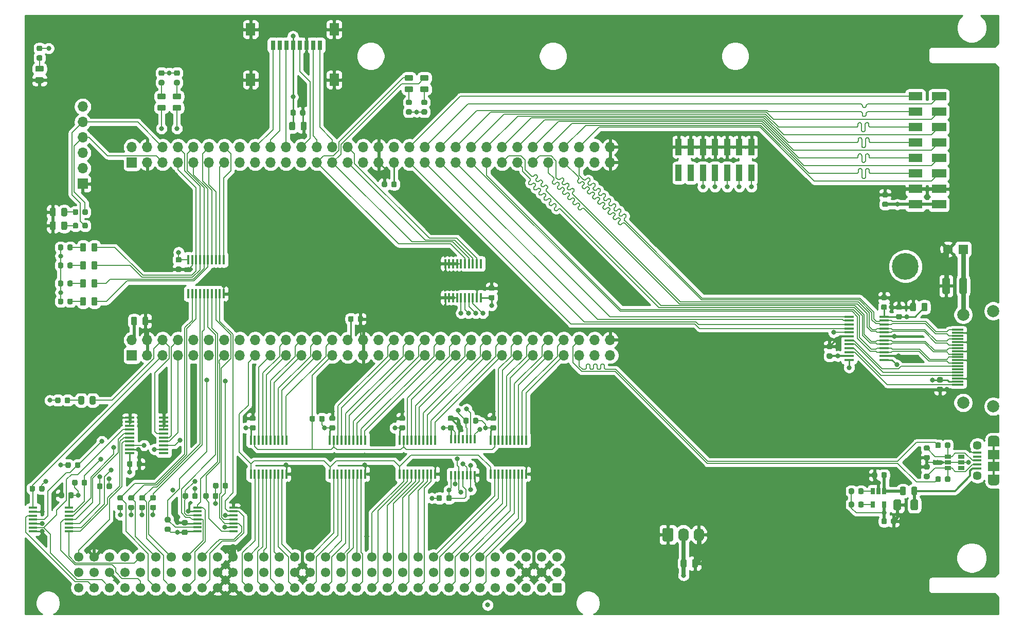
<source format=gbr>
G04 #@! TF.GenerationSoftware,KiCad,Pcbnew,5.1.9+dfsg1-1~bpo10+1*
G04 #@! TF.CreationDate,2022-11-12T11:37:05+01:00*
G04 #@! TF.ProjectId,nubus-to-ztex,6e756275-732d-4746-9f2d-7a7465782e6b,rev?*
G04 #@! TF.SameCoordinates,Original*
G04 #@! TF.FileFunction,Copper,L1,Top*
G04 #@! TF.FilePolarity,Positive*
%FSLAX46Y46*%
G04 Gerber Fmt 4.6, Leading zero omitted, Abs format (unit mm)*
G04 Created by KiCad (PCBNEW 5.1.9+dfsg1-1~bpo10+1) date 2022-11-12 11:37:05*
%MOMM*%
%LPD*%
G01*
G04 APERTURE LIST*
G04 #@! TA.AperFunction,SMDPad,CuDef*
%ADD10R,2.240000X1.420010*%
G04 #@! TD*
G04 #@! TA.AperFunction,SMDPad,CuDef*
%ADD11R,2.340000X1.420010*%
G04 #@! TD*
G04 #@! TA.AperFunction,SMDPad,CuDef*
%ADD12R,1.000000X2.750000*%
G04 #@! TD*
G04 #@! TA.AperFunction,SMDPad,CuDef*
%ADD13R,1.550000X0.450000*%
G04 #@! TD*
G04 #@! TA.AperFunction,SMDPad,CuDef*
%ADD14R,0.450000X1.550000*%
G04 #@! TD*
G04 #@! TA.AperFunction,ComponentPad*
%ADD15C,4.400000*%
G04 #@! TD*
G04 #@! TA.AperFunction,SMDPad,CuDef*
%ADD16R,0.800000X1.500000*%
G04 #@! TD*
G04 #@! TA.AperFunction,SMDPad,CuDef*
%ADD17R,1.500000X2.050000*%
G04 #@! TD*
G04 #@! TA.AperFunction,SMDPad,CuDef*
%ADD18R,0.450000X1.450000*%
G04 #@! TD*
G04 #@! TA.AperFunction,SMDPad,CuDef*
%ADD19R,1.450000X0.450000*%
G04 #@! TD*
G04 #@! TA.AperFunction,SMDPad,CuDef*
%ADD20R,1.570000X0.410000*%
G04 #@! TD*
G04 #@! TA.AperFunction,SMDPad,CuDef*
%ADD21R,1.900000X1.500000*%
G04 #@! TD*
G04 #@! TA.AperFunction,ComponentPad*
%ADD22C,1.450000*%
G04 #@! TD*
G04 #@! TA.AperFunction,SMDPad,CuDef*
%ADD23R,1.350000X0.400000*%
G04 #@! TD*
G04 #@! TA.AperFunction,ComponentPad*
%ADD24O,1.900000X1.200000*%
G04 #@! TD*
G04 #@! TA.AperFunction,SMDPad,CuDef*
%ADD25R,1.900000X1.200000*%
G04 #@! TD*
G04 #@! TA.AperFunction,ComponentPad*
%ADD26O,1.740000X2.200000*%
G04 #@! TD*
G04 #@! TA.AperFunction,ComponentPad*
%ADD27R,1.700000X1.700000*%
G04 #@! TD*
G04 #@! TA.AperFunction,ComponentPad*
%ADD28O,1.700000X1.700000*%
G04 #@! TD*
G04 #@! TA.AperFunction,SMDPad,CuDef*
%ADD29R,0.650000X1.060000*%
G04 #@! TD*
G04 #@! TA.AperFunction,SMDPad,CuDef*
%ADD30R,1.060000X0.650000*%
G04 #@! TD*
G04 #@! TA.AperFunction,ComponentPad*
%ADD31C,2.000000*%
G04 #@! TD*
G04 #@! TA.AperFunction,SMDPad,CuDef*
%ADD32R,1.900000X0.300000*%
G04 #@! TD*
G04 #@! TA.AperFunction,ComponentPad*
%ADD33R,1.600000X1.600000*%
G04 #@! TD*
G04 #@! TA.AperFunction,ComponentPad*
%ADD34C,1.600000*%
G04 #@! TD*
G04 #@! TA.AperFunction,ComponentPad*
%ADD35C,1.550000*%
G04 #@! TD*
G04 #@! TA.AperFunction,ViaPad*
%ADD36C,0.800000*%
G04 #@! TD*
G04 #@! TA.AperFunction,Conductor*
%ADD37C,0.250000*%
G04 #@! TD*
G04 #@! TA.AperFunction,Conductor*
%ADD38C,0.500000*%
G04 #@! TD*
G04 #@! TA.AperFunction,Conductor*
%ADD39C,0.800000*%
G04 #@! TD*
G04 #@! TA.AperFunction,Conductor*
%ADD40C,0.152400*%
G04 #@! TD*
G04 #@! TA.AperFunction,Conductor*
%ADD41C,0.300000*%
G04 #@! TD*
G04 #@! TA.AperFunction,Conductor*
%ADD42C,1.000000*%
G04 #@! TD*
G04 #@! TA.AperFunction,Conductor*
%ADD43C,0.200000*%
G04 #@! TD*
G04 #@! TA.AperFunction,Conductor*
%ADD44C,0.650000*%
G04 #@! TD*
G04 #@! TA.AperFunction,Conductor*
%ADD45C,0.254000*%
G04 #@! TD*
G04 #@! TA.AperFunction,Conductor*
%ADD46C,0.100000*%
G04 #@! TD*
G04 APERTURE END LIST*
D10*
X259000000Y-36890000D03*
D11*
X262861000Y-36890000D03*
D10*
X259000000Y-34350000D03*
D11*
X262861000Y-34350000D03*
D10*
X259000000Y-31810000D03*
D11*
X262861000Y-31810000D03*
D10*
X259000000Y-29270000D03*
D11*
X262861000Y-29270000D03*
D10*
X259000000Y-26730000D03*
D11*
X262861000Y-26730000D03*
D10*
X259000000Y-24190000D03*
D11*
X262861000Y-24190000D03*
D10*
X259000000Y-21650000D03*
D11*
X262861000Y-21650000D03*
D10*
X259000000Y-19110000D03*
D11*
X262861000Y-19110000D03*
D12*
X220000000Y-31720000D03*
X220000000Y-27460000D03*
X222000000Y-31720000D03*
X222000000Y-27460000D03*
X224000000Y-31720000D03*
X224000000Y-27460000D03*
X226000000Y-31720000D03*
X226000000Y-27460000D03*
X228000000Y-31720000D03*
X228000000Y-27460000D03*
X230000000Y-31720000D03*
X230000000Y-27460000D03*
X232000000Y-31720000D03*
X232000000Y-27460000D03*
G04 #@! TA.AperFunction,SMDPad,CuDef*
G36*
G01*
X129215000Y-79896250D02*
X129215000Y-79383750D01*
G75*
G02*
X129433750Y-79165000I218750J0D01*
G01*
X129871250Y-79165000D01*
G75*
G02*
X130090000Y-79383750I0J-218750D01*
G01*
X130090000Y-79896250D01*
G75*
G02*
X129871250Y-80115000I-218750J0D01*
G01*
X129433750Y-80115000D01*
G75*
G02*
X129215000Y-79896250I0J218750D01*
G01*
G37*
G04 #@! TD.AperFunction*
G04 #@! TA.AperFunction,SMDPad,CuDef*
G36*
G01*
X130790000Y-79896250D02*
X130790000Y-79383750D01*
G75*
G02*
X131008750Y-79165000I218750J0D01*
G01*
X131446250Y-79165000D01*
G75*
G02*
X131665000Y-79383750I0J-218750D01*
G01*
X131665000Y-79896250D01*
G75*
G02*
X131446250Y-80115000I-218750J0D01*
G01*
X131008750Y-80115000D01*
G75*
G02*
X130790000Y-79896250I0J218750D01*
G01*
G37*
G04 #@! TD.AperFunction*
D13*
X135250000Y-77865000D03*
X135250000Y-77215000D03*
X135250000Y-76565000D03*
X135250000Y-75915000D03*
X135250000Y-75265000D03*
X135250000Y-74615000D03*
X135250000Y-73965000D03*
X135250000Y-73315000D03*
X135250000Y-72665000D03*
X135250000Y-72015000D03*
X129650000Y-72015000D03*
X129650000Y-72665000D03*
X129650000Y-73315000D03*
X129650000Y-73965000D03*
X129650000Y-74615000D03*
X129650000Y-75265000D03*
X129650000Y-75915000D03*
X129650000Y-76565000D03*
X129650000Y-77215000D03*
X129650000Y-77865000D03*
G04 #@! TA.AperFunction,SMDPad,CuDef*
G36*
G01*
X189467621Y-52687953D02*
X188955121Y-52687953D01*
G75*
G02*
X188736371Y-52469203I0J218750D01*
G01*
X188736371Y-52031703D01*
G75*
G02*
X188955121Y-51812953I218750J0D01*
G01*
X189467621Y-51812953D01*
G75*
G02*
X189686371Y-52031703I0J-218750D01*
G01*
X189686371Y-52469203D01*
G75*
G02*
X189467621Y-52687953I-218750J0D01*
G01*
G37*
G04 #@! TD.AperFunction*
G04 #@! TA.AperFunction,SMDPad,CuDef*
G36*
G01*
X189467621Y-51112953D02*
X188955121Y-51112953D01*
G75*
G02*
X188736371Y-50894203I0J218750D01*
G01*
X188736371Y-50456703D01*
G75*
G02*
X188955121Y-50237953I218750J0D01*
G01*
X189467621Y-50237953D01*
G75*
G02*
X189686371Y-50456703I0J-218750D01*
G01*
X189686371Y-50894203D01*
G75*
G02*
X189467621Y-51112953I-218750J0D01*
G01*
G37*
G04 #@! TD.AperFunction*
D14*
X187436371Y-46662953D03*
X186786371Y-46662953D03*
X186136371Y-46662953D03*
X185486371Y-46662953D03*
X184836371Y-46662953D03*
X184186371Y-46662953D03*
X183536371Y-46662953D03*
X182886371Y-46662953D03*
X182236371Y-46662953D03*
X181586371Y-46662953D03*
X181586371Y-52262953D03*
X182236371Y-52262953D03*
X182886371Y-52262953D03*
X183536371Y-52262953D03*
X184186371Y-52262953D03*
X184836371Y-52262953D03*
X185486371Y-52262953D03*
X186136371Y-52262953D03*
X186786371Y-52262953D03*
X187436371Y-52262953D03*
D15*
X257350000Y-47090000D03*
G04 #@! TA.AperFunction,SMDPad,CuDef*
G36*
G01*
X254256250Y-37327500D02*
X253743750Y-37327500D01*
G75*
G02*
X253525000Y-37108750I0J218750D01*
G01*
X253525000Y-36671250D01*
G75*
G02*
X253743750Y-36452500I218750J0D01*
G01*
X254256250Y-36452500D01*
G75*
G02*
X254475000Y-36671250I0J-218750D01*
G01*
X254475000Y-37108750D01*
G75*
G02*
X254256250Y-37327500I-218750J0D01*
G01*
G37*
G04 #@! TD.AperFunction*
G04 #@! TA.AperFunction,SMDPad,CuDef*
G36*
G01*
X254256250Y-35752500D02*
X253743750Y-35752500D01*
G75*
G02*
X253525000Y-35533750I0J218750D01*
G01*
X253525000Y-35096250D01*
G75*
G02*
X253743750Y-34877500I218750J0D01*
G01*
X254256250Y-34877500D01*
G75*
G02*
X254475000Y-35096250I0J-218750D01*
G01*
X254475000Y-35533750D01*
G75*
G02*
X254256250Y-35752500I-218750J0D01*
G01*
G37*
G04 #@! TD.AperFunction*
G04 #@! TA.AperFunction,SMDPad,CuDef*
G36*
G01*
X137866250Y-21485293D02*
X136953750Y-21485293D01*
G75*
G02*
X136710000Y-21241543I0J243750D01*
G01*
X136710000Y-20754043D01*
G75*
G02*
X136953750Y-20510293I243750J0D01*
G01*
X137866250Y-20510293D01*
G75*
G02*
X138110000Y-20754043I0J-243750D01*
G01*
X138110000Y-21241543D01*
G75*
G02*
X137866250Y-21485293I-243750J0D01*
G01*
G37*
G04 #@! TD.AperFunction*
G04 #@! TA.AperFunction,SMDPad,CuDef*
G36*
G01*
X137866250Y-19610293D02*
X136953750Y-19610293D01*
G75*
G02*
X136710000Y-19366543I0J243750D01*
G01*
X136710000Y-18879043D01*
G75*
G02*
X136953750Y-18635293I243750J0D01*
G01*
X137866250Y-18635293D01*
G75*
G02*
X138110000Y-18879043I0J-243750D01*
G01*
X138110000Y-19366543D01*
G75*
G02*
X137866250Y-19610293I-243750J0D01*
G01*
G37*
G04 #@! TD.AperFunction*
G04 #@! TA.AperFunction,SMDPad,CuDef*
G36*
G01*
X135336250Y-19610293D02*
X134423750Y-19610293D01*
G75*
G02*
X134180000Y-19366543I0J243750D01*
G01*
X134180000Y-18879043D01*
G75*
G02*
X134423750Y-18635293I243750J0D01*
G01*
X135336250Y-18635293D01*
G75*
G02*
X135580000Y-18879043I0J-243750D01*
G01*
X135580000Y-19366543D01*
G75*
G02*
X135336250Y-19610293I-243750J0D01*
G01*
G37*
G04 #@! TD.AperFunction*
G04 #@! TA.AperFunction,SMDPad,CuDef*
G36*
G01*
X135336250Y-21485293D02*
X134423750Y-21485293D01*
G75*
G02*
X134180000Y-21241543I0J243750D01*
G01*
X134180000Y-20754043D01*
G75*
G02*
X134423750Y-20510293I243750J0D01*
G01*
X135336250Y-20510293D01*
G75*
G02*
X135580000Y-20754043I0J-243750D01*
G01*
X135580000Y-21241543D01*
G75*
G02*
X135336250Y-21485293I-243750J0D01*
G01*
G37*
G04 #@! TD.AperFunction*
G04 #@! TA.AperFunction,SMDPad,CuDef*
G36*
G01*
X124035000Y-68693750D02*
X124035000Y-69606250D01*
G75*
G02*
X123791250Y-69850000I-243750J0D01*
G01*
X123303750Y-69850000D01*
G75*
G02*
X123060000Y-69606250I0J243750D01*
G01*
X123060000Y-68693750D01*
G75*
G02*
X123303750Y-68450000I243750J0D01*
G01*
X123791250Y-68450000D01*
G75*
G02*
X124035000Y-68693750I0J-243750D01*
G01*
G37*
G04 #@! TD.AperFunction*
G04 #@! TA.AperFunction,SMDPad,CuDef*
G36*
G01*
X122160000Y-68693750D02*
X122160000Y-69606250D01*
G75*
G02*
X121916250Y-69850000I-243750J0D01*
G01*
X121428750Y-69850000D01*
G75*
G02*
X121185000Y-69606250I0J243750D01*
G01*
X121185000Y-68693750D01*
G75*
G02*
X121428750Y-68450000I243750J0D01*
G01*
X121916250Y-68450000D01*
G75*
G02*
X122160000Y-68693750I0J-243750D01*
G01*
G37*
G04 #@! TD.AperFunction*
G04 #@! TA.AperFunction,SMDPad,CuDef*
G36*
G01*
X177687939Y-17461035D02*
X178600439Y-17461035D01*
G75*
G02*
X178844189Y-17704785I0J-243750D01*
G01*
X178844189Y-18192285D01*
G75*
G02*
X178600439Y-18436035I-243750J0D01*
G01*
X177687939Y-18436035D01*
G75*
G02*
X177444189Y-18192285I0J243750D01*
G01*
X177444189Y-17704785D01*
G75*
G02*
X177687939Y-17461035I243750J0D01*
G01*
G37*
G04 #@! TD.AperFunction*
G04 #@! TA.AperFunction,SMDPad,CuDef*
G36*
G01*
X177687939Y-15586035D02*
X178600439Y-15586035D01*
G75*
G02*
X178844189Y-15829785I0J-243750D01*
G01*
X178844189Y-16317285D01*
G75*
G02*
X178600439Y-16561035I-243750J0D01*
G01*
X177687939Y-16561035D01*
G75*
G02*
X177444189Y-16317285I0J243750D01*
G01*
X177444189Y-15829785D01*
G75*
G02*
X177687939Y-15586035I243750J0D01*
G01*
G37*
G04 #@! TD.AperFunction*
G04 #@! TA.AperFunction,SMDPad,CuDef*
G36*
G01*
X175147939Y-15586035D02*
X176060439Y-15586035D01*
G75*
G02*
X176304189Y-15829785I0J-243750D01*
G01*
X176304189Y-16317285D01*
G75*
G02*
X176060439Y-16561035I-243750J0D01*
G01*
X175147939Y-16561035D01*
G75*
G02*
X174904189Y-16317285I0J243750D01*
G01*
X174904189Y-15829785D01*
G75*
G02*
X175147939Y-15586035I243750J0D01*
G01*
G37*
G04 #@! TD.AperFunction*
G04 #@! TA.AperFunction,SMDPad,CuDef*
G36*
G01*
X175147939Y-17461035D02*
X176060439Y-17461035D01*
G75*
G02*
X176304189Y-17704785I0J-243750D01*
G01*
X176304189Y-18192285D01*
G75*
G02*
X176060439Y-18436035I-243750J0D01*
G01*
X175147939Y-18436035D01*
G75*
G02*
X174904189Y-18192285I0J243750D01*
G01*
X174904189Y-17704785D01*
G75*
G02*
X175147939Y-17461035I243750J0D01*
G01*
G37*
G04 #@! TD.AperFunction*
G04 #@! TA.AperFunction,SMDPad,CuDef*
G36*
G01*
X134623750Y-14835293D02*
X135136250Y-14835293D01*
G75*
G02*
X135355000Y-15054043I0J-218750D01*
G01*
X135355000Y-15491543D01*
G75*
G02*
X135136250Y-15710293I-218750J0D01*
G01*
X134623750Y-15710293D01*
G75*
G02*
X134405000Y-15491543I0J218750D01*
G01*
X134405000Y-15054043D01*
G75*
G02*
X134623750Y-14835293I218750J0D01*
G01*
G37*
G04 #@! TD.AperFunction*
G04 #@! TA.AperFunction,SMDPad,CuDef*
G36*
G01*
X134623750Y-16410293D02*
X135136250Y-16410293D01*
G75*
G02*
X135355000Y-16629043I0J-218750D01*
G01*
X135355000Y-17066543D01*
G75*
G02*
X135136250Y-17285293I-218750J0D01*
G01*
X134623750Y-17285293D01*
G75*
G02*
X134405000Y-17066543I0J218750D01*
G01*
X134405000Y-16629043D01*
G75*
G02*
X134623750Y-16410293I218750J0D01*
G01*
G37*
G04 #@! TD.AperFunction*
G04 #@! TA.AperFunction,SMDPad,CuDef*
G36*
G01*
X137163750Y-16410293D02*
X137676250Y-16410293D01*
G75*
G02*
X137895000Y-16629043I0J-218750D01*
G01*
X137895000Y-17066543D01*
G75*
G02*
X137676250Y-17285293I-218750J0D01*
G01*
X137163750Y-17285293D01*
G75*
G02*
X136945000Y-17066543I0J218750D01*
G01*
X136945000Y-16629043D01*
G75*
G02*
X137163750Y-16410293I218750J0D01*
G01*
G37*
G04 #@! TD.AperFunction*
G04 #@! TA.AperFunction,SMDPad,CuDef*
G36*
G01*
X137163750Y-14835293D02*
X137676250Y-14835293D01*
G75*
G02*
X137895000Y-15054043I0J-218750D01*
G01*
X137895000Y-15491543D01*
G75*
G02*
X137676250Y-15710293I-218750J0D01*
G01*
X137163750Y-15710293D01*
G75*
G02*
X136945000Y-15491543I0J218750D01*
G01*
X136945000Y-15054043D01*
G75*
G02*
X137163750Y-14835293I218750J0D01*
G01*
G37*
G04 #@! TD.AperFunction*
G04 #@! TA.AperFunction,SMDPad,CuDef*
G36*
G01*
X117385000Y-69406250D02*
X117385000Y-68893750D01*
G75*
G02*
X117603750Y-68675000I218750J0D01*
G01*
X118041250Y-68675000D01*
G75*
G02*
X118260000Y-68893750I0J-218750D01*
G01*
X118260000Y-69406250D01*
G75*
G02*
X118041250Y-69625000I-218750J0D01*
G01*
X117603750Y-69625000D01*
G75*
G02*
X117385000Y-69406250I0J218750D01*
G01*
G37*
G04 #@! TD.AperFunction*
G04 #@! TA.AperFunction,SMDPad,CuDef*
G36*
G01*
X118960000Y-69406250D02*
X118960000Y-68893750D01*
G75*
G02*
X119178750Y-68675000I218750J0D01*
G01*
X119616250Y-68675000D01*
G75*
G02*
X119835000Y-68893750I0J-218750D01*
G01*
X119835000Y-69406250D01*
G75*
G02*
X119616250Y-69625000I-218750J0D01*
G01*
X119178750Y-69625000D01*
G75*
G02*
X118960000Y-69406250I0J218750D01*
G01*
G37*
G04 #@! TD.AperFunction*
G04 #@! TA.AperFunction,SMDPad,CuDef*
G36*
G01*
X178400439Y-20541035D02*
X177887939Y-20541035D01*
G75*
G02*
X177669189Y-20322285I0J218750D01*
G01*
X177669189Y-19884785D01*
G75*
G02*
X177887939Y-19666035I218750J0D01*
G01*
X178400439Y-19666035D01*
G75*
G02*
X178619189Y-19884785I0J-218750D01*
G01*
X178619189Y-20322285D01*
G75*
G02*
X178400439Y-20541035I-218750J0D01*
G01*
G37*
G04 #@! TD.AperFunction*
G04 #@! TA.AperFunction,SMDPad,CuDef*
G36*
G01*
X178400439Y-22116035D02*
X177887939Y-22116035D01*
G75*
G02*
X177669189Y-21897285I0J218750D01*
G01*
X177669189Y-21459785D01*
G75*
G02*
X177887939Y-21241035I218750J0D01*
G01*
X178400439Y-21241035D01*
G75*
G02*
X178619189Y-21459785I0J-218750D01*
G01*
X178619189Y-21897285D01*
G75*
G02*
X178400439Y-22116035I-218750J0D01*
G01*
G37*
G04 #@! TD.AperFunction*
G04 #@! TA.AperFunction,SMDPad,CuDef*
G36*
G01*
X175860439Y-22116035D02*
X175347939Y-22116035D01*
G75*
G02*
X175129189Y-21897285I0J218750D01*
G01*
X175129189Y-21459785D01*
G75*
G02*
X175347939Y-21241035I218750J0D01*
G01*
X175860439Y-21241035D01*
G75*
G02*
X176079189Y-21459785I0J-218750D01*
G01*
X176079189Y-21897285D01*
G75*
G02*
X175860439Y-22116035I-218750J0D01*
G01*
G37*
G04 #@! TD.AperFunction*
G04 #@! TA.AperFunction,SMDPad,CuDef*
G36*
G01*
X175860439Y-20541035D02*
X175347939Y-20541035D01*
G75*
G02*
X175129189Y-20322285I0J218750D01*
G01*
X175129189Y-19884785D01*
G75*
G02*
X175347939Y-19666035I218750J0D01*
G01*
X175860439Y-19666035D01*
G75*
G02*
X176079189Y-19884785I0J-218750D01*
G01*
X176079189Y-20322285D01*
G75*
G02*
X175860439Y-20541035I-218750J0D01*
G01*
G37*
G04 #@! TD.AperFunction*
D14*
X139275000Y-51600000D03*
X139925000Y-51600000D03*
X140575000Y-51600000D03*
X141225000Y-51600000D03*
X141875000Y-51600000D03*
X142525000Y-51600000D03*
X143175000Y-51600000D03*
X143825000Y-51600000D03*
X144475000Y-51600000D03*
X145125000Y-51600000D03*
X145125000Y-46000000D03*
X144475000Y-46000000D03*
X143825000Y-46000000D03*
X143175000Y-46000000D03*
X142525000Y-46000000D03*
X141875000Y-46000000D03*
X141225000Y-46000000D03*
X140575000Y-46000000D03*
X139925000Y-46000000D03*
X139275000Y-46000000D03*
G04 #@! TA.AperFunction,SMDPad,CuDef*
G36*
G01*
X156115000Y-22056250D02*
X156115000Y-21543750D01*
G75*
G02*
X156333750Y-21325000I218750J0D01*
G01*
X156771250Y-21325000D01*
G75*
G02*
X156990000Y-21543750I0J-218750D01*
G01*
X156990000Y-22056250D01*
G75*
G02*
X156771250Y-22275000I-218750J0D01*
G01*
X156333750Y-22275000D01*
G75*
G02*
X156115000Y-22056250I0J218750D01*
G01*
G37*
G04 #@! TD.AperFunction*
G04 #@! TA.AperFunction,SMDPad,CuDef*
G36*
G01*
X157690000Y-22056250D02*
X157690000Y-21543750D01*
G75*
G02*
X157908750Y-21325000I218750J0D01*
G01*
X158346250Y-21325000D01*
G75*
G02*
X158565000Y-21543750I0J-218750D01*
G01*
X158565000Y-22056250D01*
G75*
G02*
X158346250Y-22275000I-218750J0D01*
G01*
X157908750Y-22275000D01*
G75*
G02*
X157690000Y-22056250I0J218750D01*
G01*
G37*
G04 #@! TD.AperFunction*
G04 #@! TA.AperFunction,SMDPad,CuDef*
G36*
G01*
X155915000Y-24456250D02*
X155915000Y-23543750D01*
G75*
G02*
X156158750Y-23300000I243750J0D01*
G01*
X156646250Y-23300000D01*
G75*
G02*
X156890000Y-23543750I0J-243750D01*
G01*
X156890000Y-24456250D01*
G75*
G02*
X156646250Y-24700000I-243750J0D01*
G01*
X156158750Y-24700000D01*
G75*
G02*
X155915000Y-24456250I0J243750D01*
G01*
G37*
G04 #@! TD.AperFunction*
G04 #@! TA.AperFunction,SMDPad,CuDef*
G36*
G01*
X157790000Y-24456250D02*
X157790000Y-23543750D01*
G75*
G02*
X158033750Y-23300000I243750J0D01*
G01*
X158521250Y-23300000D01*
G75*
G02*
X158765000Y-23543750I0J-243750D01*
G01*
X158765000Y-24456250D01*
G75*
G02*
X158521250Y-24700000I-243750J0D01*
G01*
X158033750Y-24700000D01*
G75*
G02*
X157790000Y-24456250I0J243750D01*
G01*
G37*
G04 #@! TD.AperFunction*
D16*
X153230000Y-10680000D03*
X154330000Y-10680000D03*
X155430000Y-10680000D03*
X156530000Y-10680000D03*
X157630000Y-10680000D03*
X158730000Y-10680000D03*
X159830000Y-10680000D03*
X160930000Y-10680000D03*
D17*
X149555000Y-8080000D03*
X149555000Y-16380000D03*
X163305000Y-16380000D03*
X163305000Y-8080000D03*
G04 #@! TA.AperFunction,SMDPad,CuDef*
G36*
G01*
X137443750Y-45575000D02*
X137956250Y-45575000D01*
G75*
G02*
X138175000Y-45793750I0J-218750D01*
G01*
X138175000Y-46231250D01*
G75*
G02*
X137956250Y-46450000I-218750J0D01*
G01*
X137443750Y-46450000D01*
G75*
G02*
X137225000Y-46231250I0J218750D01*
G01*
X137225000Y-45793750D01*
G75*
G02*
X137443750Y-45575000I218750J0D01*
G01*
G37*
G04 #@! TD.AperFunction*
G04 #@! TA.AperFunction,SMDPad,CuDef*
G36*
G01*
X137443750Y-47150000D02*
X137956250Y-47150000D01*
G75*
G02*
X138175000Y-47368750I0J-218750D01*
G01*
X138175000Y-47806250D01*
G75*
G02*
X137956250Y-48025000I-218750J0D01*
G01*
X137443750Y-48025000D01*
G75*
G02*
X137225000Y-47806250I0J218750D01*
G01*
X137225000Y-47368750D01*
G75*
G02*
X137443750Y-47150000I218750J0D01*
G01*
G37*
G04 #@! TD.AperFunction*
G04 #@! TA.AperFunction,SMDPad,CuDef*
G36*
G01*
X114050000Y-83443750D02*
X114050000Y-83956250D01*
G75*
G02*
X113831250Y-84175000I-218750J0D01*
G01*
X113393750Y-84175000D01*
G75*
G02*
X113175000Y-83956250I0J218750D01*
G01*
X113175000Y-83443750D01*
G75*
G02*
X113393750Y-83225000I218750J0D01*
G01*
X113831250Y-83225000D01*
G75*
G02*
X114050000Y-83443750I0J-218750D01*
G01*
G37*
G04 #@! TD.AperFunction*
G04 #@! TA.AperFunction,SMDPad,CuDef*
G36*
G01*
X115625000Y-83443750D02*
X115625000Y-83956250D01*
G75*
G02*
X115406250Y-84175000I-218750J0D01*
G01*
X114968750Y-84175000D01*
G75*
G02*
X114750000Y-83956250I0J218750D01*
G01*
X114750000Y-83443750D01*
G75*
G02*
X114968750Y-83225000I218750J0D01*
G01*
X115406250Y-83225000D01*
G75*
G02*
X115625000Y-83443750I0J-218750D01*
G01*
G37*
G04 #@! TD.AperFunction*
G04 #@! TA.AperFunction,SMDPad,CuDef*
G36*
G01*
X119075000Y-80056250D02*
X119075000Y-79543750D01*
G75*
G02*
X119293750Y-79325000I218750J0D01*
G01*
X119731250Y-79325000D01*
G75*
G02*
X119950000Y-79543750I0J-218750D01*
G01*
X119950000Y-80056250D01*
G75*
G02*
X119731250Y-80275000I-218750J0D01*
G01*
X119293750Y-80275000D01*
G75*
G02*
X119075000Y-80056250I0J218750D01*
G01*
G37*
G04 #@! TD.AperFunction*
G04 #@! TA.AperFunction,SMDPad,CuDef*
G36*
G01*
X120650000Y-80056250D02*
X120650000Y-79543750D01*
G75*
G02*
X120868750Y-79325000I218750J0D01*
G01*
X121306250Y-79325000D01*
G75*
G02*
X121525000Y-79543750I0J-218750D01*
G01*
X121525000Y-80056250D01*
G75*
G02*
X121306250Y-80275000I-218750J0D01*
G01*
X120868750Y-80275000D01*
G75*
G02*
X120650000Y-80056250I0J218750D01*
G01*
G37*
G04 #@! TD.AperFunction*
G04 #@! TA.AperFunction,SMDPad,CuDef*
G36*
G01*
X125150000Y-83043750D02*
X125150000Y-83556250D01*
G75*
G02*
X124931250Y-83775000I-218750J0D01*
G01*
X124493750Y-83775000D01*
G75*
G02*
X124275000Y-83556250I0J218750D01*
G01*
X124275000Y-83043750D01*
G75*
G02*
X124493750Y-82825000I218750J0D01*
G01*
X124931250Y-82825000D01*
G75*
G02*
X125150000Y-83043750I0J-218750D01*
G01*
G37*
G04 #@! TD.AperFunction*
G04 #@! TA.AperFunction,SMDPad,CuDef*
G36*
G01*
X126725000Y-83043750D02*
X126725000Y-83556250D01*
G75*
G02*
X126506250Y-83775000I-218750J0D01*
G01*
X126068750Y-83775000D01*
G75*
G02*
X125850000Y-83556250I0J218750D01*
G01*
X125850000Y-83043750D01*
G75*
G02*
X126068750Y-82825000I218750J0D01*
G01*
X126506250Y-82825000D01*
G75*
G02*
X126725000Y-83043750I0J-218750D01*
G01*
G37*
G04 #@! TD.AperFunction*
G04 #@! TA.AperFunction,SMDPad,CuDef*
G36*
G01*
X120175000Y-82956250D02*
X120175000Y-82443750D01*
G75*
G02*
X120393750Y-82225000I218750J0D01*
G01*
X120831250Y-82225000D01*
G75*
G02*
X121050000Y-82443750I0J-218750D01*
G01*
X121050000Y-82956250D01*
G75*
G02*
X120831250Y-83175000I-218750J0D01*
G01*
X120393750Y-83175000D01*
G75*
G02*
X120175000Y-82956250I0J218750D01*
G01*
G37*
G04 #@! TD.AperFunction*
G04 #@! TA.AperFunction,SMDPad,CuDef*
G36*
G01*
X121750000Y-82956250D02*
X121750000Y-82443750D01*
G75*
G02*
X121968750Y-82225000I218750J0D01*
G01*
X122406250Y-82225000D01*
G75*
G02*
X122625000Y-82443750I0J-218750D01*
G01*
X122625000Y-82956250D01*
G75*
G02*
X122406250Y-83175000I-218750J0D01*
G01*
X121968750Y-83175000D01*
G75*
G02*
X121750000Y-82956250I0J218750D01*
G01*
G37*
G04 #@! TD.AperFunction*
G04 #@! TA.AperFunction,SMDPad,CuDef*
G36*
G01*
X181762661Y-85511747D02*
X181762661Y-84999247D01*
G75*
G02*
X181981411Y-84780497I218750J0D01*
G01*
X182418911Y-84780497D01*
G75*
G02*
X182637661Y-84999247I0J-218750D01*
G01*
X182637661Y-85511747D01*
G75*
G02*
X182418911Y-85730497I-218750J0D01*
G01*
X181981411Y-85730497D01*
G75*
G02*
X181762661Y-85511747I0J218750D01*
G01*
G37*
G04 #@! TD.AperFunction*
G04 #@! TA.AperFunction,SMDPad,CuDef*
G36*
G01*
X180187661Y-85511747D02*
X180187661Y-84999247D01*
G75*
G02*
X180406411Y-84780497I218750J0D01*
G01*
X180843911Y-84780497D01*
G75*
G02*
X181062661Y-84999247I0J-218750D01*
G01*
X181062661Y-85511747D01*
G75*
G02*
X180843911Y-85730497I-218750J0D01*
G01*
X180406411Y-85730497D01*
G75*
G02*
X180187661Y-85511747I0J218750D01*
G01*
G37*
G04 #@! TD.AperFunction*
G04 #@! TA.AperFunction,SMDPad,CuDef*
G36*
G01*
X187025000Y-72243750D02*
X187025000Y-72756250D01*
G75*
G02*
X186806250Y-72975000I-218750J0D01*
G01*
X186368750Y-72975000D01*
G75*
G02*
X186150000Y-72756250I0J218750D01*
G01*
X186150000Y-72243750D01*
G75*
G02*
X186368750Y-72025000I218750J0D01*
G01*
X186806250Y-72025000D01*
G75*
G02*
X187025000Y-72243750I0J-218750D01*
G01*
G37*
G04 #@! TD.AperFunction*
G04 #@! TA.AperFunction,SMDPad,CuDef*
G36*
G01*
X185450000Y-72243750D02*
X185450000Y-72756250D01*
G75*
G02*
X185231250Y-72975000I-218750J0D01*
G01*
X184793750Y-72975000D01*
G75*
G02*
X184575000Y-72756250I0J218750D01*
G01*
X184575000Y-72243750D01*
G75*
G02*
X184793750Y-72025000I218750J0D01*
G01*
X185231250Y-72025000D01*
G75*
G02*
X185450000Y-72243750I0J-218750D01*
G01*
G37*
G04 #@! TD.AperFunction*
G04 #@! TA.AperFunction,SMDPad,CuDef*
G36*
G01*
X142650000Y-84643750D02*
X142650000Y-85156250D01*
G75*
G02*
X142431250Y-85375000I-218750J0D01*
G01*
X141993750Y-85375000D01*
G75*
G02*
X141775000Y-85156250I0J218750D01*
G01*
X141775000Y-84643750D01*
G75*
G02*
X141993750Y-84425000I218750J0D01*
G01*
X142431250Y-84425000D01*
G75*
G02*
X142650000Y-84643750I0J-218750D01*
G01*
G37*
G04 #@! TD.AperFunction*
G04 #@! TA.AperFunction,SMDPad,CuDef*
G36*
G01*
X144225000Y-84643750D02*
X144225000Y-85156250D01*
G75*
G02*
X144006250Y-85375000I-218750J0D01*
G01*
X143568750Y-85375000D01*
G75*
G02*
X143350000Y-85156250I0J218750D01*
G01*
X143350000Y-84643750D01*
G75*
G02*
X143568750Y-84425000I218750J0D01*
G01*
X144006250Y-84425000D01*
G75*
G02*
X144225000Y-84643750I0J-218750D01*
G01*
G37*
G04 #@! TD.AperFunction*
G04 #@! TA.AperFunction,SMDPad,CuDef*
G36*
G01*
X143375000Y-83456250D02*
X143375000Y-82943750D01*
G75*
G02*
X143593750Y-82725000I218750J0D01*
G01*
X144031250Y-82725000D01*
G75*
G02*
X144250000Y-82943750I0J-218750D01*
G01*
X144250000Y-83456250D01*
G75*
G02*
X144031250Y-83675000I-218750J0D01*
G01*
X143593750Y-83675000D01*
G75*
G02*
X143375000Y-83456250I0J218750D01*
G01*
G37*
G04 #@! TD.AperFunction*
G04 #@! TA.AperFunction,SMDPad,CuDef*
G36*
G01*
X144950000Y-83456250D02*
X144950000Y-82943750D01*
G75*
G02*
X145168750Y-82725000I218750J0D01*
G01*
X145606250Y-82725000D01*
G75*
G02*
X145825000Y-82943750I0J-218750D01*
G01*
X145825000Y-83456250D01*
G75*
G02*
X145606250Y-83675000I-218750J0D01*
G01*
X145168750Y-83675000D01*
G75*
G02*
X144950000Y-83456250I0J218750D01*
G01*
G37*
G04 #@! TD.AperFunction*
G04 #@! TA.AperFunction,SMDPad,CuDef*
G36*
G01*
X136156250Y-89250000D02*
X135643750Y-89250000D01*
G75*
G02*
X135425000Y-89031250I0J218750D01*
G01*
X135425000Y-88593750D01*
G75*
G02*
X135643750Y-88375000I218750J0D01*
G01*
X136156250Y-88375000D01*
G75*
G02*
X136375000Y-88593750I0J-218750D01*
G01*
X136375000Y-89031250D01*
G75*
G02*
X136156250Y-89250000I-218750J0D01*
G01*
G37*
G04 #@! TD.AperFunction*
G04 #@! TA.AperFunction,SMDPad,CuDef*
G36*
G01*
X136156250Y-90825000D02*
X135643750Y-90825000D01*
G75*
G02*
X135425000Y-90606250I0J218750D01*
G01*
X135425000Y-90168750D01*
G75*
G02*
X135643750Y-89950000I218750J0D01*
G01*
X136156250Y-89950000D01*
G75*
G02*
X136375000Y-90168750I0J-218750D01*
G01*
X136375000Y-90606250D01*
G75*
G02*
X136156250Y-90825000I-218750J0D01*
G01*
G37*
G04 #@! TD.AperFunction*
G04 #@! TA.AperFunction,SMDPad,CuDef*
G36*
G01*
X140825000Y-84643750D02*
X140825000Y-85156250D01*
G75*
G02*
X140606250Y-85375000I-218750J0D01*
G01*
X140168750Y-85375000D01*
G75*
G02*
X139950000Y-85156250I0J218750D01*
G01*
X139950000Y-84643750D01*
G75*
G02*
X140168750Y-84425000I218750J0D01*
G01*
X140606250Y-84425000D01*
G75*
G02*
X140825000Y-84643750I0J-218750D01*
G01*
G37*
G04 #@! TD.AperFunction*
G04 #@! TA.AperFunction,SMDPad,CuDef*
G36*
G01*
X139250000Y-84643750D02*
X139250000Y-85156250D01*
G75*
G02*
X139031250Y-85375000I-218750J0D01*
G01*
X138593750Y-85375000D01*
G75*
G02*
X138375000Y-85156250I0J218750D01*
G01*
X138375000Y-84643750D01*
G75*
G02*
X138593750Y-84425000I218750J0D01*
G01*
X139031250Y-84425000D01*
G75*
G02*
X139250000Y-84643750I0J-218750D01*
G01*
G37*
G04 #@! TD.AperFunction*
G04 #@! TA.AperFunction,SMDPad,CuDef*
G36*
G01*
X129875000Y-56556250D02*
X129875000Y-55643750D01*
G75*
G02*
X130118750Y-55400000I243750J0D01*
G01*
X130606250Y-55400000D01*
G75*
G02*
X130850000Y-55643750I0J-243750D01*
G01*
X130850000Y-56556250D01*
G75*
G02*
X130606250Y-56800000I-243750J0D01*
G01*
X130118750Y-56800000D01*
G75*
G02*
X129875000Y-56556250I0J243750D01*
G01*
G37*
G04 #@! TD.AperFunction*
G04 #@! TA.AperFunction,SMDPad,CuDef*
G36*
G01*
X131750000Y-56556250D02*
X131750000Y-55643750D01*
G75*
G02*
X131993750Y-55400000I243750J0D01*
G01*
X132481250Y-55400000D01*
G75*
G02*
X132725000Y-55643750I0J-243750D01*
G01*
X132725000Y-56556250D01*
G75*
G02*
X132481250Y-56800000I-243750J0D01*
G01*
X131993750Y-56800000D01*
G75*
G02*
X131750000Y-56556250I0J243750D01*
G01*
G37*
G04 #@! TD.AperFunction*
G04 #@! TA.AperFunction,SMDPad,CuDef*
G36*
G01*
X115256250Y-16925000D02*
X114343750Y-16925000D01*
G75*
G02*
X114100000Y-16681250I0J243750D01*
G01*
X114100000Y-16193750D01*
G75*
G02*
X114343750Y-15950000I243750J0D01*
G01*
X115256250Y-15950000D01*
G75*
G02*
X115500000Y-16193750I0J-243750D01*
G01*
X115500000Y-16681250D01*
G75*
G02*
X115256250Y-16925000I-243750J0D01*
G01*
G37*
G04 #@! TD.AperFunction*
G04 #@! TA.AperFunction,SMDPad,CuDef*
G36*
G01*
X115256250Y-15050000D02*
X114343750Y-15050000D01*
G75*
G02*
X114100000Y-14806250I0J243750D01*
G01*
X114100000Y-14318750D01*
G75*
G02*
X114343750Y-14075000I243750J0D01*
G01*
X115256250Y-14075000D01*
G75*
G02*
X115500000Y-14318750I0J-243750D01*
G01*
X115500000Y-14806250D01*
G75*
G02*
X115256250Y-15050000I-243750J0D01*
G01*
G37*
G04 #@! TD.AperFunction*
G04 #@! TA.AperFunction,SMDPad,CuDef*
G36*
G01*
X114543750Y-10775000D02*
X115056250Y-10775000D01*
G75*
G02*
X115275000Y-10993750I0J-218750D01*
G01*
X115275000Y-11431250D01*
G75*
G02*
X115056250Y-11650000I-218750J0D01*
G01*
X114543750Y-11650000D01*
G75*
G02*
X114325000Y-11431250I0J218750D01*
G01*
X114325000Y-10993750D01*
G75*
G02*
X114543750Y-10775000I218750J0D01*
G01*
G37*
G04 #@! TD.AperFunction*
G04 #@! TA.AperFunction,SMDPad,CuDef*
G36*
G01*
X114543750Y-12350000D02*
X115056250Y-12350000D01*
G75*
G02*
X115275000Y-12568750I0J-218750D01*
G01*
X115275000Y-13006250D01*
G75*
G02*
X115056250Y-13225000I-218750J0D01*
G01*
X114543750Y-13225000D01*
G75*
G02*
X114325000Y-13006250I0J218750D01*
G01*
X114325000Y-12568750D01*
G75*
G02*
X114543750Y-12350000I218750J0D01*
G01*
G37*
G04 #@! TD.AperFunction*
G04 #@! TA.AperFunction,SMDPad,CuDef*
G36*
G01*
X182756250Y-74125000D02*
X182243750Y-74125000D01*
G75*
G02*
X182025000Y-73906250I0J218750D01*
G01*
X182025000Y-73468750D01*
G75*
G02*
X182243750Y-73250000I218750J0D01*
G01*
X182756250Y-73250000D01*
G75*
G02*
X182975000Y-73468750I0J-218750D01*
G01*
X182975000Y-73906250D01*
G75*
G02*
X182756250Y-74125000I-218750J0D01*
G01*
G37*
G04 #@! TD.AperFunction*
G04 #@! TA.AperFunction,SMDPad,CuDef*
G36*
G01*
X182756250Y-72550000D02*
X182243750Y-72550000D01*
G75*
G02*
X182025000Y-72331250I0J218750D01*
G01*
X182025000Y-71893750D01*
G75*
G02*
X182243750Y-71675000I218750J0D01*
G01*
X182756250Y-71675000D01*
G75*
G02*
X182975000Y-71893750I0J-218750D01*
G01*
X182975000Y-72331250D01*
G75*
G02*
X182756250Y-72550000I-218750J0D01*
G01*
G37*
G04 #@! TD.AperFunction*
D18*
X182550000Y-81450000D03*
X183200000Y-81450000D03*
X183850000Y-81450000D03*
X184500000Y-81450000D03*
X185150000Y-81450000D03*
X185800000Y-81450000D03*
X186450000Y-81450000D03*
X186450000Y-75550000D03*
X185800000Y-75550000D03*
X185150000Y-75550000D03*
X184500000Y-75550000D03*
X183850000Y-75550000D03*
X183200000Y-75550000D03*
X182550000Y-75550000D03*
D14*
X162575000Y-81300000D03*
X163225000Y-81300000D03*
X163875000Y-81300000D03*
X164525000Y-81300000D03*
X165175000Y-81300000D03*
X165825000Y-81300000D03*
X166475000Y-81300000D03*
X167125000Y-81300000D03*
X167775000Y-81300000D03*
X168425000Y-81300000D03*
X168425000Y-75700000D03*
X167775000Y-75700000D03*
X167125000Y-75700000D03*
X166475000Y-75700000D03*
X165825000Y-75700000D03*
X165175000Y-75700000D03*
X164525000Y-75700000D03*
X163875000Y-75700000D03*
X163225000Y-75700000D03*
X162575000Y-75700000D03*
X189075000Y-75700000D03*
X189725000Y-75700000D03*
X190375000Y-75700000D03*
X191025000Y-75700000D03*
X191675000Y-75700000D03*
X192325000Y-75700000D03*
X192975000Y-75700000D03*
X193625000Y-75700000D03*
X194275000Y-75700000D03*
X194925000Y-75700000D03*
X194925000Y-81300000D03*
X194275000Y-81300000D03*
X193625000Y-81300000D03*
X192975000Y-81300000D03*
X192325000Y-81300000D03*
X191675000Y-81300000D03*
X191025000Y-81300000D03*
X190375000Y-81300000D03*
X189725000Y-81300000D03*
X189075000Y-81300000D03*
X174075000Y-81300000D03*
X174725000Y-81300000D03*
X175375000Y-81300000D03*
X176025000Y-81300000D03*
X176675000Y-81300000D03*
X177325000Y-81300000D03*
X177975000Y-81300000D03*
X178625000Y-81300000D03*
X179275000Y-81300000D03*
X179925000Y-81300000D03*
X179925000Y-75700000D03*
X179275000Y-75700000D03*
X178625000Y-75700000D03*
X177975000Y-75700000D03*
X177325000Y-75700000D03*
X176675000Y-75700000D03*
X176025000Y-75700000D03*
X175375000Y-75700000D03*
X174725000Y-75700000D03*
X174075000Y-75700000D03*
X149575000Y-81300000D03*
X150225000Y-81300000D03*
X150875000Y-81300000D03*
X151525000Y-81300000D03*
X152175000Y-81300000D03*
X152825000Y-81300000D03*
X153475000Y-81300000D03*
X154125000Y-81300000D03*
X154775000Y-81300000D03*
X155425000Y-81300000D03*
X155425000Y-75700000D03*
X154775000Y-75700000D03*
X154125000Y-75700000D03*
X153475000Y-75700000D03*
X152825000Y-75700000D03*
X152175000Y-75700000D03*
X151525000Y-75700000D03*
X150875000Y-75700000D03*
X150225000Y-75700000D03*
X149575000Y-75700000D03*
G04 #@! TA.AperFunction,SMDPad,CuDef*
G36*
G01*
X120425000Y-84523750D02*
X120425000Y-85036250D01*
G75*
G02*
X120206250Y-85255000I-218750J0D01*
G01*
X119768750Y-85255000D01*
G75*
G02*
X119550000Y-85036250I0J218750D01*
G01*
X119550000Y-84523750D01*
G75*
G02*
X119768750Y-84305000I218750J0D01*
G01*
X120206250Y-84305000D01*
G75*
G02*
X120425000Y-84523750I0J-218750D01*
G01*
G37*
G04 #@! TD.AperFunction*
G04 #@! TA.AperFunction,SMDPad,CuDef*
G36*
G01*
X118850000Y-84523750D02*
X118850000Y-85036250D01*
G75*
G02*
X118631250Y-85255000I-218750J0D01*
G01*
X118193750Y-85255000D01*
G75*
G02*
X117975000Y-85036250I0J218750D01*
G01*
X117975000Y-84523750D01*
G75*
G02*
X118193750Y-84305000I218750J0D01*
G01*
X118631250Y-84305000D01*
G75*
G02*
X118850000Y-84523750I0J-218750D01*
G01*
G37*
G04 #@! TD.AperFunction*
D19*
X113750000Y-86830000D03*
X113750000Y-87480000D03*
X113750000Y-88130000D03*
X113750000Y-88780000D03*
X113750000Y-89430000D03*
X113750000Y-90080000D03*
X113750000Y-90730000D03*
X119650000Y-90730000D03*
X119650000Y-90080000D03*
X119650000Y-89430000D03*
X119650000Y-88780000D03*
X119650000Y-88130000D03*
X119650000Y-87480000D03*
X119650000Y-86830000D03*
G04 #@! TA.AperFunction,SMDPad,CuDef*
G36*
G01*
X138956250Y-89750000D02*
X138443750Y-89750000D01*
G75*
G02*
X138225000Y-89531250I0J218750D01*
G01*
X138225000Y-89093750D01*
G75*
G02*
X138443750Y-88875000I218750J0D01*
G01*
X138956250Y-88875000D01*
G75*
G02*
X139175000Y-89093750I0J-218750D01*
G01*
X139175000Y-89531250D01*
G75*
G02*
X138956250Y-89750000I-218750J0D01*
G01*
G37*
G04 #@! TD.AperFunction*
G04 #@! TA.AperFunction,SMDPad,CuDef*
G36*
G01*
X138956250Y-91325000D02*
X138443750Y-91325000D01*
G75*
G02*
X138225000Y-91106250I0J218750D01*
G01*
X138225000Y-90668750D01*
G75*
G02*
X138443750Y-90450000I218750J0D01*
G01*
X138956250Y-90450000D01*
G75*
G02*
X139175000Y-90668750I0J-218750D01*
G01*
X139175000Y-91106250D01*
G75*
G02*
X138956250Y-91325000I-218750J0D01*
G01*
G37*
G04 #@! TD.AperFunction*
X146700000Y-90700000D03*
X146700000Y-90050000D03*
X146700000Y-89400000D03*
X146700000Y-88750000D03*
X146700000Y-88100000D03*
X146700000Y-87450000D03*
X146700000Y-86800000D03*
X140800000Y-86800000D03*
X140800000Y-87450000D03*
X140800000Y-88100000D03*
X140800000Y-88750000D03*
X140800000Y-89400000D03*
X140800000Y-90050000D03*
X140800000Y-90700000D03*
D20*
X248080000Y-55375000D03*
X248080000Y-56025000D03*
X248080000Y-56675000D03*
X248080000Y-57325000D03*
X248080000Y-57975000D03*
X248080000Y-58625000D03*
X248080000Y-59275000D03*
X248080000Y-59925000D03*
X248080000Y-60575000D03*
X248080000Y-61225000D03*
X248080000Y-61875000D03*
X248080000Y-62525000D03*
X253820000Y-62525000D03*
X253820000Y-61875000D03*
X253820000Y-61225000D03*
X253820000Y-60575000D03*
X253820000Y-59925000D03*
X253820000Y-59275000D03*
X253820000Y-58625000D03*
X253820000Y-57975000D03*
X253820000Y-57325000D03*
X253820000Y-56675000D03*
X253820000Y-56025000D03*
X253820000Y-55375000D03*
G04 #@! TA.AperFunction,SMDPad,CuDef*
G36*
G01*
X122452634Y-52420792D02*
X122452634Y-53333292D01*
G75*
G02*
X122208884Y-53577042I-243750J0D01*
G01*
X121721384Y-53577042D01*
G75*
G02*
X121477634Y-53333292I0J243750D01*
G01*
X121477634Y-52420792D01*
G75*
G02*
X121721384Y-52177042I243750J0D01*
G01*
X122208884Y-52177042D01*
G75*
G02*
X122452634Y-52420792I0J-243750D01*
G01*
G37*
G04 #@! TD.AperFunction*
G04 #@! TA.AperFunction,SMDPad,CuDef*
G36*
G01*
X124327634Y-52420792D02*
X124327634Y-53333292D01*
G75*
G02*
X124083884Y-53577042I-243750J0D01*
G01*
X123596384Y-53577042D01*
G75*
G02*
X123352634Y-53333292I0J243750D01*
G01*
X123352634Y-52420792D01*
G75*
G02*
X123596384Y-52177042I243750J0D01*
G01*
X124083884Y-52177042D01*
G75*
G02*
X124327634Y-52420792I0J-243750D01*
G01*
G37*
G04 #@! TD.AperFunction*
G04 #@! TA.AperFunction,SMDPad,CuDef*
G36*
G01*
X124327634Y-43520792D02*
X124327634Y-44433292D01*
G75*
G02*
X124083884Y-44677042I-243750J0D01*
G01*
X123596384Y-44677042D01*
G75*
G02*
X123352634Y-44433292I0J243750D01*
G01*
X123352634Y-43520792D01*
G75*
G02*
X123596384Y-43277042I243750J0D01*
G01*
X124083884Y-43277042D01*
G75*
G02*
X124327634Y-43520792I0J-243750D01*
G01*
G37*
G04 #@! TD.AperFunction*
G04 #@! TA.AperFunction,SMDPad,CuDef*
G36*
G01*
X122452634Y-43520792D02*
X122452634Y-44433292D01*
G75*
G02*
X122208884Y-44677042I-243750J0D01*
G01*
X121721384Y-44677042D01*
G75*
G02*
X121477634Y-44433292I0J243750D01*
G01*
X121477634Y-43520792D01*
G75*
G02*
X121721384Y-43277042I243750J0D01*
G01*
X122208884Y-43277042D01*
G75*
G02*
X122452634Y-43520792I0J-243750D01*
G01*
G37*
G04 #@! TD.AperFunction*
G04 #@! TA.AperFunction,SMDPad,CuDef*
G36*
G01*
X122452634Y-46487458D02*
X122452634Y-47399958D01*
G75*
G02*
X122208884Y-47643708I-243750J0D01*
G01*
X121721384Y-47643708D01*
G75*
G02*
X121477634Y-47399958I0J243750D01*
G01*
X121477634Y-46487458D01*
G75*
G02*
X121721384Y-46243708I243750J0D01*
G01*
X122208884Y-46243708D01*
G75*
G02*
X122452634Y-46487458I0J-243750D01*
G01*
G37*
G04 #@! TD.AperFunction*
G04 #@! TA.AperFunction,SMDPad,CuDef*
G36*
G01*
X124327634Y-46487458D02*
X124327634Y-47399958D01*
G75*
G02*
X124083884Y-47643708I-243750J0D01*
G01*
X123596384Y-47643708D01*
G75*
G02*
X123352634Y-47399958I0J243750D01*
G01*
X123352634Y-46487458D01*
G75*
G02*
X123596384Y-46243708I243750J0D01*
G01*
X124083884Y-46243708D01*
G75*
G02*
X124327634Y-46487458I0J-243750D01*
G01*
G37*
G04 #@! TD.AperFunction*
G04 #@! TA.AperFunction,SMDPad,CuDef*
G36*
G01*
X124327634Y-49454124D02*
X124327634Y-50366624D01*
G75*
G02*
X124083884Y-50610374I-243750J0D01*
G01*
X123596384Y-50610374D01*
G75*
G02*
X123352634Y-50366624I0J243750D01*
G01*
X123352634Y-49454124D01*
G75*
G02*
X123596384Y-49210374I243750J0D01*
G01*
X124083884Y-49210374D01*
G75*
G02*
X124327634Y-49454124I0J-243750D01*
G01*
G37*
G04 #@! TD.AperFunction*
G04 #@! TA.AperFunction,SMDPad,CuDef*
G36*
G01*
X122452634Y-49454124D02*
X122452634Y-50366624D01*
G75*
G02*
X122208884Y-50610374I-243750J0D01*
G01*
X121721384Y-50610374D01*
G75*
G02*
X121477634Y-50366624I0J243750D01*
G01*
X121477634Y-49454124D01*
G75*
G02*
X121721384Y-49210374I243750J0D01*
G01*
X122208884Y-49210374D01*
G75*
G02*
X122452634Y-49454124I0J-243750D01*
G01*
G37*
G04 #@! TD.AperFunction*
G04 #@! TA.AperFunction,SMDPad,CuDef*
G36*
G01*
X119402634Y-53133292D02*
X119402634Y-52620792D01*
G75*
G02*
X119621384Y-52402042I218750J0D01*
G01*
X120058884Y-52402042D01*
G75*
G02*
X120277634Y-52620792I0J-218750D01*
G01*
X120277634Y-53133292D01*
G75*
G02*
X120058884Y-53352042I-218750J0D01*
G01*
X119621384Y-53352042D01*
G75*
G02*
X119402634Y-53133292I0J218750D01*
G01*
G37*
G04 #@! TD.AperFunction*
G04 #@! TA.AperFunction,SMDPad,CuDef*
G36*
G01*
X117827634Y-53133292D02*
X117827634Y-52620792D01*
G75*
G02*
X118046384Y-52402042I218750J0D01*
G01*
X118483884Y-52402042D01*
G75*
G02*
X118702634Y-52620792I0J-218750D01*
G01*
X118702634Y-53133292D01*
G75*
G02*
X118483884Y-53352042I-218750J0D01*
G01*
X118046384Y-53352042D01*
G75*
G02*
X117827634Y-53133292I0J218750D01*
G01*
G37*
G04 #@! TD.AperFunction*
G04 #@! TA.AperFunction,SMDPad,CuDef*
G36*
G01*
X117827634Y-44233292D02*
X117827634Y-43720792D01*
G75*
G02*
X118046384Y-43502042I218750J0D01*
G01*
X118483884Y-43502042D01*
G75*
G02*
X118702634Y-43720792I0J-218750D01*
G01*
X118702634Y-44233292D01*
G75*
G02*
X118483884Y-44452042I-218750J0D01*
G01*
X118046384Y-44452042D01*
G75*
G02*
X117827634Y-44233292I0J218750D01*
G01*
G37*
G04 #@! TD.AperFunction*
G04 #@! TA.AperFunction,SMDPad,CuDef*
G36*
G01*
X119402634Y-44233292D02*
X119402634Y-43720792D01*
G75*
G02*
X119621384Y-43502042I218750J0D01*
G01*
X120058884Y-43502042D01*
G75*
G02*
X120277634Y-43720792I0J-218750D01*
G01*
X120277634Y-44233292D01*
G75*
G02*
X120058884Y-44452042I-218750J0D01*
G01*
X119621384Y-44452042D01*
G75*
G02*
X119402634Y-44233292I0J218750D01*
G01*
G37*
G04 #@! TD.AperFunction*
G04 #@! TA.AperFunction,SMDPad,CuDef*
G36*
G01*
X119402634Y-47199958D02*
X119402634Y-46687458D01*
G75*
G02*
X119621384Y-46468708I218750J0D01*
G01*
X120058884Y-46468708D01*
G75*
G02*
X120277634Y-46687458I0J-218750D01*
G01*
X120277634Y-47199958D01*
G75*
G02*
X120058884Y-47418708I-218750J0D01*
G01*
X119621384Y-47418708D01*
G75*
G02*
X119402634Y-47199958I0J218750D01*
G01*
G37*
G04 #@! TD.AperFunction*
G04 #@! TA.AperFunction,SMDPad,CuDef*
G36*
G01*
X117827634Y-47199958D02*
X117827634Y-46687458D01*
G75*
G02*
X118046384Y-46468708I218750J0D01*
G01*
X118483884Y-46468708D01*
G75*
G02*
X118702634Y-46687458I0J-218750D01*
G01*
X118702634Y-47199958D01*
G75*
G02*
X118483884Y-47418708I-218750J0D01*
G01*
X118046384Y-47418708D01*
G75*
G02*
X117827634Y-47199958I0J218750D01*
G01*
G37*
G04 #@! TD.AperFunction*
G04 #@! TA.AperFunction,SMDPad,CuDef*
G36*
G01*
X117827634Y-50166624D02*
X117827634Y-49654124D01*
G75*
G02*
X118046384Y-49435374I218750J0D01*
G01*
X118483884Y-49435374D01*
G75*
G02*
X118702634Y-49654124I0J-218750D01*
G01*
X118702634Y-50166624D01*
G75*
G02*
X118483884Y-50385374I-218750J0D01*
G01*
X118046384Y-50385374D01*
G75*
G02*
X117827634Y-50166624I0J218750D01*
G01*
G37*
G04 #@! TD.AperFunction*
G04 #@! TA.AperFunction,SMDPad,CuDef*
G36*
G01*
X119402634Y-50166624D02*
X119402634Y-49654124D01*
G75*
G02*
X119621384Y-49435374I218750J0D01*
G01*
X120058884Y-49435374D01*
G75*
G02*
X120277634Y-49654124I0J-218750D01*
G01*
X120277634Y-50166624D01*
G75*
G02*
X120058884Y-50385374I-218750J0D01*
G01*
X119621384Y-50385374D01*
G75*
G02*
X119402634Y-50166624I0J218750D01*
G01*
G37*
G04 #@! TD.AperFunction*
D21*
X271897500Y-78070000D03*
D22*
X269197500Y-81570000D03*
D23*
X269197500Y-79720000D03*
X269197500Y-80370000D03*
X269197500Y-77770000D03*
X269197500Y-78420000D03*
X269197500Y-79070000D03*
D22*
X269197500Y-76570000D03*
D21*
X271897500Y-80070000D03*
D24*
X271897500Y-82570000D03*
X271897500Y-75570000D03*
D25*
X271897500Y-76170000D03*
X271897500Y-81970000D03*
G04 #@! TA.AperFunction,SMDPad,CuDef*
G36*
G01*
X163256250Y-72550000D02*
X162743750Y-72550000D01*
G75*
G02*
X162525000Y-72331250I0J218750D01*
G01*
X162525000Y-71893750D01*
G75*
G02*
X162743750Y-71675000I218750J0D01*
G01*
X163256250Y-71675000D01*
G75*
G02*
X163475000Y-71893750I0J-218750D01*
G01*
X163475000Y-72331250D01*
G75*
G02*
X163256250Y-72550000I-218750J0D01*
G01*
G37*
G04 #@! TD.AperFunction*
G04 #@! TA.AperFunction,SMDPad,CuDef*
G36*
G01*
X163256250Y-74125000D02*
X162743750Y-74125000D01*
G75*
G02*
X162525000Y-73906250I0J218750D01*
G01*
X162525000Y-73468750D01*
G75*
G02*
X162743750Y-73250000I218750J0D01*
G01*
X163256250Y-73250000D01*
G75*
G02*
X163475000Y-73468750I0J-218750D01*
G01*
X163475000Y-73906250D01*
G75*
G02*
X163256250Y-74125000I-218750J0D01*
G01*
G37*
G04 #@! TD.AperFunction*
G04 #@! TA.AperFunction,SMDPad,CuDef*
G36*
G01*
X174756250Y-74125000D02*
X174243750Y-74125000D01*
G75*
G02*
X174025000Y-73906250I0J218750D01*
G01*
X174025000Y-73468750D01*
G75*
G02*
X174243750Y-73250000I218750J0D01*
G01*
X174756250Y-73250000D01*
G75*
G02*
X174975000Y-73468750I0J-218750D01*
G01*
X174975000Y-73906250D01*
G75*
G02*
X174756250Y-74125000I-218750J0D01*
G01*
G37*
G04 #@! TD.AperFunction*
G04 #@! TA.AperFunction,SMDPad,CuDef*
G36*
G01*
X174756250Y-72550000D02*
X174243750Y-72550000D01*
G75*
G02*
X174025000Y-72331250I0J218750D01*
G01*
X174025000Y-71893750D01*
G75*
G02*
X174243750Y-71675000I218750J0D01*
G01*
X174756250Y-71675000D01*
G75*
G02*
X174975000Y-71893750I0J-218750D01*
G01*
X174975000Y-72331250D01*
G75*
G02*
X174756250Y-72550000I-218750J0D01*
G01*
G37*
G04 #@! TD.AperFunction*
G04 #@! TA.AperFunction,SMDPad,CuDef*
G36*
G01*
X189756250Y-72550000D02*
X189243750Y-72550000D01*
G75*
G02*
X189025000Y-72331250I0J218750D01*
G01*
X189025000Y-71893750D01*
G75*
G02*
X189243750Y-71675000I218750J0D01*
G01*
X189756250Y-71675000D01*
G75*
G02*
X189975000Y-71893750I0J-218750D01*
G01*
X189975000Y-72331250D01*
G75*
G02*
X189756250Y-72550000I-218750J0D01*
G01*
G37*
G04 #@! TD.AperFunction*
G04 #@! TA.AperFunction,SMDPad,CuDef*
G36*
G01*
X189756250Y-74125000D02*
X189243750Y-74125000D01*
G75*
G02*
X189025000Y-73906250I0J218750D01*
G01*
X189025000Y-73468750D01*
G75*
G02*
X189243750Y-73250000I218750J0D01*
G01*
X189756250Y-73250000D01*
G75*
G02*
X189975000Y-73468750I0J-218750D01*
G01*
X189975000Y-73906250D01*
G75*
G02*
X189756250Y-74125000I-218750J0D01*
G01*
G37*
G04 #@! TD.AperFunction*
G04 #@! TA.AperFunction,SMDPad,CuDef*
G36*
G01*
X150156250Y-74125000D02*
X149643750Y-74125000D01*
G75*
G02*
X149425000Y-73906250I0J218750D01*
G01*
X149425000Y-73468750D01*
G75*
G02*
X149643750Y-73250000I218750J0D01*
G01*
X150156250Y-73250000D01*
G75*
G02*
X150375000Y-73468750I0J-218750D01*
G01*
X150375000Y-73906250D01*
G75*
G02*
X150156250Y-74125000I-218750J0D01*
G01*
G37*
G04 #@! TD.AperFunction*
G04 #@! TA.AperFunction,SMDPad,CuDef*
G36*
G01*
X150156250Y-72550000D02*
X149643750Y-72550000D01*
G75*
G02*
X149425000Y-72331250I0J218750D01*
G01*
X149425000Y-71893750D01*
G75*
G02*
X149643750Y-71675000I218750J0D01*
G01*
X150156250Y-71675000D01*
G75*
G02*
X150375000Y-71893750I0J-218750D01*
G01*
X150375000Y-72331250D01*
G75*
G02*
X150156250Y-72550000I-218750J0D01*
G01*
G37*
G04 #@! TD.AperFunction*
G04 #@! TA.AperFunction,SMDPad,CuDef*
G36*
G01*
X220355000Y-96456250D02*
X220355000Y-95543750D01*
G75*
G02*
X220598750Y-95300000I243750J0D01*
G01*
X221086250Y-95300000D01*
G75*
G02*
X221330000Y-95543750I0J-243750D01*
G01*
X221330000Y-96456250D01*
G75*
G02*
X221086250Y-96700000I-243750J0D01*
G01*
X220598750Y-96700000D01*
G75*
G02*
X220355000Y-96456250I0J243750D01*
G01*
G37*
G04 #@! TD.AperFunction*
G04 #@! TA.AperFunction,SMDPad,CuDef*
G36*
G01*
X222230000Y-96456250D02*
X222230000Y-95543750D01*
G75*
G02*
X222473750Y-95300000I243750J0D01*
G01*
X222961250Y-95300000D01*
G75*
G02*
X223205000Y-95543750I0J-243750D01*
G01*
X223205000Y-96456250D01*
G75*
G02*
X222961250Y-96700000I-243750J0D01*
G01*
X222473750Y-96700000D01*
G75*
G02*
X222230000Y-96456250I0J243750D01*
G01*
G37*
G04 #@! TD.AperFunction*
G04 #@! TA.AperFunction,ComponentPad*
G36*
G01*
X217370000Y-92120001D02*
X217370000Y-90419999D01*
G75*
G02*
X217619999Y-90170000I249999J0D01*
G01*
X218860001Y-90170000D01*
G75*
G02*
X219110000Y-90419999I0J-249999D01*
G01*
X219110000Y-92120001D01*
G75*
G02*
X218860001Y-92370000I-249999J0D01*
G01*
X217619999Y-92370000D01*
G75*
G02*
X217370000Y-92120001I0J249999D01*
G01*
G37*
G04 #@! TD.AperFunction*
D26*
X220780000Y-91270000D03*
X223320000Y-91270000D03*
G04 #@! TA.AperFunction,SMDPad,CuDef*
G36*
G01*
X131954092Y-85657091D02*
X131441592Y-85657091D01*
G75*
G02*
X131222842Y-85438341I0J218750D01*
G01*
X131222842Y-85000841D01*
G75*
G02*
X131441592Y-84782091I218750J0D01*
G01*
X131954092Y-84782091D01*
G75*
G02*
X132172842Y-85000841I0J-218750D01*
G01*
X132172842Y-85438341D01*
G75*
G02*
X131954092Y-85657091I-218750J0D01*
G01*
G37*
G04 #@! TD.AperFunction*
G04 #@! TA.AperFunction,SMDPad,CuDef*
G36*
G01*
X131954092Y-87232091D02*
X131441592Y-87232091D01*
G75*
G02*
X131222842Y-87013341I0J218750D01*
G01*
X131222842Y-86575841D01*
G75*
G02*
X131441592Y-86357091I218750J0D01*
G01*
X131954092Y-86357091D01*
G75*
G02*
X132172842Y-86575841I0J-218750D01*
G01*
X132172842Y-87013341D01*
G75*
G02*
X131954092Y-87232091I-218750J0D01*
G01*
G37*
G04 #@! TD.AperFunction*
G04 #@! TA.AperFunction,SMDPad,CuDef*
G36*
G01*
X130154092Y-87232091D02*
X129641592Y-87232091D01*
G75*
G02*
X129422842Y-87013341I0J218750D01*
G01*
X129422842Y-86575841D01*
G75*
G02*
X129641592Y-86357091I218750J0D01*
G01*
X130154092Y-86357091D01*
G75*
G02*
X130372842Y-86575841I0J-218750D01*
G01*
X130372842Y-87013341D01*
G75*
G02*
X130154092Y-87232091I-218750J0D01*
G01*
G37*
G04 #@! TD.AperFunction*
G04 #@! TA.AperFunction,SMDPad,CuDef*
G36*
G01*
X130154092Y-85657091D02*
X129641592Y-85657091D01*
G75*
G02*
X129422842Y-85438341I0J218750D01*
G01*
X129422842Y-85000841D01*
G75*
G02*
X129641592Y-84782091I218750J0D01*
G01*
X130154092Y-84782091D01*
G75*
G02*
X130372842Y-85000841I0J-218750D01*
G01*
X130372842Y-85438341D01*
G75*
G02*
X130154092Y-85657091I-218750J0D01*
G01*
G37*
G04 #@! TD.AperFunction*
G04 #@! TA.AperFunction,SMDPad,CuDef*
G36*
G01*
X127841592Y-86357091D02*
X128354092Y-86357091D01*
G75*
G02*
X128572842Y-86575841I0J-218750D01*
G01*
X128572842Y-87013341D01*
G75*
G02*
X128354092Y-87232091I-218750J0D01*
G01*
X127841592Y-87232091D01*
G75*
G02*
X127622842Y-87013341I0J218750D01*
G01*
X127622842Y-86575841D01*
G75*
G02*
X127841592Y-86357091I218750J0D01*
G01*
G37*
G04 #@! TD.AperFunction*
G04 #@! TA.AperFunction,SMDPad,CuDef*
G36*
G01*
X127841592Y-84782091D02*
X128354092Y-84782091D01*
G75*
G02*
X128572842Y-85000841I0J-218750D01*
G01*
X128572842Y-85438341D01*
G75*
G02*
X128354092Y-85657091I-218750J0D01*
G01*
X127841592Y-85657091D01*
G75*
G02*
X127622842Y-85438341I0J218750D01*
G01*
X127622842Y-85000841D01*
G75*
G02*
X127841592Y-84782091I218750J0D01*
G01*
G37*
G04 #@! TD.AperFunction*
G04 #@! TA.AperFunction,SMDPad,CuDef*
G36*
G01*
X133754092Y-87232091D02*
X133241592Y-87232091D01*
G75*
G02*
X133022842Y-87013341I0J218750D01*
G01*
X133022842Y-86575841D01*
G75*
G02*
X133241592Y-86357091I218750J0D01*
G01*
X133754092Y-86357091D01*
G75*
G02*
X133972842Y-86575841I0J-218750D01*
G01*
X133972842Y-87013341D01*
G75*
G02*
X133754092Y-87232091I-218750J0D01*
G01*
G37*
G04 #@! TD.AperFunction*
G04 #@! TA.AperFunction,SMDPad,CuDef*
G36*
G01*
X133754092Y-85657091D02*
X133241592Y-85657091D01*
G75*
G02*
X133022842Y-85438341I0J218750D01*
G01*
X133022842Y-85000841D01*
G75*
G02*
X133241592Y-84782091I218750J0D01*
G01*
X133754092Y-84782091D01*
G75*
G02*
X133972842Y-85000841I0J-218750D01*
G01*
X133972842Y-85438341D01*
G75*
G02*
X133754092Y-85657091I-218750J0D01*
G01*
G37*
G04 #@! TD.AperFunction*
G04 #@! TA.AperFunction,SMDPad,CuDef*
G36*
G01*
X254076250Y-54245000D02*
X253563750Y-54245000D01*
G75*
G02*
X253345000Y-54026250I0J218750D01*
G01*
X253345000Y-53588750D01*
G75*
G02*
X253563750Y-53370000I218750J0D01*
G01*
X254076250Y-53370000D01*
G75*
G02*
X254295000Y-53588750I0J-218750D01*
G01*
X254295000Y-54026250D01*
G75*
G02*
X254076250Y-54245000I-218750J0D01*
G01*
G37*
G04 #@! TD.AperFunction*
G04 #@! TA.AperFunction,SMDPad,CuDef*
G36*
G01*
X254076250Y-52670000D02*
X253563750Y-52670000D01*
G75*
G02*
X253345000Y-52451250I0J218750D01*
G01*
X253345000Y-52013750D01*
G75*
G02*
X253563750Y-51795000I218750J0D01*
G01*
X254076250Y-51795000D01*
G75*
G02*
X254295000Y-52013750I0J-218750D01*
G01*
X254295000Y-52451250D01*
G75*
G02*
X254076250Y-52670000I-218750J0D01*
G01*
G37*
G04 #@! TD.AperFunction*
D27*
X130000000Y-30000000D03*
D28*
X130000000Y-27460000D03*
X132540000Y-30000000D03*
X132540000Y-27460000D03*
X135080000Y-30000000D03*
X135080000Y-27460000D03*
X137620000Y-30000000D03*
X137620000Y-27460000D03*
X140160000Y-30000000D03*
X140160000Y-27460000D03*
X142700000Y-30000000D03*
X142700000Y-27460000D03*
X145240000Y-30000000D03*
X145240000Y-27460000D03*
X147780000Y-30000000D03*
X147780000Y-27460000D03*
X150320000Y-30000000D03*
X150320000Y-27460000D03*
X152860000Y-30000000D03*
X152860000Y-27460000D03*
X155400000Y-30000000D03*
X155400000Y-27460000D03*
X157940000Y-30000000D03*
X157940000Y-27460000D03*
X160480000Y-30000000D03*
X160480000Y-27460000D03*
X163020000Y-30000000D03*
X163020000Y-27460000D03*
X165560000Y-30000000D03*
X165560000Y-27460000D03*
X168100000Y-30000000D03*
X168100000Y-27460000D03*
X170640000Y-30000000D03*
X170640000Y-27460000D03*
X173180000Y-30000000D03*
X173180000Y-27460000D03*
X175720000Y-30000000D03*
X175720000Y-27460000D03*
X178260000Y-30000000D03*
X178260000Y-27460000D03*
X180800000Y-30000000D03*
X180800000Y-27460000D03*
X183340000Y-30000000D03*
X183340000Y-27460000D03*
X185880000Y-30000000D03*
X185880000Y-27460000D03*
X188420000Y-30000000D03*
X188420000Y-27460000D03*
X190960000Y-30000000D03*
X190960000Y-27460000D03*
X193500000Y-30000000D03*
X193500000Y-27460000D03*
X196040000Y-30000000D03*
X196040000Y-27460000D03*
X198580000Y-30000000D03*
X198580000Y-27460000D03*
X201120000Y-30000000D03*
X201120000Y-27460000D03*
X203660000Y-30000000D03*
X203660000Y-27460000D03*
X206200000Y-30000000D03*
X206200000Y-27460000D03*
X208740000Y-30000000D03*
X208740000Y-27460000D03*
G04 #@! TA.AperFunction,SMDPad,CuDef*
G36*
G01*
X173600000Y-33343750D02*
X173600000Y-33856250D01*
G75*
G02*
X173381250Y-34075000I-218750J0D01*
G01*
X172943750Y-34075000D01*
G75*
G02*
X172725000Y-33856250I0J218750D01*
G01*
X172725000Y-33343750D01*
G75*
G02*
X172943750Y-33125000I218750J0D01*
G01*
X173381250Y-33125000D01*
G75*
G02*
X173600000Y-33343750I0J-218750D01*
G01*
G37*
G04 #@! TD.AperFunction*
G04 #@! TA.AperFunction,SMDPad,CuDef*
G36*
G01*
X172025000Y-33343750D02*
X172025000Y-33856250D01*
G75*
G02*
X171806250Y-34075000I-218750J0D01*
G01*
X171368750Y-34075000D01*
G75*
G02*
X171150000Y-33856250I0J218750D01*
G01*
X171150000Y-33343750D01*
G75*
G02*
X171368750Y-33125000I218750J0D01*
G01*
X171806250Y-33125000D01*
G75*
G02*
X172025000Y-33343750I0J-218750D01*
G01*
G37*
G04 #@! TD.AperFunction*
G04 #@! TA.AperFunction,SMDPad,CuDef*
G36*
G01*
X254980000Y-89316250D02*
X254980000Y-88803750D01*
G75*
G02*
X255198750Y-88585000I218750J0D01*
G01*
X255636250Y-88585000D01*
G75*
G02*
X255855000Y-88803750I0J-218750D01*
G01*
X255855000Y-89316250D01*
G75*
G02*
X255636250Y-89535000I-218750J0D01*
G01*
X255198750Y-89535000D01*
G75*
G02*
X254980000Y-89316250I0J218750D01*
G01*
G37*
G04 #@! TD.AperFunction*
G04 #@! TA.AperFunction,SMDPad,CuDef*
G36*
G01*
X253405000Y-89316250D02*
X253405000Y-88803750D01*
G75*
G02*
X253623750Y-88585000I218750J0D01*
G01*
X254061250Y-88585000D01*
G75*
G02*
X254280000Y-88803750I0J-218750D01*
G01*
X254280000Y-89316250D01*
G75*
G02*
X254061250Y-89535000I-218750J0D01*
G01*
X253623750Y-89535000D01*
G75*
G02*
X253405000Y-89316250I0J218750D01*
G01*
G37*
G04 #@! TD.AperFunction*
G04 #@! TA.AperFunction,SMDPad,CuDef*
G36*
G01*
X254275000Y-81203750D02*
X254275000Y-81716250D01*
G75*
G02*
X254056250Y-81935000I-218750J0D01*
G01*
X253618750Y-81935000D01*
G75*
G02*
X253400000Y-81716250I0J218750D01*
G01*
X253400000Y-81203750D01*
G75*
G02*
X253618750Y-80985000I218750J0D01*
G01*
X254056250Y-80985000D01*
G75*
G02*
X254275000Y-81203750I0J-218750D01*
G01*
G37*
G04 #@! TD.AperFunction*
G04 #@! TA.AperFunction,SMDPad,CuDef*
G36*
G01*
X252700000Y-81203750D02*
X252700000Y-81716250D01*
G75*
G02*
X252481250Y-81935000I-218750J0D01*
G01*
X252043750Y-81935000D01*
G75*
G02*
X251825000Y-81716250I0J218750D01*
G01*
X251825000Y-81203750D01*
G75*
G02*
X252043750Y-80985000I218750J0D01*
G01*
X252481250Y-80985000D01*
G75*
G02*
X252700000Y-81203750I0J-218750D01*
G01*
G37*
G04 #@! TD.AperFunction*
G04 #@! TA.AperFunction,SMDPad,CuDef*
G36*
G01*
X259435000Y-85735000D02*
X259435000Y-86985000D01*
G75*
G02*
X259185000Y-87235000I-250000J0D01*
G01*
X258435000Y-87235000D01*
G75*
G02*
X258185000Y-86985000I0J250000D01*
G01*
X258185000Y-85735000D01*
G75*
G02*
X258435000Y-85485000I250000J0D01*
G01*
X259185000Y-85485000D01*
G75*
G02*
X259435000Y-85735000I0J-250000D01*
G01*
G37*
G04 #@! TD.AperFunction*
G04 #@! TA.AperFunction,SMDPad,CuDef*
G36*
G01*
X256635000Y-85735000D02*
X256635000Y-86985000D01*
G75*
G02*
X256385000Y-87235000I-250000J0D01*
G01*
X255635000Y-87235000D01*
G75*
G02*
X255385000Y-86985000I0J250000D01*
G01*
X255385000Y-85735000D01*
G75*
G02*
X255635000Y-85485000I250000J0D01*
G01*
X256385000Y-85485000D01*
G75*
G02*
X256635000Y-85735000I0J-250000D01*
G01*
G37*
G04 #@! TD.AperFunction*
G04 #@! TA.AperFunction,SMDPad,CuDef*
G36*
G01*
X256445000Y-84526250D02*
X256445000Y-83613750D01*
G75*
G02*
X256688750Y-83370000I243750J0D01*
G01*
X257176250Y-83370000D01*
G75*
G02*
X257420000Y-83613750I0J-243750D01*
G01*
X257420000Y-84526250D01*
G75*
G02*
X257176250Y-84770000I-243750J0D01*
G01*
X256688750Y-84770000D01*
G75*
G02*
X256445000Y-84526250I0J243750D01*
G01*
G37*
G04 #@! TD.AperFunction*
G04 #@! TA.AperFunction,SMDPad,CuDef*
G36*
G01*
X258320000Y-84526250D02*
X258320000Y-83613750D01*
G75*
G02*
X258563750Y-83370000I243750J0D01*
G01*
X259051250Y-83370000D01*
G75*
G02*
X259295000Y-83613750I0J-243750D01*
G01*
X259295000Y-84526250D01*
G75*
G02*
X259051250Y-84770000I-243750J0D01*
G01*
X258563750Y-84770000D01*
G75*
G02*
X258320000Y-84526250I0J243750D01*
G01*
G37*
G04 #@! TD.AperFunction*
D29*
X253850000Y-84110000D03*
X252900000Y-84110000D03*
X251950000Y-84110000D03*
X251950000Y-86310000D03*
X253850000Y-86310000D03*
D30*
X266500000Y-80305000D03*
X266500000Y-79355000D03*
X266500000Y-78405000D03*
X264300000Y-78405000D03*
X264300000Y-80305000D03*
X264300000Y-79355000D03*
G04 #@! TA.AperFunction,SMDPad,CuDef*
G36*
G01*
X263160000Y-76303750D02*
X263160000Y-76816250D01*
G75*
G02*
X262941250Y-77035000I-218750J0D01*
G01*
X262503750Y-77035000D01*
G75*
G02*
X262285000Y-76816250I0J218750D01*
G01*
X262285000Y-76303750D01*
G75*
G02*
X262503750Y-76085000I218750J0D01*
G01*
X262941250Y-76085000D01*
G75*
G02*
X263160000Y-76303750I0J-218750D01*
G01*
G37*
G04 #@! TD.AperFunction*
G04 #@! TA.AperFunction,SMDPad,CuDef*
G36*
G01*
X264735000Y-76303750D02*
X264735000Y-76816250D01*
G75*
G02*
X264516250Y-77035000I-218750J0D01*
G01*
X264078750Y-77035000D01*
G75*
G02*
X263860000Y-76816250I0J218750D01*
G01*
X263860000Y-76303750D01*
G75*
G02*
X264078750Y-76085000I218750J0D01*
G01*
X264516250Y-76085000D01*
G75*
G02*
X264735000Y-76303750I0J-218750D01*
G01*
G37*
G04 #@! TD.AperFunction*
G04 #@! TA.AperFunction,SMDPad,CuDef*
G36*
G01*
X264735000Y-81893750D02*
X264735000Y-82406250D01*
G75*
G02*
X264516250Y-82625000I-218750J0D01*
G01*
X264078750Y-82625000D01*
G75*
G02*
X263860000Y-82406250I0J218750D01*
G01*
X263860000Y-81893750D01*
G75*
G02*
X264078750Y-81675000I218750J0D01*
G01*
X264516250Y-81675000D01*
G75*
G02*
X264735000Y-81893750I0J-218750D01*
G01*
G37*
G04 #@! TD.AperFunction*
G04 #@! TA.AperFunction,SMDPad,CuDef*
G36*
G01*
X263160000Y-81893750D02*
X263160000Y-82406250D01*
G75*
G02*
X262941250Y-82625000I-218750J0D01*
G01*
X262503750Y-82625000D01*
G75*
G02*
X262285000Y-82406250I0J218750D01*
G01*
X262285000Y-81893750D01*
G75*
G02*
X262503750Y-81675000I218750J0D01*
G01*
X262941250Y-81675000D01*
G75*
G02*
X263160000Y-81893750I0J-218750D01*
G01*
G37*
G04 #@! TD.AperFunction*
G04 #@! TA.AperFunction,SMDPad,CuDef*
G36*
G01*
X261116250Y-80550000D02*
X260603750Y-80550000D01*
G75*
G02*
X260385000Y-80331250I0J218750D01*
G01*
X260385000Y-79893750D01*
G75*
G02*
X260603750Y-79675000I218750J0D01*
G01*
X261116250Y-79675000D01*
G75*
G02*
X261335000Y-79893750I0J-218750D01*
G01*
X261335000Y-80331250D01*
G75*
G02*
X261116250Y-80550000I-218750J0D01*
G01*
G37*
G04 #@! TD.AperFunction*
G04 #@! TA.AperFunction,SMDPad,CuDef*
G36*
G01*
X261116250Y-82125000D02*
X260603750Y-82125000D01*
G75*
G02*
X260385000Y-81906250I0J218750D01*
G01*
X260385000Y-81468750D01*
G75*
G02*
X260603750Y-81250000I218750J0D01*
G01*
X261116250Y-81250000D01*
G75*
G02*
X261335000Y-81468750I0J-218750D01*
G01*
X261335000Y-81906250D01*
G75*
G02*
X261116250Y-82125000I-218750J0D01*
G01*
G37*
G04 #@! TD.AperFunction*
G04 #@! TA.AperFunction,SMDPad,CuDef*
G36*
G01*
X250465000Y-86053750D02*
X250465000Y-86566250D01*
G75*
G02*
X250246250Y-86785000I-218750J0D01*
G01*
X249808750Y-86785000D01*
G75*
G02*
X249590000Y-86566250I0J218750D01*
G01*
X249590000Y-86053750D01*
G75*
G02*
X249808750Y-85835000I218750J0D01*
G01*
X250246250Y-85835000D01*
G75*
G02*
X250465000Y-86053750I0J-218750D01*
G01*
G37*
G04 #@! TD.AperFunction*
G04 #@! TA.AperFunction,SMDPad,CuDef*
G36*
G01*
X248890000Y-86053750D02*
X248890000Y-86566250D01*
G75*
G02*
X248671250Y-86785000I-218750J0D01*
G01*
X248233750Y-86785000D01*
G75*
G02*
X248015000Y-86566250I0J218750D01*
G01*
X248015000Y-86053750D01*
G75*
G02*
X248233750Y-85835000I218750J0D01*
G01*
X248671250Y-85835000D01*
G75*
G02*
X248890000Y-86053750I0J-218750D01*
G01*
G37*
G04 #@! TD.AperFunction*
G04 #@! TA.AperFunction,SMDPad,CuDef*
G36*
G01*
X261116250Y-77460000D02*
X260603750Y-77460000D01*
G75*
G02*
X260385000Y-77241250I0J218750D01*
G01*
X260385000Y-76803750D01*
G75*
G02*
X260603750Y-76585000I218750J0D01*
G01*
X261116250Y-76585000D01*
G75*
G02*
X261335000Y-76803750I0J-218750D01*
G01*
X261335000Y-77241250D01*
G75*
G02*
X261116250Y-77460000I-218750J0D01*
G01*
G37*
G04 #@! TD.AperFunction*
G04 #@! TA.AperFunction,SMDPad,CuDef*
G36*
G01*
X261116250Y-79035000D02*
X260603750Y-79035000D01*
G75*
G02*
X260385000Y-78816250I0J218750D01*
G01*
X260385000Y-78378750D01*
G75*
G02*
X260603750Y-78160000I218750J0D01*
G01*
X261116250Y-78160000D01*
G75*
G02*
X261335000Y-78378750I0J-218750D01*
G01*
X261335000Y-78816250D01*
G75*
G02*
X261116250Y-79035000I-218750J0D01*
G01*
G37*
G04 #@! TD.AperFunction*
G04 #@! TA.AperFunction,SMDPad,CuDef*
G36*
G01*
X250465000Y-83853750D02*
X250465000Y-84366250D01*
G75*
G02*
X250246250Y-84585000I-218750J0D01*
G01*
X249808750Y-84585000D01*
G75*
G02*
X249590000Y-84366250I0J218750D01*
G01*
X249590000Y-83853750D01*
G75*
G02*
X249808750Y-83635000I218750J0D01*
G01*
X250246250Y-83635000D01*
G75*
G02*
X250465000Y-83853750I0J-218750D01*
G01*
G37*
G04 #@! TD.AperFunction*
G04 #@! TA.AperFunction,SMDPad,CuDef*
G36*
G01*
X248890000Y-83853750D02*
X248890000Y-84366250D01*
G75*
G02*
X248671250Y-84585000I-218750J0D01*
G01*
X248233750Y-84585000D01*
G75*
G02*
X248015000Y-84366250I0J218750D01*
G01*
X248015000Y-83853750D01*
G75*
G02*
X248233750Y-83635000I218750J0D01*
G01*
X248671250Y-83635000D01*
G75*
G02*
X248890000Y-83853750I0J-218750D01*
G01*
G37*
G04 #@! TD.AperFunction*
G04 #@! TA.AperFunction,SMDPad,CuDef*
G36*
G01*
X116505000Y-38614584D02*
X116505000Y-37702084D01*
G75*
G02*
X116748750Y-37458334I243750J0D01*
G01*
X117236250Y-37458334D01*
G75*
G02*
X117480000Y-37702084I0J-243750D01*
G01*
X117480000Y-38614584D01*
G75*
G02*
X117236250Y-38858334I-243750J0D01*
G01*
X116748750Y-38858334D01*
G75*
G02*
X116505000Y-38614584I0J243750D01*
G01*
G37*
G04 #@! TD.AperFunction*
G04 #@! TA.AperFunction,SMDPad,CuDef*
G36*
G01*
X118380000Y-38614584D02*
X118380000Y-37702084D01*
G75*
G02*
X118623750Y-37458334I243750J0D01*
G01*
X119111250Y-37458334D01*
G75*
G02*
X119355000Y-37702084I0J-243750D01*
G01*
X119355000Y-38614584D01*
G75*
G02*
X119111250Y-38858334I-243750J0D01*
G01*
X118623750Y-38858334D01*
G75*
G02*
X118380000Y-38614584I0J243750D01*
G01*
G37*
G04 #@! TD.AperFunction*
G04 #@! TA.AperFunction,SMDPad,CuDef*
G36*
G01*
X118380000Y-40866250D02*
X118380000Y-39953750D01*
G75*
G02*
X118623750Y-39710000I243750J0D01*
G01*
X119111250Y-39710000D01*
G75*
G02*
X119355000Y-39953750I0J-243750D01*
G01*
X119355000Y-40866250D01*
G75*
G02*
X119111250Y-41110000I-243750J0D01*
G01*
X118623750Y-41110000D01*
G75*
G02*
X118380000Y-40866250I0J243750D01*
G01*
G37*
G04 #@! TD.AperFunction*
G04 #@! TA.AperFunction,SMDPad,CuDef*
G36*
G01*
X116505000Y-40866250D02*
X116505000Y-39953750D01*
G75*
G02*
X116748750Y-39710000I243750J0D01*
G01*
X117236250Y-39710000D01*
G75*
G02*
X117480000Y-39953750I0J-243750D01*
G01*
X117480000Y-40866250D01*
G75*
G02*
X117236250Y-41110000I-243750J0D01*
G01*
X116748750Y-41110000D01*
G75*
G02*
X116505000Y-40866250I0J243750D01*
G01*
G37*
G04 #@! TD.AperFunction*
G04 #@! TA.AperFunction,SMDPad,CuDef*
G36*
G01*
X121170000Y-37902084D02*
X121170000Y-38414584D01*
G75*
G02*
X120951250Y-38633334I-218750J0D01*
G01*
X120513750Y-38633334D01*
G75*
G02*
X120295000Y-38414584I0J218750D01*
G01*
X120295000Y-37902084D01*
G75*
G02*
X120513750Y-37683334I218750J0D01*
G01*
X120951250Y-37683334D01*
G75*
G02*
X121170000Y-37902084I0J-218750D01*
G01*
G37*
G04 #@! TD.AperFunction*
G04 #@! TA.AperFunction,SMDPad,CuDef*
G36*
G01*
X122745000Y-37902084D02*
X122745000Y-38414584D01*
G75*
G02*
X122526250Y-38633334I-218750J0D01*
G01*
X122088750Y-38633334D01*
G75*
G02*
X121870000Y-38414584I0J218750D01*
G01*
X121870000Y-37902084D01*
G75*
G02*
X122088750Y-37683334I218750J0D01*
G01*
X122526250Y-37683334D01*
G75*
G02*
X122745000Y-37902084I0J-218750D01*
G01*
G37*
G04 #@! TD.AperFunction*
G04 #@! TA.AperFunction,SMDPad,CuDef*
G36*
G01*
X122745000Y-40153750D02*
X122745000Y-40666250D01*
G75*
G02*
X122526250Y-40885000I-218750J0D01*
G01*
X122088750Y-40885000D01*
G75*
G02*
X121870000Y-40666250I0J218750D01*
G01*
X121870000Y-40153750D01*
G75*
G02*
X122088750Y-39935000I218750J0D01*
G01*
X122526250Y-39935000D01*
G75*
G02*
X122745000Y-40153750I0J-218750D01*
G01*
G37*
G04 #@! TD.AperFunction*
G04 #@! TA.AperFunction,SMDPad,CuDef*
G36*
G01*
X121170000Y-40153750D02*
X121170000Y-40666250D01*
G75*
G02*
X120951250Y-40885000I-218750J0D01*
G01*
X120513750Y-40885000D01*
G75*
G02*
X120295000Y-40666250I0J218750D01*
G01*
X120295000Y-40153750D01*
G75*
G02*
X120513750Y-39935000I218750J0D01*
G01*
X120951250Y-39935000D01*
G75*
G02*
X121170000Y-40153750I0J-218750D01*
G01*
G37*
G04 #@! TD.AperFunction*
G04 #@! TA.AperFunction,SMDPad,CuDef*
G36*
G01*
X262773750Y-66920000D02*
X263286250Y-66920000D01*
G75*
G02*
X263505000Y-67138750I0J-218750D01*
G01*
X263505000Y-67576250D01*
G75*
G02*
X263286250Y-67795000I-218750J0D01*
G01*
X262773750Y-67795000D01*
G75*
G02*
X262555000Y-67576250I0J218750D01*
G01*
X262555000Y-67138750D01*
G75*
G02*
X262773750Y-66920000I218750J0D01*
G01*
G37*
G04 #@! TD.AperFunction*
G04 #@! TA.AperFunction,SMDPad,CuDef*
G36*
G01*
X262773750Y-65345000D02*
X263286250Y-65345000D01*
G75*
G02*
X263505000Y-65563750I0J-218750D01*
G01*
X263505000Y-66001250D01*
G75*
G02*
X263286250Y-66220000I-218750J0D01*
G01*
X262773750Y-66220000D01*
G75*
G02*
X262555000Y-66001250I0J218750D01*
G01*
X262555000Y-65563750D01*
G75*
G02*
X262773750Y-65345000I218750J0D01*
G01*
G37*
G04 #@! TD.AperFunction*
G04 #@! TA.AperFunction,SMDPad,CuDef*
G36*
G01*
X245116250Y-60740000D02*
X244603750Y-60740000D01*
G75*
G02*
X244385000Y-60521250I0J218750D01*
G01*
X244385000Y-60083750D01*
G75*
G02*
X244603750Y-59865000I218750J0D01*
G01*
X245116250Y-59865000D01*
G75*
G02*
X245335000Y-60083750I0J-218750D01*
G01*
X245335000Y-60521250D01*
G75*
G02*
X245116250Y-60740000I-218750J0D01*
G01*
G37*
G04 #@! TD.AperFunction*
G04 #@! TA.AperFunction,SMDPad,CuDef*
G36*
G01*
X245116250Y-62315000D02*
X244603750Y-62315000D01*
G75*
G02*
X244385000Y-62096250I0J218750D01*
G01*
X244385000Y-61658750D01*
G75*
G02*
X244603750Y-61440000I218750J0D01*
G01*
X245116250Y-61440000D01*
G75*
G02*
X245335000Y-61658750I0J-218750D01*
G01*
X245335000Y-62096250D01*
G75*
G02*
X245116250Y-62315000I-218750J0D01*
G01*
G37*
G04 #@! TD.AperFunction*
G04 #@! TA.AperFunction,SMDPad,CuDef*
G36*
G01*
X256546250Y-55825000D02*
X256033750Y-55825000D01*
G75*
G02*
X255815000Y-55606250I0J218750D01*
G01*
X255815000Y-55168750D01*
G75*
G02*
X256033750Y-54950000I218750J0D01*
G01*
X256546250Y-54950000D01*
G75*
G02*
X256765000Y-55168750I0J-218750D01*
G01*
X256765000Y-55606250D01*
G75*
G02*
X256546250Y-55825000I-218750J0D01*
G01*
G37*
G04 #@! TD.AperFunction*
G04 #@! TA.AperFunction,SMDPad,CuDef*
G36*
G01*
X256546250Y-54250000D02*
X256033750Y-54250000D01*
G75*
G02*
X255815000Y-54031250I0J218750D01*
G01*
X255815000Y-53593750D01*
G75*
G02*
X256033750Y-53375000I218750J0D01*
G01*
X256546250Y-53375000D01*
G75*
G02*
X256765000Y-53593750I0J-218750D01*
G01*
X256765000Y-54031250D01*
G75*
G02*
X256546250Y-54250000I-218750J0D01*
G01*
G37*
G04 #@! TD.AperFunction*
G04 #@! TA.AperFunction,SMDPad,CuDef*
G36*
G01*
X260965000Y-53353750D02*
X260965000Y-54266250D01*
G75*
G02*
X260721250Y-54510000I-243750J0D01*
G01*
X260233750Y-54510000D01*
G75*
G02*
X259990000Y-54266250I0J243750D01*
G01*
X259990000Y-53353750D01*
G75*
G02*
X260233750Y-53110000I243750J0D01*
G01*
X260721250Y-53110000D01*
G75*
G02*
X260965000Y-53353750I0J-243750D01*
G01*
G37*
G04 #@! TD.AperFunction*
G04 #@! TA.AperFunction,SMDPad,CuDef*
G36*
G01*
X259090000Y-53353750D02*
X259090000Y-54266250D01*
G75*
G02*
X258846250Y-54510000I-243750J0D01*
G01*
X258358750Y-54510000D01*
G75*
G02*
X258115000Y-54266250I0J243750D01*
G01*
X258115000Y-53353750D01*
G75*
G02*
X258358750Y-53110000I243750J0D01*
G01*
X258846250Y-53110000D01*
G75*
G02*
X259090000Y-53353750I0J-243750D01*
G01*
G37*
G04 #@! TD.AperFunction*
D31*
X271800000Y-70150000D03*
X271800000Y-54450000D03*
X266850000Y-69550000D03*
X266850000Y-55050000D03*
D32*
X265950000Y-66550000D03*
X265950000Y-66050000D03*
X265950000Y-65550000D03*
X265950000Y-65050000D03*
X265950000Y-64550000D03*
X265950000Y-64050000D03*
X265950000Y-63550000D03*
X265950000Y-63050000D03*
X265950000Y-62550000D03*
X265950000Y-62050000D03*
X265950000Y-61550000D03*
X265950000Y-61050000D03*
X265950000Y-60550000D03*
X265950000Y-60050000D03*
X265950000Y-59550000D03*
X265950000Y-59050000D03*
X265950000Y-58550000D03*
X265950000Y-58050000D03*
X265950000Y-57550000D03*
D33*
X266850000Y-44280000D03*
D34*
X264350000Y-44280000D03*
G04 #@! TA.AperFunction,SMDPad,CuDef*
G36*
G01*
X267475000Y-49245000D02*
X267475000Y-51395000D01*
G75*
G02*
X267225000Y-51645000I-250000J0D01*
G01*
X266475000Y-51645000D01*
G75*
G02*
X266225000Y-51395000I0J250000D01*
G01*
X266225000Y-49245000D01*
G75*
G02*
X266475000Y-48995000I250000J0D01*
G01*
X267225000Y-48995000D01*
G75*
G02*
X267475000Y-49245000I0J-250000D01*
G01*
G37*
G04 #@! TD.AperFunction*
G04 #@! TA.AperFunction,SMDPad,CuDef*
G36*
G01*
X264675000Y-49245000D02*
X264675000Y-51395000D01*
G75*
G02*
X264425000Y-51645000I-250000J0D01*
G01*
X263675000Y-51645000D01*
G75*
G02*
X263425000Y-51395000I0J250000D01*
G01*
X263425000Y-49245000D01*
G75*
G02*
X263675000Y-48995000I250000J0D01*
G01*
X264425000Y-48995000D01*
G75*
G02*
X264675000Y-49245000I0J-250000D01*
G01*
G37*
G04 #@! TD.AperFunction*
G04 #@! TA.AperFunction,ComponentPad*
G36*
G01*
X200775000Y-99474998D02*
X200775000Y-100525002D01*
G75*
G02*
X200525002Y-100775000I-249998J0D01*
G01*
X199474998Y-100775000D01*
G75*
G02*
X199225000Y-100525002I0J249998D01*
G01*
X199225000Y-99474998D01*
G75*
G02*
X199474998Y-99225000I249998J0D01*
G01*
X200525002Y-99225000D01*
G75*
G02*
X200775000Y-99474998I0J-249998D01*
G01*
G37*
G04 #@! TD.AperFunction*
D35*
X197460000Y-100000000D03*
X194920000Y-100000000D03*
X192380000Y-100000000D03*
X189840000Y-100000000D03*
X187300000Y-100000000D03*
X184760000Y-100000000D03*
X182220000Y-100000000D03*
X179680000Y-100000000D03*
X177140000Y-100000000D03*
X174600000Y-100000000D03*
X172060000Y-100000000D03*
X169520000Y-100000000D03*
X166980000Y-100000000D03*
X164440000Y-100000000D03*
X161900000Y-100000000D03*
X159360000Y-100000000D03*
X156820000Y-100000000D03*
X154280000Y-100000000D03*
X151740000Y-100000000D03*
X149200000Y-100000000D03*
X146660000Y-100000000D03*
X144120000Y-100000000D03*
X141580000Y-100000000D03*
X139040000Y-100000000D03*
X136500000Y-100000000D03*
X133960000Y-100000000D03*
X131420000Y-100000000D03*
X128880000Y-100000000D03*
X126340000Y-100000000D03*
X123800000Y-100000000D03*
X121260000Y-100000000D03*
X200000000Y-97460000D03*
X197460000Y-97460000D03*
X194920000Y-97460000D03*
X192380000Y-97460000D03*
X189840000Y-97460000D03*
X187300000Y-97460000D03*
X184760000Y-97460000D03*
X182220000Y-97460000D03*
X179680000Y-97460000D03*
X177140000Y-97460000D03*
X174600000Y-97460000D03*
X172060000Y-97460000D03*
X169520000Y-97460000D03*
X166980000Y-97460000D03*
X164440000Y-97460000D03*
X161900000Y-97460000D03*
X159360000Y-97460000D03*
X156820000Y-97460000D03*
X154280000Y-97460000D03*
X151740000Y-97460000D03*
X149200000Y-97460000D03*
X146660000Y-97460000D03*
X144120000Y-97460000D03*
X141580000Y-97460000D03*
X139040000Y-97460000D03*
X136500000Y-97460000D03*
X133960000Y-97460000D03*
X131420000Y-97460000D03*
X128880000Y-97460000D03*
X126340000Y-97460000D03*
X123800000Y-97460000D03*
X121260000Y-97460000D03*
X200000000Y-94920000D03*
X197460000Y-94920000D03*
X194920000Y-94920000D03*
X192380000Y-94920000D03*
X189840000Y-94920000D03*
X187300000Y-94920000D03*
X184760000Y-94920000D03*
X182220000Y-94920000D03*
X179680000Y-94920000D03*
X177140000Y-94920000D03*
X174600000Y-94920000D03*
X172060000Y-94920000D03*
X169520000Y-94920000D03*
X166980000Y-94920000D03*
X164440000Y-94920000D03*
X161900000Y-94920000D03*
X159360000Y-94920000D03*
X156820000Y-94920000D03*
X154280000Y-94920000D03*
X151740000Y-94920000D03*
X149200000Y-94920000D03*
X146660000Y-94920000D03*
X144120000Y-94920000D03*
X141580000Y-94920000D03*
X139040000Y-94920000D03*
X136500000Y-94920000D03*
X133960000Y-94920000D03*
X131420000Y-94920000D03*
X128880000Y-94920000D03*
X126340000Y-94920000D03*
X123800000Y-94920000D03*
X121260000Y-94920000D03*
G04 #@! TA.AperFunction,SMDPad,CuDef*
G36*
G01*
X167190000Y-56016250D02*
X167190000Y-55503750D01*
G75*
G02*
X167408750Y-55285000I218750J0D01*
G01*
X167846250Y-55285000D01*
G75*
G02*
X168065000Y-55503750I0J-218750D01*
G01*
X168065000Y-56016250D01*
G75*
G02*
X167846250Y-56235000I-218750J0D01*
G01*
X167408750Y-56235000D01*
G75*
G02*
X167190000Y-56016250I0J218750D01*
G01*
G37*
G04 #@! TD.AperFunction*
G04 #@! TA.AperFunction,SMDPad,CuDef*
G36*
G01*
X165615000Y-56016250D02*
X165615000Y-55503750D01*
G75*
G02*
X165833750Y-55285000I218750J0D01*
G01*
X166271250Y-55285000D01*
G75*
G02*
X166490000Y-55503750I0J-218750D01*
G01*
X166490000Y-56016250D01*
G75*
G02*
X166271250Y-56235000I-218750J0D01*
G01*
X165833750Y-56235000D01*
G75*
G02*
X165615000Y-56016250I0J218750D01*
G01*
G37*
G04 #@! TD.AperFunction*
G04 #@! TA.AperFunction,SMDPad,CuDef*
G36*
G01*
X160150000Y-71943750D02*
X160150000Y-72456250D01*
G75*
G02*
X159931250Y-72675000I-218750J0D01*
G01*
X159493750Y-72675000D01*
G75*
G02*
X159275000Y-72456250I0J218750D01*
G01*
X159275000Y-71943750D01*
G75*
G02*
X159493750Y-71725000I218750J0D01*
G01*
X159931250Y-71725000D01*
G75*
G02*
X160150000Y-71943750I0J-218750D01*
G01*
G37*
G04 #@! TD.AperFunction*
G04 #@! TA.AperFunction,SMDPad,CuDef*
G36*
G01*
X161725000Y-71943750D02*
X161725000Y-72456250D01*
G75*
G02*
X161506250Y-72675000I-218750J0D01*
G01*
X161068750Y-72675000D01*
G75*
G02*
X160850000Y-72456250I0J218750D01*
G01*
X160850000Y-71943750D01*
G75*
G02*
X161068750Y-71725000I218750J0D01*
G01*
X161506250Y-71725000D01*
G75*
G02*
X161725000Y-71943750I0J-218750D01*
G01*
G37*
G04 #@! TD.AperFunction*
D28*
X121900000Y-20800000D03*
X121900000Y-23340000D03*
X121900000Y-25880000D03*
X121900000Y-28420000D03*
X121900000Y-30960000D03*
D27*
X121900000Y-33500000D03*
D28*
X208740000Y-59210000D03*
X208740000Y-61750000D03*
X206200000Y-59210000D03*
X206200000Y-61750000D03*
X203660000Y-59210000D03*
X203660000Y-61750000D03*
X201120000Y-59210000D03*
X201120000Y-61750000D03*
X198580000Y-59210000D03*
X198580000Y-61750000D03*
X196040000Y-59210000D03*
X196040000Y-61750000D03*
X193500000Y-59210000D03*
X193500000Y-61750000D03*
X190960000Y-59210000D03*
X190960000Y-61750000D03*
X188420000Y-59210000D03*
X188420000Y-61750000D03*
X185880000Y-59210000D03*
X185880000Y-61750000D03*
X183340000Y-59210000D03*
X183340000Y-61750000D03*
X180800000Y-59210000D03*
X180800000Y-61750000D03*
X178260000Y-59210000D03*
X178260000Y-61750000D03*
X175720000Y-59210000D03*
X175720000Y-61750000D03*
X173180000Y-59210000D03*
X173180000Y-61750000D03*
X170640000Y-59210000D03*
X170640000Y-61750000D03*
X168100000Y-59210000D03*
X168100000Y-61750000D03*
X165560000Y-59210000D03*
X165560000Y-61750000D03*
X163020000Y-59210000D03*
X163020000Y-61750000D03*
X160480000Y-59210000D03*
X160480000Y-61750000D03*
X157940000Y-59210000D03*
X157940000Y-61750000D03*
X155400000Y-59210000D03*
X155400000Y-61750000D03*
X152860000Y-59210000D03*
X152860000Y-61750000D03*
X150320000Y-59210000D03*
X150320000Y-61750000D03*
X147780000Y-59210000D03*
X147780000Y-61750000D03*
X145240000Y-59210000D03*
X145240000Y-61750000D03*
X142700000Y-59210000D03*
X142700000Y-61750000D03*
X140160000Y-59210000D03*
X140160000Y-61750000D03*
X137620000Y-59210000D03*
X137620000Y-61750000D03*
X135080000Y-59210000D03*
X135080000Y-61750000D03*
X132540000Y-59210000D03*
X132540000Y-61750000D03*
X130000000Y-59210000D03*
D27*
X130000000Y-61750000D03*
D36*
X234000000Y-34000000D03*
X174500000Y-71000000D03*
X194880000Y-35760000D03*
X208740000Y-50800000D03*
X215540000Y-27460000D03*
X116300000Y-16437500D03*
X268000000Y-58050000D03*
X149900000Y-71000000D03*
X145300000Y-90050000D03*
X189500000Y-71000000D03*
X186786371Y-50762953D03*
X118534670Y-98720000D03*
X115200000Y-90730000D03*
X152880000Y-42180000D03*
X181586371Y-48162953D03*
X268000000Y-65550000D03*
X187000000Y-83100000D03*
X183850000Y-73462500D03*
X256220000Y-61875000D03*
X135250000Y-70800000D03*
X139252400Y-47600000D03*
X268000000Y-61050000D03*
X262640000Y-79355000D03*
X140070000Y-71650000D03*
X203510000Y-96190000D03*
X168650000Y-91575000D03*
X267730000Y-79355000D03*
X145400000Y-88100000D03*
X163000000Y-71000000D03*
X163305000Y-18100000D03*
X149555000Y-18100000D03*
X158100000Y-92000000D03*
X207500000Y-71000000D03*
X132800000Y-79640000D03*
X131100000Y-77215000D03*
X252900000Y-82730000D03*
X264200000Y-67357500D03*
X194857500Y-79750000D03*
X115200000Y-87480000D03*
X176480000Y-33630000D03*
X140070000Y-65480000D03*
X181586371Y-53962953D03*
X165000000Y-8080000D03*
X236450000Y-82730000D03*
X145125000Y-50200000D03*
X256010000Y-87920000D03*
X148200000Y-86800000D03*
X117200000Y-84780000D03*
X179800000Y-92480000D03*
X123800000Y-93000000D03*
X115670000Y-40410000D03*
X190611371Y-50675453D03*
X168357500Y-79750000D03*
X228090000Y-60250000D03*
X168820000Y-45760000D03*
X168357500Y-78180000D03*
X139300000Y-87450000D03*
X255040000Y-53812500D03*
X246062500Y-59100000D03*
X255500000Y-58625000D03*
X158127500Y-19200000D03*
X179857500Y-79750000D03*
X127900000Y-72015000D03*
X115200000Y-89430000D03*
X267720000Y-77180000D03*
X196200000Y-92480000D03*
X155357500Y-79750000D03*
X244180000Y-99750000D03*
X137500000Y-89312500D03*
X158730000Y-9200000D03*
X147900000Y-8080000D03*
X256000000Y-35315000D03*
X256000000Y-14000000D03*
X234000000Y-14000000D03*
X232000000Y-34000000D03*
X161750000Y-73687500D03*
X176885673Y-21678535D03*
X188250000Y-73687500D03*
X136727523Y-83900000D03*
X137700000Y-44789641D03*
X126287500Y-82100000D03*
X248080000Y-63750000D03*
X257550000Y-55387500D03*
X156530000Y-19200000D03*
X156530000Y-9200000D03*
X115812500Y-82500000D03*
X148750000Y-73687500D03*
X140387500Y-83700000D03*
X118300000Y-79800000D03*
X143787500Y-86100000D03*
X245550000Y-57975000D03*
X137500000Y-90887500D03*
X116300000Y-11212500D03*
X116500000Y-69150000D03*
X173300000Y-73700000D03*
X118265134Y-45400000D03*
X121200000Y-84780000D03*
X181250000Y-73687500D03*
X118265134Y-51400000D03*
X136140000Y-15272793D03*
X189211371Y-53562953D03*
X129652500Y-81000000D03*
X179412661Y-85255497D03*
X256000000Y-36890000D03*
X253850000Y-87660000D03*
X246230000Y-61872500D03*
X131697842Y-88000000D03*
X129897842Y-88000000D03*
X128097842Y-88000000D03*
X133421568Y-88014972D03*
X220840000Y-97970000D03*
X188575000Y-102850000D03*
X187800000Y-54800000D03*
X184200000Y-54800000D03*
X183600000Y-78800000D03*
X184150000Y-84250000D03*
X186600000Y-54800000D03*
X187263411Y-73930000D03*
X185400000Y-54800000D03*
X185800000Y-83875000D03*
X185800000Y-79900000D03*
X137965000Y-75700000D03*
X132000000Y-76565000D03*
X137410000Y-24400000D03*
X134880000Y-24400000D03*
X226000000Y-34000000D03*
X228000000Y-34000000D03*
X224000000Y-34000000D03*
X230000000Y-34000000D03*
X133700000Y-77215000D03*
X145387500Y-66000000D03*
X140375000Y-82475000D03*
X142300000Y-65800000D03*
X125066330Y-75900000D03*
X126550000Y-80675000D03*
X124712500Y-81750000D03*
X126975000Y-76905000D03*
X124925000Y-78850000D03*
X182200161Y-83950161D03*
X183200000Y-82900000D03*
X184500000Y-79600000D03*
X185110000Y-70590000D03*
X183710000Y-70850000D03*
X261760000Y-65782500D03*
X255920000Y-63320000D03*
D37*
X174500000Y-72112500D02*
X174500000Y-71000000D01*
D38*
X232000000Y-27460000D02*
X230000000Y-27460000D01*
X230000000Y-27460000D02*
X228000000Y-27460000D01*
X228000000Y-27460000D02*
X226000000Y-27460000D01*
X226000000Y-27460000D02*
X224000000Y-27460000D01*
X224000000Y-27460000D02*
X221390000Y-27460000D01*
X221390000Y-27460000D02*
X222000000Y-27460000D01*
X222000000Y-27460000D02*
X220000000Y-27460000D01*
X220000000Y-27460000D02*
X215540000Y-27460000D01*
X215540000Y-27460000D02*
X208740000Y-27460000D01*
D39*
X223320000Y-95397500D02*
X223320000Y-91270000D01*
D40*
X260865000Y-79355000D02*
X260860000Y-79360000D01*
D37*
X268000000Y-61030000D02*
X268000000Y-59510000D01*
X146700000Y-88100000D02*
X145400000Y-88100000D01*
D40*
X269197500Y-77770000D02*
X268370100Y-77770000D01*
D38*
X255417500Y-89060000D02*
X256010000Y-88467500D01*
D37*
X186450000Y-81450000D02*
X186450000Y-82550000D01*
X183850000Y-75550000D02*
X183850000Y-73462500D01*
X163000000Y-72112500D02*
X163000000Y-71000000D01*
X265950000Y-61050000D02*
X267980000Y-61050000D01*
X255040000Y-53812500D02*
X255040000Y-52877500D01*
X264200000Y-67357500D02*
X263030000Y-67357500D01*
D40*
X260860000Y-78597500D02*
X260860000Y-79360000D01*
D37*
X267980000Y-61050000D02*
X268000000Y-61030000D01*
X256290000Y-53812500D02*
X255040000Y-53812500D01*
D40*
X264300000Y-79355000D02*
X262640000Y-79355000D01*
D37*
X138700000Y-89312500D02*
X137500000Y-89312500D01*
D38*
X132237500Y-56100000D02*
X132237500Y-58907500D01*
D40*
X132237500Y-58907500D02*
X132540000Y-59210000D01*
D41*
X246062500Y-59100000D02*
X244860000Y-60302500D01*
D37*
X265950000Y-65550000D02*
X268000000Y-65550000D01*
D38*
X252262500Y-82035000D02*
X252900000Y-82672500D01*
D40*
X182236371Y-52262953D02*
X182886371Y-52262953D01*
X181586371Y-52262953D02*
X182236371Y-52262953D01*
D37*
X181586371Y-46662953D02*
X181586371Y-48162953D01*
X155425000Y-81300000D02*
X155425000Y-79817500D01*
D40*
X155425000Y-79817500D02*
X155357500Y-79750000D01*
D38*
X256010000Y-88467500D02*
X256010000Y-87920000D01*
D39*
X222717500Y-96000000D02*
X223320000Y-95397500D01*
D40*
X182236371Y-46662953D02*
X182886371Y-46662953D01*
X182236371Y-46662953D02*
X181586371Y-46662953D01*
X139025000Y-47600000D02*
X139252400Y-47600000D01*
X139925000Y-46927400D02*
X139925000Y-46000000D01*
D37*
X113750000Y-90730000D02*
X115200000Y-90730000D01*
X135250000Y-72015000D02*
X135250000Y-70800000D01*
X129650000Y-77215000D02*
X131100000Y-77215000D01*
D40*
X135250000Y-73965000D02*
X135250000Y-73315000D01*
X183536371Y-46662953D02*
X184186371Y-46662953D01*
X182886371Y-46662953D02*
X183536371Y-46662953D01*
D37*
X186786371Y-52262953D02*
X186786371Y-50762953D01*
X268000000Y-65550000D02*
X268000000Y-66590000D01*
D40*
X268310000Y-77770000D02*
X267720000Y-77180000D01*
X194925000Y-79817500D02*
X194857500Y-79750000D01*
D37*
X186873871Y-50675453D02*
X186786371Y-50762953D01*
D38*
X195740000Y-79750000D02*
X196200000Y-80210000D01*
D41*
X253820000Y-58625000D02*
X255500000Y-58625000D01*
D37*
X168425000Y-81300000D02*
X168425000Y-79817500D01*
D40*
X168425000Y-79817500D02*
X168357500Y-79750000D01*
D39*
X264050000Y-50320000D02*
X264050000Y-44580000D01*
D38*
X156820000Y-97460000D02*
X158100000Y-96180000D01*
D37*
X167627500Y-58737500D02*
X168100000Y-59210000D01*
D40*
X179925000Y-79817500D02*
X179857500Y-79750000D01*
D37*
X183850000Y-73462500D02*
X183850000Y-73462500D01*
X183850000Y-73462500D02*
X182500000Y-72112500D01*
X131227500Y-77342500D02*
X131100000Y-77215000D01*
D40*
X116992500Y-39610000D02*
X116992500Y-38158334D01*
D37*
X254395000Y-52232500D02*
X253820000Y-52232500D01*
X181586371Y-52262953D02*
X181586371Y-53962953D01*
D40*
X145125000Y-51600000D02*
X145125000Y-50200000D01*
X139252400Y-47600000D02*
X139012500Y-47587500D01*
D42*
X146660000Y-94920000D02*
X146660000Y-93340000D01*
D40*
X182886371Y-52262953D02*
X183536371Y-52262953D01*
D37*
X189211371Y-50675453D02*
X186873871Y-50675453D01*
X158127500Y-21800000D02*
X158127500Y-23850000D01*
X158127500Y-23850000D02*
X158277500Y-24000000D01*
D38*
X158100000Y-96180000D02*
X158100000Y-92000000D01*
D40*
X116992500Y-40410000D02*
X115670000Y-40410000D01*
X116992500Y-40410000D02*
X116992500Y-39610000D01*
D38*
X197460000Y-97460000D02*
X196685001Y-96685001D01*
X196685001Y-96665001D02*
X196200000Y-96180000D01*
D37*
X140800000Y-89400000D02*
X138787500Y-89400000D01*
X131227500Y-79640000D02*
X132800000Y-79640000D01*
D40*
X264300000Y-79355000D02*
X266500000Y-79355000D01*
D37*
X149555000Y-8080000D02*
X147900000Y-8080000D01*
X163305000Y-8080000D02*
X165000000Y-8080000D01*
D40*
X262640000Y-79355000D02*
X260865000Y-79355000D01*
D41*
X246537500Y-58625000D02*
X246062500Y-59100000D01*
D37*
X146700000Y-90050000D02*
X145300000Y-90050000D01*
D40*
X137700000Y-47587500D02*
X139252400Y-47600000D01*
D41*
X253820000Y-61875000D02*
X256220000Y-61875000D01*
D37*
X268000000Y-66590000D02*
X267232500Y-67357500D01*
X158127500Y-21800000D02*
X158127500Y-19200000D01*
D40*
X129650000Y-72665000D02*
X129650000Y-73315000D01*
D37*
X268000000Y-61050000D02*
X268000000Y-61030000D01*
X265950000Y-62550000D02*
X267990000Y-62550000D01*
X149900000Y-72112500D02*
X149900000Y-71000000D01*
D40*
X135250000Y-72665000D02*
X135250000Y-72015000D01*
X135250000Y-73315000D02*
X135250000Y-72665000D01*
D38*
X196200000Y-96180000D02*
X196200000Y-81092500D01*
X194920000Y-97460000D02*
X196200000Y-96180000D01*
D40*
X268370100Y-77770000D02*
X268320000Y-77770000D01*
D37*
X146700000Y-86800000D02*
X148200000Y-86800000D01*
X163305000Y-16380000D02*
X163305000Y-18100000D01*
D40*
X268370100Y-77770000D02*
X268310000Y-77770000D01*
D37*
X189500000Y-72112500D02*
X189500000Y-71000000D01*
D40*
X139252400Y-47600000D02*
X139925000Y-46927400D01*
D38*
X256010000Y-87920000D02*
X256010000Y-86360000D01*
D37*
X113750000Y-87480000D02*
X115200000Y-87480000D01*
X265950000Y-58050000D02*
X268000000Y-58050000D01*
X256290000Y-53812500D02*
X258600000Y-53812500D01*
X268000000Y-62560000D02*
X268000000Y-61050000D01*
D40*
X196685001Y-96685001D02*
X196685001Y-96665001D01*
D37*
X268000000Y-59510000D02*
X268000000Y-58050000D01*
X171587500Y-33600000D02*
X171587500Y-30947500D01*
X171587500Y-30947500D02*
X170640000Y-30000000D01*
D38*
X159360000Y-97460000D02*
X158100000Y-96200000D01*
D40*
X114800000Y-16437500D02*
X116300000Y-16437500D01*
X129650000Y-72015000D02*
X129650000Y-72665000D01*
X158100000Y-96200000D02*
X158100000Y-96180000D01*
D37*
X255040000Y-52877500D02*
X254395000Y-52232500D01*
D38*
X252262500Y-81460000D02*
X252262500Y-82035000D01*
X196200000Y-80210000D02*
X196200000Y-81092500D01*
D41*
X248080000Y-58625000D02*
X246537500Y-58625000D01*
D38*
X123800000Y-94920000D02*
X123800000Y-93000000D01*
D37*
X131227500Y-79640000D02*
X131227500Y-77342500D01*
X189211371Y-50675453D02*
X190611371Y-50675453D01*
X115200000Y-89430000D02*
X113750000Y-89430000D01*
X186450000Y-82550000D02*
X187000000Y-83100000D01*
X194925000Y-81300000D02*
X194925000Y-79817500D01*
D39*
X264050000Y-44580000D02*
X264350000Y-44280000D01*
D37*
X267232500Y-67357500D02*
X264200000Y-67357500D01*
X265950000Y-59550000D02*
X267960000Y-59550000D01*
X267960000Y-59550000D02*
X268000000Y-59510000D01*
X167627500Y-55760000D02*
X167627500Y-58737500D01*
D38*
X252900000Y-82730000D02*
X252900000Y-84110000D01*
D40*
X139012500Y-47587500D02*
X139025000Y-47600000D01*
D38*
X252900000Y-82672500D02*
X252900000Y-82730000D01*
D37*
X267990000Y-62550000D02*
X268000000Y-62560000D01*
X268000000Y-65550000D02*
X268000000Y-62560000D01*
D40*
X260860000Y-79360000D02*
X260860000Y-80112500D01*
D37*
X149555000Y-16380000D02*
X149555000Y-18100000D01*
D38*
X194857500Y-79750000D02*
X195740000Y-79750000D01*
D37*
X129650000Y-72015000D02*
X127900000Y-72015000D01*
X118412500Y-84780000D02*
X117200000Y-84780000D01*
D40*
X266500000Y-79355000D02*
X267730000Y-79355000D01*
D37*
X140800000Y-87450000D02*
X139300000Y-87450000D01*
D40*
X138787500Y-89400000D02*
X138700000Y-89312500D01*
D37*
X179925000Y-81300000D02*
X179925000Y-79817500D01*
X158730000Y-10680000D02*
X158730000Y-9200000D01*
D38*
X232000000Y-27460000D02*
X233260000Y-27460000D01*
X234000000Y-28200000D02*
X234000000Y-34000000D01*
X233260000Y-27460000D02*
X234000000Y-28200000D01*
X254000000Y-35315000D02*
X256000000Y-35315000D01*
X256965000Y-34350000D02*
X256000000Y-35315000D01*
X259000000Y-34350000D02*
X256965000Y-34350000D01*
X262861000Y-34350000D02*
X259000000Y-34350000D01*
D40*
X232000000Y-34000000D02*
X232000000Y-31720000D01*
D37*
X257550000Y-55387500D02*
X258900000Y-55387500D01*
X156530000Y-10680000D02*
X156530000Y-9200000D01*
X156552500Y-21800000D02*
X156552500Y-23850000D01*
X156552500Y-23850000D02*
X156402500Y-24000000D01*
X253820000Y-55375000D02*
X256277500Y-55375000D01*
D40*
X189500000Y-73687500D02*
X188250000Y-73687500D01*
X118265134Y-51400000D02*
X118265134Y-49910374D01*
X115187500Y-83700000D02*
X115187500Y-83125000D01*
X115187500Y-83125000D02*
X115812500Y-82500000D01*
X173162500Y-30017500D02*
X173180000Y-30000000D01*
X161750000Y-73687500D02*
X161287500Y-73225000D01*
D37*
X138700000Y-90887500D02*
X137500000Y-90887500D01*
D43*
X248080000Y-57975000D02*
X245550000Y-57975000D01*
D40*
X126287500Y-83300000D02*
X126287500Y-82100000D01*
X139262500Y-46012500D02*
X139275000Y-46000000D01*
X137700000Y-46012500D02*
X137700000Y-44789641D01*
X138887500Y-90700000D02*
X138700000Y-90887500D01*
X118265134Y-49910374D02*
X118265134Y-46943708D01*
X118265134Y-46943708D02*
X118265134Y-45400000D01*
X176885673Y-21678535D02*
X175604189Y-21678535D01*
X178144189Y-21678535D02*
X176885673Y-21678535D01*
D37*
X156530000Y-19200000D02*
X156530000Y-21777500D01*
D43*
X136727523Y-83900000D02*
X136727523Y-83727523D01*
D40*
X174500000Y-73687500D02*
X173312500Y-73687500D01*
D37*
X140800000Y-90700000D02*
X138887500Y-90700000D01*
D40*
X173180000Y-33582500D02*
X173162500Y-33600000D01*
D37*
X256290000Y-55387500D02*
X257550000Y-55387500D01*
D40*
X137700000Y-46012500D02*
X139262500Y-46012500D01*
D37*
X166052500Y-55760000D02*
X166052500Y-58717500D01*
X166052500Y-58717500D02*
X165560000Y-59210000D01*
D40*
X143812500Y-83200000D02*
X143812500Y-84875000D01*
X143812500Y-84875000D02*
X143787500Y-84900000D01*
X163000000Y-73687500D02*
X161750000Y-73687500D01*
X256277500Y-55375000D02*
X256290000Y-55387500D01*
X149900000Y-73687500D02*
X148750000Y-73687500D01*
X161287500Y-73225000D02*
X161287500Y-72200000D01*
X119987500Y-84780000D02*
X121200000Y-84780000D01*
X136400000Y-90887500D02*
X135900000Y-90387500D01*
X140387500Y-84900000D02*
X140387500Y-83700000D01*
D37*
X162575000Y-75700000D02*
X162575000Y-74112500D01*
X162575000Y-74112500D02*
X163000000Y-73687500D01*
X174075000Y-75700000D02*
X174075000Y-74112500D01*
D40*
X119512500Y-79800000D02*
X118300000Y-79800000D01*
X182550000Y-73737500D02*
X182500000Y-73687500D01*
X143787500Y-86100000D02*
X143787500Y-86287500D01*
X143787500Y-84900000D02*
X143787500Y-86100000D01*
X118265134Y-52877042D02*
X118265134Y-51400000D01*
D37*
X248080000Y-62525000D02*
X248080000Y-63750000D01*
X174075000Y-74112500D02*
X174500000Y-73687500D01*
X189075000Y-75700000D02*
X189075000Y-74112500D01*
X189075000Y-74112500D02*
X189500000Y-73687500D01*
X258900000Y-55387500D02*
X260477500Y-53810000D01*
D40*
X121200000Y-84780000D02*
X121200000Y-84100000D01*
X121200000Y-84100000D02*
X120612500Y-83512500D01*
X120612500Y-83512500D02*
X120612500Y-82700000D01*
X137500000Y-90887500D02*
X136400000Y-90887500D01*
X114800000Y-11212500D02*
X116300000Y-11212500D01*
X182500000Y-73687500D02*
X181250000Y-73687500D01*
X134880000Y-15272793D02*
X135455000Y-15272793D01*
X135455000Y-15272793D02*
X136140000Y-15272793D01*
D37*
X253820000Y-55375000D02*
X253820000Y-53807500D01*
D40*
X117822500Y-69150000D02*
X116500000Y-69150000D01*
D37*
X173162500Y-33600000D02*
X173162500Y-30017500D01*
X149575000Y-75700000D02*
X149575000Y-74012500D01*
X149575000Y-74012500D02*
X149900000Y-73687500D01*
D40*
X183200000Y-75550000D02*
X183200000Y-74387500D01*
X183200000Y-74387500D02*
X182500000Y-73687500D01*
D37*
X119650000Y-85117500D02*
X119987500Y-84780000D01*
X119650000Y-86830000D02*
X119650000Y-85117500D01*
D40*
X118265134Y-45400000D02*
X118265134Y-43977042D01*
D37*
X156530000Y-10680000D02*
X156530000Y-19200000D01*
X156530000Y-21777500D02*
X156552500Y-21800000D01*
X182550000Y-75550000D02*
X182550000Y-73737500D01*
D40*
X136140000Y-15272793D02*
X137420000Y-15272793D01*
D37*
X189198871Y-52262953D02*
X189211371Y-52250453D01*
X187436371Y-52262953D02*
X189198871Y-52262953D01*
X189211371Y-52250453D02*
X189211371Y-53562953D01*
D40*
X129652500Y-77867500D02*
X129650000Y-77865000D01*
D37*
X129652500Y-79640000D02*
X129652500Y-77867500D01*
X129652500Y-79640000D02*
X129652500Y-81000000D01*
D40*
X180625161Y-85255497D02*
X179412661Y-85255497D01*
X186587500Y-72500000D02*
X187510000Y-72500000D01*
X187628185Y-72500000D02*
X187510000Y-72500000D01*
X188250000Y-73121815D02*
X187628185Y-72500000D01*
X188250000Y-73687500D02*
X188250000Y-73121815D01*
D38*
X259000000Y-36890000D02*
X256000000Y-36890000D01*
X254000000Y-36890000D02*
X256000000Y-36890000D01*
X259000000Y-36890000D02*
X262861000Y-36890000D01*
X253850000Y-89052500D02*
X253842500Y-89060000D01*
X253850000Y-86310000D02*
X253850000Y-87660000D01*
X253850000Y-87660000D02*
X253850000Y-89052500D01*
D40*
X248452500Y-84110000D02*
X248452500Y-86310000D01*
X249227500Y-87660000D02*
X253850000Y-87660000D01*
X248452500Y-86885000D02*
X249227500Y-87660000D01*
X248452500Y-86310000D02*
X248452500Y-86885000D01*
D41*
X246230000Y-61872500D02*
X248077500Y-61872500D01*
D40*
X131697842Y-86794591D02*
X131697842Y-88000000D01*
X129897842Y-86794591D02*
X129897842Y-88000000D01*
X128097842Y-86794591D02*
X128097842Y-88000000D01*
X131697842Y-88000000D02*
X131697842Y-88152158D01*
X129897842Y-88000000D02*
X129897842Y-88047842D01*
X128097842Y-88000000D02*
X128097842Y-88047842D01*
X133497842Y-88091246D02*
X133421568Y-88014972D01*
X133497842Y-87938698D02*
X133421568Y-88014972D01*
X133497842Y-86794591D02*
X133497842Y-87938698D01*
X133497842Y-88152158D02*
X133497842Y-88091246D01*
X220840000Y-96002500D02*
X220842500Y-96000000D01*
X220842500Y-91332500D02*
X220780000Y-91270000D01*
D44*
X220842500Y-96000000D02*
X220842500Y-91332500D01*
D40*
X244865000Y-61872500D02*
X244860000Y-61877500D01*
D41*
X246230000Y-61872500D02*
X244865000Y-61872500D01*
D44*
X220840000Y-97970000D02*
X220840000Y-96002500D01*
D40*
X130362500Y-58847500D02*
X130000000Y-59210000D01*
D38*
X130362500Y-56100000D02*
X130362500Y-58847500D01*
D40*
X163277500Y-76798100D02*
X163277500Y-75845700D01*
X163020000Y-61750000D02*
X159712500Y-65057500D01*
X159712500Y-72200000D02*
X159712500Y-77237500D01*
X159700000Y-77250000D02*
X162825600Y-77250000D01*
X162825600Y-77250000D02*
X163277500Y-76798100D01*
X159712500Y-65057500D02*
X159712500Y-72200000D01*
X150729400Y-77250000D02*
X159700000Y-77250000D01*
X189777500Y-76798100D02*
X189777500Y-75845700D01*
X159712500Y-77237500D02*
X159700000Y-77250000D01*
X150225000Y-76745600D02*
X150225000Y-75700000D01*
X150729400Y-77250000D02*
X150225000Y-76745600D01*
X189325600Y-77250000D02*
X189777500Y-76798100D01*
X163277500Y-76798100D02*
X163729400Y-77250000D01*
X174725000Y-75700000D02*
X174725000Y-76798100D01*
X174273100Y-77250000D02*
X174725000Y-76798100D01*
X163729400Y-77250000D02*
X174273100Y-77250000D01*
X175176900Y-77250000D02*
X174725000Y-76798100D01*
X175176900Y-77250000D02*
X189325600Y-77250000D01*
X187746018Y-54800000D02*
X187800000Y-54800000D01*
X186136371Y-53190353D02*
X187746018Y-54800000D01*
X186136371Y-52262953D02*
X186136371Y-53190353D01*
X183850000Y-83950000D02*
X184150000Y-84250000D01*
X183850000Y-81450000D02*
X183850000Y-83950000D01*
X184186371Y-54786371D02*
X184200000Y-54800000D01*
X184186371Y-52262953D02*
X184186371Y-54786371D01*
X183600000Y-78800000D02*
X183600000Y-79860000D01*
X183850000Y-80110000D02*
X183850000Y-81450000D01*
X183600000Y-79860000D02*
X183850000Y-80110000D01*
X188303601Y-98996399D02*
X187300000Y-100000000D01*
X194275000Y-81300000D02*
X194275000Y-88999670D01*
X194275000Y-88999670D02*
X188303601Y-94971069D01*
X188303601Y-94971069D02*
X188303601Y-98996399D01*
X185763601Y-98996399D02*
X184760000Y-100000000D01*
X192975000Y-87759670D02*
X185763601Y-94971069D01*
X192975000Y-81300000D02*
X192975000Y-87759670D01*
X185763601Y-94971069D02*
X185763601Y-98996399D01*
X183223601Y-98996399D02*
X182220000Y-100000000D01*
X191675000Y-81300000D02*
X191675000Y-86519670D01*
X191675000Y-86519670D02*
X183223601Y-94971069D01*
X183223601Y-94971069D02*
X183223601Y-98996399D01*
X180683601Y-98996399D02*
X179680000Y-100000000D01*
X190375000Y-81300000D02*
X190375000Y-85279670D01*
X190375000Y-85279670D02*
X180683601Y-94971069D01*
X180683601Y-94971069D02*
X180683601Y-98996399D01*
X177140000Y-100000000D02*
X178143601Y-98996399D01*
X179275000Y-82500000D02*
X179275000Y-81300000D01*
X178143601Y-83631399D02*
X179275000Y-82500000D01*
X178143601Y-98996399D02*
X178143601Y-83631399D01*
X174600000Y-100000000D02*
X175603601Y-98996399D01*
X177975000Y-81300000D02*
X177975000Y-82500000D01*
X175603601Y-84871399D02*
X177975000Y-82500000D01*
X175603601Y-98996399D02*
X175603601Y-84871399D01*
X172060000Y-100000000D02*
X173063601Y-98996399D01*
X176675000Y-81300000D02*
X176675000Y-82500000D01*
X173063601Y-86111399D02*
X176675000Y-82500000D01*
X173063601Y-98996399D02*
X173063601Y-86111399D01*
X169520000Y-100000000D02*
X170523601Y-98996399D01*
X175375000Y-81300000D02*
X175375000Y-82500000D01*
X170523601Y-87351399D02*
X175375000Y-82500000D01*
X170523601Y-98996399D02*
X170523601Y-87351399D01*
X167983601Y-98996399D02*
X166980000Y-100000000D01*
X167983601Y-94438271D02*
X167983601Y-98996399D01*
X167722500Y-94177170D02*
X167983601Y-94438271D01*
X167722500Y-81154300D02*
X167722500Y-94177170D01*
X165443601Y-98996399D02*
X164440000Y-100000000D01*
X165443601Y-94438271D02*
X165443601Y-98996399D01*
X166452500Y-93429372D02*
X165443601Y-94438271D01*
X166452500Y-81154300D02*
X166452500Y-93429372D01*
X162903601Y-98996399D02*
X161900000Y-100000000D01*
X162903601Y-94971069D02*
X162903601Y-98996399D01*
X165182500Y-92692170D02*
X162903601Y-94971069D01*
X165182500Y-81154300D02*
X165182500Y-92692170D01*
X160363601Y-98996399D02*
X159360000Y-100000000D01*
X160363601Y-94971069D02*
X160363601Y-98996399D01*
X163912500Y-91422170D02*
X160363601Y-94971069D01*
X163912500Y-81154300D02*
X163912500Y-91422170D01*
X155816399Y-98996399D02*
X156820000Y-100000000D01*
X155816399Y-94971069D02*
X155816399Y-98996399D01*
X154087500Y-93242170D02*
X155816399Y-94971069D01*
X154087500Y-81154300D02*
X154087500Y-93242170D01*
X152817500Y-98537500D02*
X154280000Y-100000000D01*
X152817500Y-81154300D02*
X152817500Y-98537500D01*
X150736399Y-98996399D02*
X151740000Y-100000000D01*
X150736399Y-94053271D02*
X150736399Y-98996399D01*
X151547500Y-93242170D02*
X150736399Y-94053271D01*
X151547500Y-81154300D02*
X151547500Y-93242170D01*
X148196399Y-98996399D02*
X149200000Y-100000000D01*
X148196399Y-94303601D02*
X148196399Y-98996399D01*
X150277500Y-92222500D02*
X148196399Y-94303601D01*
X150277500Y-81154300D02*
X150277500Y-92222500D01*
X145822600Y-87450000D02*
X146700000Y-87450000D01*
X144475000Y-56132231D02*
X146625000Y-58282231D01*
X144475000Y-51600000D02*
X144475000Y-56132231D01*
X146625000Y-58282231D02*
X146625000Y-84400000D01*
X146625000Y-84400000D02*
X145350000Y-85675000D01*
X145350000Y-85675000D02*
X145350000Y-86977400D01*
X145350000Y-86977400D02*
X145822600Y-87450000D01*
X148404810Y-88277410D02*
X147577400Y-87450000D01*
X141580000Y-100000000D02*
X142880000Y-98700000D01*
X142880000Y-98700000D02*
X142880000Y-94320000D01*
X142880000Y-94320000D02*
X144858610Y-92341390D01*
X144858610Y-92341390D02*
X146989676Y-92341390D01*
X146989676Y-92341390D02*
X148404810Y-90926256D01*
X147577400Y-87450000D02*
X146700000Y-87450000D01*
X148404810Y-90926256D02*
X148404810Y-88277410D01*
X140400000Y-98640000D02*
X139040000Y-100000000D01*
X140400000Y-94100000D02*
X140400000Y-98640000D01*
X140800000Y-86800000D02*
X141677400Y-86800000D01*
X141677400Y-86800000D02*
X142058411Y-87181011D01*
X142058411Y-87181011D02*
X142058411Y-92441589D01*
X142058411Y-92441589D02*
X140400000Y-94100000D01*
X140300000Y-86800000D02*
X140800000Y-86800000D01*
X144083411Y-58202345D02*
X144083411Y-79266589D01*
X144083411Y-79266589D02*
X141300000Y-82050000D01*
X140800000Y-86422600D02*
X140800000Y-86800000D01*
X141300000Y-85922600D02*
X140800000Y-86422600D01*
X141300000Y-82050000D02*
X141300000Y-85922600D01*
X143175000Y-57293934D02*
X143175000Y-51600000D01*
X144083411Y-58202345D02*
X143175000Y-57293934D01*
X136500000Y-100000000D02*
X135200000Y-98700000D01*
X132401452Y-85923201D02*
X131697842Y-85219591D01*
X135200000Y-98700000D02*
X135200000Y-94674670D01*
X132401452Y-91876122D02*
X132401452Y-85923201D01*
X135200000Y-94674670D02*
X132401452Y-91876122D01*
X131697842Y-85219591D02*
X133507813Y-83409620D01*
X133507813Y-83409620D02*
X134151113Y-83409620D01*
X141225000Y-52527400D02*
X141225000Y-51600000D01*
X141238601Y-52541001D02*
X141225000Y-52527400D01*
X141238601Y-76322132D02*
X141238601Y-52541001D01*
X134151113Y-83409620D02*
X141238601Y-76322132D01*
X129000000Y-86121749D02*
X128097842Y-85219591D01*
X133960000Y-100000000D02*
X132700000Y-98740000D01*
X132700000Y-98740000D02*
X132700000Y-94400000D01*
X132700000Y-94400000D02*
X129000000Y-90700000D01*
X129000000Y-90700000D02*
X129000000Y-86121749D01*
X139925000Y-55997202D02*
X139925000Y-51600000D01*
X138698601Y-57223601D02*
X139925000Y-55997202D01*
X138698601Y-78000000D02*
X138698601Y-57223601D01*
X130517433Y-82800000D02*
X128097842Y-85219591D01*
X133898601Y-82800000D02*
X130517433Y-82800000D01*
X138698601Y-78000000D02*
X133898601Y-82800000D01*
X126748411Y-96228411D02*
X120652014Y-96228410D01*
X127343601Y-97408931D02*
X127343601Y-96823601D01*
X120652014Y-96228410D02*
X118290000Y-93866396D01*
X131420000Y-98903985D02*
X130979616Y-98463601D01*
X131420000Y-100000000D02*
X131420000Y-98903985D01*
X130979616Y-98463601D02*
X128398271Y-98463601D01*
X127343601Y-96823601D02*
X126748411Y-96228411D01*
X128398271Y-98463601D02*
X127343601Y-97408931D01*
X118772600Y-88780000D02*
X119650000Y-88780000D01*
X118290000Y-89262600D02*
X118772600Y-88780000D01*
X118290000Y-93866396D02*
X118290000Y-89262600D01*
X128722600Y-74615000D02*
X129650000Y-74615000D01*
X127750000Y-77782170D02*
X127750000Y-75587600D01*
X119650000Y-88780000D02*
X120761066Y-88780000D01*
X120761066Y-88780000D02*
X123550000Y-85991066D01*
X127750000Y-75587600D02*
X128722600Y-74615000D01*
X123550000Y-85991066D02*
X123550000Y-81982170D01*
X123550000Y-81982170D02*
X127750000Y-77782170D01*
X116600000Y-91199670D02*
X115480330Y-90080000D01*
X126340000Y-100000000D02*
X125031589Y-98691589D01*
X116600000Y-94285330D02*
X116600000Y-91199670D01*
X125031589Y-98691589D02*
X121006259Y-98691589D01*
X121006259Y-98691589D02*
X116600000Y-94285330D01*
X115480330Y-90080000D02*
X113750000Y-90080000D01*
X119225000Y-82200000D02*
X120030190Y-81394810D01*
X115480330Y-90080000D02*
X117575000Y-87985330D01*
X117575000Y-87985330D02*
X117575000Y-87250000D01*
X119225000Y-85600000D02*
X119225000Y-82200000D01*
X117575000Y-87250000D02*
X119225000Y-85600000D01*
X120030190Y-81394810D02*
X121105190Y-81394810D01*
X128535000Y-73965000D02*
X129650000Y-73965000D01*
X121105190Y-81394810D02*
X128535000Y-73965000D01*
X113750000Y-88130000D02*
X112770000Y-88130000D01*
X112770000Y-88130000D02*
X112500000Y-88400000D01*
X122796399Y-98996399D02*
X123800000Y-100000000D01*
X120654917Y-98996399D02*
X122796399Y-98996399D01*
X112500000Y-90841482D02*
X120654917Y-98996399D01*
X112500000Y-88400000D02*
X112500000Y-90841482D01*
X186450000Y-75550000D02*
X186450000Y-75050000D01*
X186863412Y-74329999D02*
X187263411Y-73930000D01*
X186450000Y-74743411D02*
X186863412Y-74329999D01*
X186450000Y-75550000D02*
X186450000Y-74743411D01*
X185486371Y-53686371D02*
X186600000Y-54800000D01*
X185486371Y-52262953D02*
X185486371Y-53686371D01*
X185800000Y-83875000D02*
X185800000Y-81450000D01*
X185800000Y-81450000D02*
X185800000Y-79900000D01*
X185800000Y-79900000D02*
X185800000Y-79900000D01*
X184836371Y-54236371D02*
X185400000Y-54800000D01*
X184836371Y-52262953D02*
X184836371Y-54236371D01*
X187300000Y-94920000D02*
X193625000Y-88595000D01*
X193625000Y-81300000D02*
X193625000Y-88595000D01*
X184760000Y-94920000D02*
X192325000Y-87355000D01*
X192325000Y-81300000D02*
X192325000Y-87355000D01*
X182220000Y-94920000D02*
X191025000Y-86115000D01*
X191025000Y-81300000D02*
X191025000Y-86115000D01*
X189725000Y-84875000D02*
X189725000Y-81300000D01*
X179680000Y-94920000D02*
X189725000Y-84875000D01*
X178625000Y-81300000D02*
X178625000Y-82500000D01*
X177140000Y-83985000D02*
X178625000Y-82500000D01*
X177140000Y-94920000D02*
X177140000Y-83985000D01*
X177325000Y-81300000D02*
X177325000Y-82500000D01*
X174600000Y-85225000D02*
X177325000Y-82500000D01*
X174600000Y-94920000D02*
X174600000Y-85225000D01*
X176025000Y-81300000D02*
X176025000Y-82500000D01*
X172060000Y-86465000D02*
X176025000Y-82500000D01*
X172060000Y-94920000D02*
X172060000Y-86465000D01*
X174725000Y-81300000D02*
X174725000Y-82500000D01*
X169520000Y-87705000D02*
X174725000Y-82500000D01*
X169520000Y-94920000D02*
X169520000Y-87705000D01*
X167087500Y-94812500D02*
X166980000Y-94920000D01*
X167087500Y-81154300D02*
X167087500Y-94812500D01*
X165817500Y-93542500D02*
X164440000Y-94920000D01*
X165817500Y-81154300D02*
X165817500Y-93542500D01*
X164547500Y-92272500D02*
X161900000Y-94920000D01*
X164547500Y-81154300D02*
X164547500Y-92272500D01*
X163277500Y-91002500D02*
X159360000Y-94920000D01*
X163277500Y-81154300D02*
X163277500Y-91002500D01*
X154722500Y-92822500D02*
X154722500Y-81154300D01*
X156820000Y-94920000D02*
X154722500Y-92822500D01*
X153452500Y-94092500D02*
X153452500Y-81154300D01*
X154280000Y-94920000D02*
X153452500Y-94092500D01*
X152182500Y-93381485D02*
X152182500Y-81154300D01*
X151740000Y-93823985D02*
X152182500Y-93381485D01*
X151740000Y-94920000D02*
X151740000Y-93823985D01*
X150912500Y-93207500D02*
X150912500Y-81154300D01*
X149200000Y-94920000D02*
X150912500Y-93207500D01*
X143800000Y-92700000D02*
X141580000Y-94920000D01*
X146700000Y-89400000D02*
X147577400Y-89400000D01*
X148100000Y-89922600D02*
X148100000Y-90800000D01*
X147577400Y-89400000D02*
X148100000Y-89922600D01*
X145338604Y-89400000D02*
X146700000Y-89400000D01*
X144466589Y-84603411D02*
X144466589Y-88527985D01*
X143825000Y-55913297D02*
X146318601Y-58406898D01*
X144466589Y-88527985D02*
X145338604Y-89400000D01*
X143825000Y-51600000D02*
X143825000Y-55913297D01*
X144721390Y-63864940D02*
X144721390Y-84348610D01*
X146318601Y-58406898D02*
X146318601Y-62267729D01*
X146318601Y-62267729D02*
X144721390Y-63864940D01*
X144721390Y-84348610D02*
X144466589Y-84603411D01*
X144463420Y-92036580D02*
X143800000Y-92700000D01*
X148100000Y-90800000D02*
X146863420Y-92036580D01*
X146863420Y-92036580D02*
X144463420Y-92036580D01*
X141753601Y-92206399D02*
X139040000Y-94920000D01*
X141753601Y-88826201D02*
X141753601Y-92206399D01*
X141677400Y-88750000D02*
X141753601Y-88826201D01*
X140800000Y-88750000D02*
X141677400Y-88750000D01*
X139922600Y-88750000D02*
X140800000Y-88750000D01*
X139577410Y-88404810D02*
X139922600Y-88750000D01*
X138146390Y-87657786D02*
X138893413Y-88404809D01*
X138146390Y-83728610D02*
X138146390Y-87657786D01*
X143778601Y-58328601D02*
X143778601Y-78096399D01*
X138893413Y-88404809D02*
X139577410Y-88404810D01*
X143778601Y-78096399D02*
X138146390Y-83728610D01*
X142525000Y-57075000D02*
X142525000Y-51600000D01*
X143778601Y-58328601D02*
X142525000Y-57075000D01*
X132792967Y-91212967D02*
X136500000Y-94920000D01*
X132792967Y-85924466D02*
X132792967Y-91212967D01*
X133497842Y-85219591D02*
X132792967Y-85924466D01*
X141875000Y-57555756D02*
X141875000Y-51600000D01*
X133497842Y-85219591D02*
X133497842Y-84493957D01*
X141543411Y-57887345D02*
X141875000Y-57555756D01*
X133497842Y-84493957D02*
X141543411Y-76448388D01*
X141543411Y-76448388D02*
X141543411Y-57887345D01*
X130601452Y-91561452D02*
X133960000Y-94920000D01*
X130601452Y-85923201D02*
X130601452Y-91561452D01*
X129897842Y-85219591D02*
X130601452Y-85923201D01*
X130359454Y-84757979D02*
X129897842Y-85219591D01*
X132012623Y-83104810D02*
X129897842Y-85219591D01*
X140575000Y-55778268D02*
X140575000Y-51600000D01*
X139003411Y-57349857D02*
X140575000Y-55778268D01*
X134024858Y-83104809D02*
X139003411Y-78126256D01*
X139003411Y-78126256D02*
X139003411Y-57349857D01*
X132012623Y-83104810D02*
X134024858Y-83104809D01*
X119650000Y-94795330D02*
X119650000Y-90730000D01*
X120778271Y-95923601D02*
X119650000Y-94795330D01*
X130416399Y-95923601D02*
X120778271Y-95923601D01*
X131420000Y-94920000D02*
X130416399Y-95923601D01*
X128722600Y-75265000D02*
X129650000Y-75265000D01*
X128054810Y-75932790D02*
X128722600Y-75265000D01*
X128054810Y-83220190D02*
X128054810Y-75932790D01*
X121479769Y-90730000D02*
X126025000Y-86184769D01*
X126025000Y-86184769D02*
X126025000Y-85250000D01*
X119650000Y-90730000D02*
X121479769Y-90730000D01*
X126025000Y-85250000D02*
X128054810Y-83220190D01*
X128722600Y-75915000D02*
X129650000Y-75915000D01*
X128390000Y-83316066D02*
X128390000Y-76247600D01*
X128390000Y-76247600D02*
X128722600Y-75915000D01*
X121260000Y-93823985D02*
X126329810Y-88754175D01*
X126329810Y-85376256D02*
X128390000Y-83316066D01*
X121260000Y-94920000D02*
X121260000Y-93823985D01*
X126329810Y-88754175D02*
X126329810Y-85376256D01*
X140575000Y-34157081D02*
X140575000Y-46000000D01*
X137620000Y-31202081D02*
X140575000Y-34157081D01*
X137620000Y-30000000D02*
X137620000Y-31202081D01*
X140575000Y-47885000D02*
X140575000Y-46000000D01*
X123840134Y-43977042D02*
X127187042Y-43977042D01*
X127187042Y-43977042D02*
X131800000Y-48590000D01*
X131800000Y-48590000D02*
X139870000Y-48590000D01*
X139870000Y-48590000D02*
X140575000Y-47885000D01*
X138698601Y-31398601D02*
X141225000Y-33925000D01*
X141225000Y-33925000D02*
X141225000Y-46000000D01*
X138698601Y-28538601D02*
X138698601Y-31398601D01*
X137620000Y-27460000D02*
X138698601Y-28538601D01*
X139996256Y-48894810D02*
X131634810Y-48894810D01*
X141225000Y-47666066D02*
X139996256Y-48894810D01*
X141225000Y-46000000D02*
X141225000Y-47666066D01*
X129683708Y-46943708D02*
X123840134Y-46943708D01*
X131634810Y-48894810D02*
X129683708Y-46943708D01*
X139081399Y-31350333D02*
X141875000Y-34143934D01*
X139081399Y-28538601D02*
X139081399Y-31350333D01*
X141875000Y-34143934D02*
X141875000Y-46000000D01*
X140160000Y-27460000D02*
X139081399Y-28538601D01*
X141875000Y-47447132D02*
X140122512Y-49199620D01*
X140122512Y-49199620D02*
X126439620Y-49199620D01*
X141875000Y-46000000D02*
X141875000Y-47447132D01*
X125728866Y-49910374D02*
X123840134Y-49910374D01*
X126439620Y-49199620D02*
X125728866Y-49910374D01*
X140250000Y-30090000D02*
X140160000Y-30000000D01*
X142525000Y-34362868D02*
X142525000Y-45072600D01*
X140160000Y-31997868D02*
X142525000Y-34362868D01*
X142525000Y-45072600D02*
X142525000Y-46000000D01*
X140160000Y-30000000D02*
X140160000Y-31997868D01*
X142525000Y-47228198D02*
X142525000Y-46000000D01*
X123840134Y-52877042D02*
X125867042Y-52877042D01*
X125867042Y-52877042D02*
X129239654Y-49504430D01*
X140248768Y-49504430D02*
X142525000Y-47228198D01*
X129239654Y-49504430D02*
X140248768Y-49504430D01*
X135250000Y-76565000D02*
X137100000Y-76565000D01*
X137100000Y-76565000D02*
X137965000Y-75700000D01*
X124135000Y-69150000D02*
X123547500Y-69150000D01*
X135080000Y-59210000D02*
X133618601Y-60671399D01*
X126736330Y-69150000D02*
X124135000Y-69150000D01*
X133618601Y-60671399D02*
X133618601Y-62267729D01*
X133618601Y-62267729D02*
X126736330Y-69150000D01*
X136158601Y-60288601D02*
X135929999Y-60059999D01*
X136158601Y-62267729D02*
X136158601Y-60288601D01*
X135250000Y-74615000D02*
X134115000Y-74615000D01*
X134115000Y-74615000D02*
X133790000Y-74290000D01*
X133790000Y-74290000D02*
X133790000Y-64636330D01*
X135929999Y-60059999D02*
X135080000Y-59210000D01*
X133790000Y-64636330D02*
X136158601Y-62267729D01*
X129650000Y-76565000D02*
X132000000Y-76565000D01*
X137410000Y-20997793D02*
X137410000Y-24400000D01*
X137620000Y-74472400D02*
X137620000Y-62952081D01*
X136177400Y-75915000D02*
X137620000Y-74472400D01*
X137620000Y-62952081D02*
X137620000Y-61750000D01*
X135250000Y-75915000D02*
X136177400Y-75915000D01*
X134880000Y-20997793D02*
X134880000Y-24400000D01*
X137620000Y-59210000D02*
X136463411Y-60366589D01*
X136177400Y-75265000D02*
X136463411Y-74978989D01*
X136463411Y-74978989D02*
X136463411Y-60366589D01*
X135250000Y-75265000D02*
X136177400Y-75265000D01*
X150912500Y-63697500D02*
X152860000Y-61750000D01*
X150912500Y-75845700D02*
X150912500Y-63697500D01*
X154321399Y-60288601D02*
X154550001Y-60059999D01*
X154321399Y-61884931D02*
X154321399Y-60288601D01*
X154550001Y-60059999D02*
X155400000Y-59210000D01*
X151547500Y-64658830D02*
X154321399Y-61884931D01*
X151547500Y-75845700D02*
X151547500Y-64658830D01*
X152182500Y-64967500D02*
X155400000Y-61750000D01*
X152182500Y-75845700D02*
X152182500Y-64967500D01*
X156861399Y-60288601D02*
X157090001Y-60059999D01*
X156861399Y-61884931D02*
X156861399Y-60288601D01*
X157090001Y-60059999D02*
X157940000Y-59210000D01*
X152817500Y-65928830D02*
X156861399Y-61884931D01*
X152817500Y-75845700D02*
X152817500Y-65928830D01*
X153452500Y-66237500D02*
X157940000Y-61750000D01*
X153452500Y-75845700D02*
X153452500Y-66237500D01*
X159401399Y-60288601D02*
X159630001Y-60059999D01*
X159401399Y-61884931D02*
X159401399Y-60288601D01*
X154087500Y-67198830D02*
X159401399Y-61884931D01*
X159630001Y-60059999D02*
X160480000Y-59210000D01*
X154087500Y-75845700D02*
X154087500Y-67198830D01*
X154722500Y-67507500D02*
X160480000Y-61750000D01*
X154722500Y-75845700D02*
X154722500Y-67507500D01*
X161941399Y-60288601D02*
X162170001Y-60059999D01*
X161941399Y-61884931D02*
X161941399Y-60288601D01*
X155357500Y-68468830D02*
X161941399Y-61884931D01*
X162170001Y-60059999D02*
X163020000Y-59210000D01*
X155357500Y-75845700D02*
X155357500Y-68468830D01*
X164547500Y-70382500D02*
X173180000Y-61750000D01*
X164547500Y-75845700D02*
X164547500Y-70382500D01*
X172330001Y-60059999D02*
X173180000Y-59210000D01*
X172101399Y-61884931D02*
X172101399Y-60288601D01*
X163912500Y-70073830D02*
X172101399Y-61884931D01*
X172101399Y-60288601D02*
X172330001Y-60059999D01*
X163912500Y-75845700D02*
X163912500Y-70073830D01*
X174870001Y-62599999D02*
X175720000Y-61750000D01*
X165817500Y-71652500D02*
X174870001Y-62599999D01*
X165817500Y-75805700D02*
X165817500Y-71652500D01*
X174870001Y-60059999D02*
X175720000Y-59210000D01*
X174641399Y-60288601D02*
X174870001Y-60059999D01*
X165182500Y-71343830D02*
X174641399Y-61884931D01*
X174641399Y-61884931D02*
X174641399Y-60288601D01*
X165182500Y-75845700D02*
X165182500Y-71343830D01*
X186786371Y-45735553D02*
X183500818Y-42450000D01*
X186786371Y-46662953D02*
X186786371Y-45735553D01*
X166409999Y-28309999D02*
X165560000Y-27460000D01*
X183500818Y-42450000D02*
X178953670Y-42450000D01*
X178953670Y-42450000D02*
X166638601Y-30134931D01*
X166638601Y-28538601D02*
X166409999Y-28309999D01*
X166638601Y-30134931D02*
X166638601Y-28538601D01*
X185486371Y-45735553D02*
X182820818Y-43070000D01*
X185486371Y-46662953D02*
X185486371Y-45735553D01*
X176090000Y-43070000D02*
X163020000Y-30000000D01*
X182820818Y-43070000D02*
X176090000Y-43070000D01*
X164403411Y-27020259D02*
X174403670Y-17020000D01*
X164403411Y-28616589D02*
X164403411Y-27020259D01*
X163020000Y-30000000D02*
X164403411Y-28616589D01*
X177197724Y-17020000D02*
X178144189Y-16073535D01*
X174403670Y-17020000D02*
X177197724Y-17020000D01*
X184836371Y-45735553D02*
X182500818Y-43400000D01*
X184836371Y-46662953D02*
X184836371Y-45735553D01*
X173880000Y-43400000D02*
X160480000Y-30000000D01*
X182500818Y-43400000D02*
X173880000Y-43400000D01*
X163154931Y-28921399D02*
X164098601Y-27977729D01*
X164098601Y-27977729D02*
X164098601Y-26618601D01*
X161558601Y-28921399D02*
X163154931Y-28921399D01*
X160480000Y-30000000D02*
X161558601Y-28921399D01*
X174643667Y-16073535D02*
X175604189Y-16073535D01*
X164098601Y-26618601D02*
X174643667Y-16073535D01*
X200270001Y-60059999D02*
X201120000Y-59210000D01*
X200041399Y-60288601D02*
X200270001Y-60059999D01*
X200041399Y-61884931D02*
X200041399Y-60288601D01*
X194275000Y-67651330D02*
X200041399Y-61884931D01*
X194275000Y-75700000D02*
X194275000Y-67651330D01*
X194925000Y-67945000D02*
X201120000Y-61750000D01*
X194925000Y-75700000D02*
X194925000Y-67945000D01*
X197730001Y-60059999D02*
X198580000Y-59210000D01*
X197501399Y-60288601D02*
X197730001Y-60059999D01*
X197501399Y-61884931D02*
X197501399Y-60288601D01*
X192975000Y-66411330D02*
X197501399Y-61884931D01*
X192975000Y-75700000D02*
X192975000Y-66411330D01*
X193625000Y-66705000D02*
X198580000Y-61750000D01*
X193625000Y-75700000D02*
X193625000Y-66705000D01*
X195190001Y-60059999D02*
X196040000Y-59210000D01*
X194961399Y-60288601D02*
X195190001Y-60059999D01*
X194961399Y-61884931D02*
X194961399Y-60288601D01*
X191675000Y-65171330D02*
X194961399Y-61884931D01*
X191675000Y-75700000D02*
X191675000Y-65171330D01*
X192325000Y-65465000D02*
X196040000Y-61750000D01*
X192325000Y-75700000D02*
X192325000Y-65465000D01*
X192650001Y-60059999D02*
X193500000Y-59210000D01*
X192421399Y-60288601D02*
X192650001Y-60059999D01*
X192421399Y-61884931D02*
X192421399Y-60288601D01*
X190375000Y-63931330D02*
X192421399Y-61884931D01*
X190375000Y-75700000D02*
X190375000Y-63931330D01*
X191025000Y-64225000D02*
X193500000Y-61750000D01*
X191025000Y-75700000D02*
X191025000Y-64225000D01*
X179925000Y-72785000D02*
X190960000Y-61750000D01*
X179925000Y-75700000D02*
X179925000Y-72785000D01*
X190110001Y-60059999D02*
X190960000Y-59210000D01*
X179275000Y-75700000D02*
X179275000Y-72491330D01*
X179275000Y-72491330D02*
X189881399Y-61884931D01*
X189881399Y-61884931D02*
X189881399Y-60288601D01*
X189881399Y-60288601D02*
X190110001Y-60059999D01*
X178625000Y-71545000D02*
X188420000Y-61750000D01*
X178625000Y-75700000D02*
X178625000Y-71545000D01*
X177975000Y-75700000D02*
X177975000Y-71251330D01*
X187341399Y-60288601D02*
X187570001Y-60059999D01*
X187570001Y-60059999D02*
X188420000Y-59210000D01*
X177975000Y-71251330D02*
X187341399Y-61884931D01*
X187341399Y-61884931D02*
X187341399Y-60288601D01*
X177325000Y-70305000D02*
X185880000Y-61750000D01*
X177325000Y-75700000D02*
X177325000Y-70305000D01*
X185030001Y-60059999D02*
X185880000Y-59210000D01*
X176675000Y-70011330D02*
X184801399Y-61884931D01*
X176675000Y-75700000D02*
X176675000Y-70011330D01*
X184801399Y-61884931D02*
X184801399Y-60288601D01*
X184801399Y-60288601D02*
X185030001Y-60059999D01*
X176025000Y-69065000D02*
X183340000Y-61750000D01*
X176025000Y-75700000D02*
X176025000Y-69065000D01*
X175375000Y-68771330D02*
X175375000Y-75700000D01*
X182261399Y-61884931D02*
X175375000Y-68771330D01*
X182261399Y-60288601D02*
X182261399Y-61884931D01*
X183340000Y-59210000D02*
X182261399Y-60288601D01*
X168357500Y-74192500D02*
X180800000Y-61750000D01*
X168357500Y-75845700D02*
X168357500Y-74192500D01*
X179950001Y-60059999D02*
X180800000Y-59210000D01*
X179721399Y-60288601D02*
X179950001Y-60059999D01*
X179721399Y-61884931D02*
X179721399Y-60288601D01*
X167722500Y-73883830D02*
X179721399Y-61884931D01*
X167722500Y-75845700D02*
X167722500Y-73883830D01*
X167087500Y-72922500D02*
X178260000Y-61750000D01*
X167087500Y-75845700D02*
X167087500Y-72922500D01*
X177410001Y-60059999D02*
X178260000Y-59210000D01*
X177181399Y-60288601D02*
X177410001Y-60059999D01*
X177181399Y-61884931D02*
X177181399Y-60288601D01*
X166452500Y-72613830D02*
X177181399Y-61884931D01*
X166452500Y-75845700D02*
X166452500Y-72613830D01*
D41*
X271897500Y-81970000D02*
X271897500Y-80070000D01*
X271897500Y-80070000D02*
X271897500Y-78070000D01*
X271897500Y-78070000D02*
X271897500Y-76170000D01*
D39*
X266850000Y-55050000D02*
X266850000Y-50320000D01*
X266850000Y-50320000D02*
X266850000Y-44280000D01*
D40*
X208715000Y-55375000D02*
X183340000Y-30000000D01*
X248080000Y-55375000D02*
X208715000Y-55375000D01*
X206650000Y-55850000D02*
X180800000Y-30000000D01*
X246967600Y-55850000D02*
X206650000Y-55850000D01*
X247142600Y-56025000D02*
X246967600Y-55850000D01*
X248080000Y-56025000D02*
X247142600Y-56025000D01*
X222826230Y-56250000D02*
X204510000Y-56250000D01*
X223251230Y-56675000D02*
X222826230Y-56250000D01*
X204510000Y-56250000D02*
X178260000Y-30000000D01*
X248080000Y-56675000D02*
X223251230Y-56675000D01*
X202291390Y-56571390D02*
X175720000Y-30000000D01*
X222716554Y-56571390D02*
X202291390Y-56571390D01*
X223470164Y-57325000D02*
X222716554Y-56571390D01*
X248080000Y-57325000D02*
X223470164Y-57325000D01*
X253820000Y-61225000D02*
X254997501Y-61225000D01*
X254997501Y-61225000D02*
X255170101Y-61052400D01*
X255170101Y-61052400D02*
X259596872Y-61052400D01*
X259596872Y-61052400D02*
X261246872Y-62702400D01*
X264177399Y-62702400D02*
X264524999Y-63050000D01*
X264524999Y-63050000D02*
X265950000Y-63050000D01*
X252469899Y-61052400D02*
X252642499Y-61225000D01*
X251576872Y-61052400D02*
X252469899Y-61052400D01*
X185880000Y-30000000D02*
X210372400Y-54492400D01*
X210372400Y-54492400D02*
X248596872Y-54492400D01*
X249477600Y-58953128D02*
X251576872Y-61052400D01*
X248596872Y-54492400D02*
X249477600Y-55373128D01*
X252642499Y-61225000D02*
X253820000Y-61225000D01*
X249477600Y-55373128D02*
X249477600Y-58953128D01*
X261246872Y-62702400D02*
X264177399Y-62702400D01*
X254997501Y-60575000D02*
X255170101Y-60747600D01*
X255170101Y-60747600D02*
X259723128Y-60747600D01*
X253820000Y-60575000D02*
X254997501Y-60575000D01*
X259723128Y-60747600D02*
X261373128Y-62397600D01*
X264524999Y-62050000D02*
X265950000Y-62050000D01*
X264177399Y-62397600D02*
X264524999Y-62050000D01*
X248723128Y-54187600D02*
X210498653Y-54187600D01*
X249782400Y-55246872D02*
X249782400Y-58826872D01*
X210498653Y-54187600D02*
X188420000Y-32108947D01*
X248723128Y-54187600D02*
X249782400Y-55246872D01*
X249782400Y-58826872D02*
X251703128Y-60747600D01*
X252469899Y-60747600D02*
X252642499Y-60575000D01*
X251703128Y-60747600D02*
X252469899Y-60747600D01*
X252642499Y-60575000D02*
X253820000Y-60575000D01*
X188420000Y-32108947D02*
X188420000Y-30000000D01*
X261373128Y-62397600D02*
X264177399Y-62397600D01*
X253820000Y-59925000D02*
X254997501Y-59925000D01*
X255170101Y-59752400D02*
X260526872Y-59752400D01*
X254997501Y-59925000D02*
X255170101Y-59752400D01*
X264524999Y-61550000D02*
X265950000Y-61550000D01*
X260526872Y-59752400D02*
X261976872Y-61202400D01*
X264177399Y-61202400D02*
X264524999Y-61550000D01*
X195594807Y-32812367D02*
X195579859Y-32746874D01*
X195550710Y-33005566D02*
X195579859Y-32945042D01*
X195394834Y-33172083D02*
X195508825Y-33058089D01*
X195352947Y-33224605D02*
X195394834Y-33172083D01*
X195323801Y-33285132D02*
X195352947Y-33224605D01*
X195308851Y-33350625D02*
X195323801Y-33285132D01*
X195308852Y-33417805D02*
X195308851Y-33350625D01*
X195323800Y-33483298D02*
X195308852Y-33417805D01*
X195573375Y-33682329D02*
X195507882Y-33667381D01*
X195933091Y-33482356D02*
X195819097Y-33596347D01*
X196046140Y-33411323D02*
X195985613Y-33440469D01*
X196244306Y-33411322D02*
X196178813Y-33396374D01*
X196357355Y-33482355D02*
X196304833Y-33440470D01*
X196428388Y-33595403D02*
X196399240Y-33534877D01*
X196443336Y-33660896D02*
X196428388Y-33595403D01*
X196428388Y-33793571D02*
X196443337Y-33728076D01*
X196399239Y-33854095D02*
X196428388Y-33793571D01*
X196201476Y-34073134D02*
X196243363Y-34020612D01*
X196157380Y-34199154D02*
X196172330Y-34133661D01*
X196172329Y-34331827D02*
X196157381Y-34266334D01*
X195508826Y-32633826D02*
X194349999Y-31474999D01*
X196201477Y-34392354D02*
X196172329Y-34331827D01*
X196554579Y-34515910D02*
X196489084Y-34530859D01*
X196615103Y-34486761D02*
X196554579Y-34515910D01*
X196667626Y-34444876D02*
X196615103Y-34486761D01*
X196781620Y-34330885D02*
X196667626Y-34444876D01*
X196834142Y-34288998D02*
X196781620Y-34330885D01*
X196894669Y-34259852D02*
X196834142Y-34288998D01*
X195447356Y-33638233D02*
X195394833Y-33596347D01*
X197027342Y-34244903D02*
X196960162Y-34244902D01*
X197153362Y-34288999D02*
X197092835Y-34259851D01*
X197205884Y-34330884D02*
X197153362Y-34288999D01*
X197291865Y-34509425D02*
X197276917Y-34443932D01*
X196172330Y-34133661D02*
X196201476Y-34073134D01*
X197247768Y-34702624D02*
X197276917Y-34642100D01*
X197205883Y-34755147D02*
X197247768Y-34702624D01*
X195508825Y-33058089D02*
X195550710Y-33005566D01*
X197091892Y-34869141D02*
X197205883Y-34755147D01*
X197050005Y-34921663D02*
X197091892Y-34869141D01*
X197247769Y-34383406D02*
X197205884Y-34330884D01*
X197020859Y-34982190D02*
X197050005Y-34921663D01*
X197276917Y-34443932D02*
X197247769Y-34383406D01*
X197005909Y-35047683D02*
X197020859Y-34982190D01*
X195394833Y-33596347D02*
X195352948Y-33543825D01*
X197020858Y-35180356D02*
X197005910Y-35114863D01*
X197091891Y-35293405D02*
X197050006Y-35240883D01*
X197144414Y-35335291D02*
X197091891Y-35293405D01*
X197204940Y-35364439D02*
X197144414Y-35335291D01*
X197270433Y-35379387D02*
X197204940Y-35364439D01*
X197337613Y-35379388D02*
X197270433Y-35379387D01*
X197403108Y-35364439D02*
X197337613Y-35379388D01*
X197516155Y-35293405D02*
X197463632Y-35335290D01*
X196357354Y-33906618D02*
X196399239Y-33854095D01*
X197743198Y-35108381D02*
X197682671Y-35137527D01*
X197808691Y-35093431D02*
X197743198Y-35108381D01*
X197941364Y-35108380D02*
X197875871Y-35093432D01*
X196356411Y-34515910D02*
X196295885Y-34486762D01*
X198001891Y-35137528D02*
X197941364Y-35108380D01*
X198096298Y-35231935D02*
X198054413Y-35179413D01*
X198125446Y-35292461D02*
X198096298Y-35231935D01*
X195819097Y-33596347D02*
X195766574Y-33638232D01*
X199327207Y-36876472D02*
X199213213Y-36990463D01*
X196111633Y-33396373D02*
X196046140Y-33411323D01*
X199440256Y-36805439D02*
X199379729Y-36834585D01*
X199505749Y-36790489D02*
X199440256Y-36805439D01*
X199572929Y-36790490D02*
X199505749Y-36790489D01*
X199698949Y-36834586D02*
X199638422Y-36805438D01*
X199793356Y-36928993D02*
X199751471Y-36876471D01*
X199751470Y-37300734D02*
X199793355Y-37248211D01*
X198531200Y-35986056D02*
X198478678Y-36027943D01*
X196178813Y-33396374D02*
X196111633Y-33396373D01*
X196304833Y-33440470D02*
X196244306Y-33411322D01*
X198251637Y-36212968D02*
X198186142Y-36227917D01*
X199638422Y-36805438D02*
X199572929Y-36790490D01*
X197898534Y-35770192D02*
X197940421Y-35717670D01*
X195594808Y-32879547D02*
X195594807Y-32812367D01*
X199822504Y-37187687D02*
X199837453Y-37122192D01*
X198724400Y-35941961D02*
X198657220Y-35941960D01*
X198054412Y-35603676D02*
X198096297Y-35551153D01*
X197940420Y-36141934D02*
X197898535Y-36089412D01*
X197005910Y-35114863D02*
X197005909Y-35047683D01*
X199595592Y-37467250D02*
X199637479Y-37414728D01*
X196243363Y-34020612D02*
X196357354Y-33906618D01*
X199551497Y-37660450D02*
X199551496Y-37593270D01*
X199637478Y-37838992D02*
X199595593Y-37786470D01*
X197682671Y-35137527D02*
X197630149Y-35179414D01*
X199566446Y-37527777D02*
X199595592Y-37467250D01*
X194349999Y-31474999D02*
X194349999Y-30849999D01*
X199637479Y-37414728D02*
X199751470Y-37300734D01*
X196421904Y-34530858D02*
X196356411Y-34515910D01*
X251556872Y-59752400D02*
X250247600Y-58443128D01*
X199837452Y-37055012D02*
X199822504Y-36989519D01*
X195507882Y-33667381D02*
X195447356Y-33638233D01*
X199595593Y-37786470D02*
X199566445Y-37725943D01*
X199551496Y-37593270D02*
X199566446Y-37527777D01*
X248917262Y-53882790D02*
X216757790Y-53882790D01*
X199213213Y-36990463D02*
X199160690Y-37032348D01*
X200600000Y-37725000D02*
X200547478Y-37683115D01*
X199379729Y-36834585D02*
X199327207Y-36876472D01*
X200547478Y-37683115D02*
X200486951Y-37653967D01*
X195706050Y-33667381D02*
X195640555Y-33682330D01*
X195985613Y-33440469D02*
X195933091Y-33482356D01*
X197291866Y-34576605D02*
X197291865Y-34509425D01*
X250247600Y-55213128D02*
X248917262Y-53882790D01*
X199883200Y-37924975D02*
X199816020Y-37924974D01*
X200175736Y-37725001D02*
X200061742Y-37838992D01*
X200228258Y-37683114D02*
X200175736Y-37725001D01*
X195640555Y-33682330D02*
X195573375Y-33682329D01*
X197463632Y-35335290D02*
X197403108Y-35364439D01*
X253820000Y-59925000D02*
X252642499Y-59925000D01*
X199948695Y-37910026D02*
X199883200Y-37924975D01*
X198902942Y-36027942D02*
X198850420Y-35986057D01*
X200009219Y-37880877D02*
X199948695Y-37910026D01*
X200486951Y-37653967D02*
X200421458Y-37639019D01*
X197050006Y-35240883D02*
X197020858Y-35180356D01*
X200421458Y-37639019D02*
X200354278Y-37639018D01*
X199793355Y-37248211D02*
X199822504Y-37187687D01*
X199837453Y-37122192D02*
X199837452Y-37055012D01*
X200354278Y-37639018D02*
X200288785Y-37653968D01*
X199690001Y-37880878D02*
X199637478Y-37838992D01*
X196443337Y-33728076D02*
X196443336Y-33660896D01*
X252642499Y-59925000D02*
X252469899Y-59752400D01*
X200061742Y-37838992D02*
X200009219Y-37880877D01*
X194349999Y-30849999D02*
X193500000Y-30000000D01*
X199160690Y-37032348D02*
X199100166Y-37061497D01*
X196960162Y-34244902D02*
X196894669Y-34259852D01*
X216757790Y-53882790D02*
X200600000Y-37725000D01*
X195579859Y-32945042D02*
X195594808Y-32879547D01*
X198902941Y-36452205D02*
X198944826Y-36399682D01*
X250247600Y-58443128D02*
X250247600Y-55213128D01*
X197992943Y-36183820D02*
X197940420Y-36141934D01*
X252469899Y-59752400D02*
X251556872Y-59752400D01*
X198747064Y-36937941D02*
X198717916Y-36877414D01*
X196295885Y-34486762D02*
X196243362Y-34444876D01*
X200288785Y-37653968D02*
X200228258Y-37683114D01*
X197630149Y-35179414D02*
X197516155Y-35293405D01*
X198364684Y-36141934D02*
X198312161Y-36183819D01*
X196399240Y-33534877D02*
X196357355Y-33482355D01*
X197276917Y-34642100D02*
X197291866Y-34576605D01*
X197875871Y-35093432D02*
X197808691Y-35093431D01*
X198096297Y-35551153D02*
X198125446Y-35490629D01*
X199750527Y-37910026D02*
X199690001Y-37880878D01*
X199100166Y-37061497D02*
X199034671Y-37076446D01*
X199034671Y-37076446D02*
X198967491Y-37076445D01*
X198967491Y-37076445D02*
X198901998Y-37061497D01*
X198702967Y-36744741D02*
X198717917Y-36679248D01*
X198901998Y-37061497D02*
X198841472Y-37032349D01*
X198841472Y-37032349D02*
X198788949Y-36990463D01*
X198717916Y-36877414D02*
X198702968Y-36811921D01*
X199751471Y-36876471D02*
X199698949Y-36834586D01*
X198702968Y-36811921D02*
X198702967Y-36744741D01*
X198973975Y-36140990D02*
X198944827Y-36080464D01*
X197854439Y-35963392D02*
X197854438Y-35896212D01*
X198717917Y-36679248D02*
X198747063Y-36618721D01*
X198747063Y-36618721D02*
X198788950Y-36566199D01*
X198788950Y-36566199D02*
X198902941Y-36452205D01*
X195550711Y-32686348D02*
X195508826Y-32633826D01*
X195352948Y-33543825D02*
X195323800Y-33483298D01*
X198944826Y-36399682D02*
X198973975Y-36339158D01*
X199816020Y-37924974D02*
X199750527Y-37910026D01*
X198478678Y-36027943D02*
X198364684Y-36141934D01*
X196489084Y-34530859D02*
X196421904Y-34530858D01*
X198788949Y-36990463D02*
X198747064Y-36937941D01*
X198118962Y-36227916D02*
X198053469Y-36212968D01*
X198973975Y-36339158D02*
X198988924Y-36273663D01*
X198125446Y-35490629D02*
X198140395Y-35425134D01*
X198988924Y-36273663D02*
X198988923Y-36206483D01*
X198988923Y-36206483D02*
X198973975Y-36140990D01*
X197092835Y-34259851D02*
X197027342Y-34244903D01*
X198312161Y-36183819D02*
X198251637Y-36212968D01*
X198944827Y-36080464D02*
X198902942Y-36027942D01*
X199566445Y-37725943D02*
X199551497Y-37660450D01*
X198850420Y-35986057D02*
X198789893Y-35956909D01*
X198186142Y-36227917D02*
X198118962Y-36227916D01*
X195766574Y-33638232D02*
X195706050Y-33667381D01*
X198657220Y-35941960D02*
X198591727Y-35956910D01*
X196157381Y-34266334D02*
X196157380Y-34199154D01*
X198789893Y-35956909D02*
X198724400Y-35941961D01*
X198591727Y-35956910D02*
X198531200Y-35986056D01*
X198053469Y-36212968D02*
X197992943Y-36183820D01*
X198054413Y-35179413D02*
X198001891Y-35137528D01*
X199822504Y-36989519D02*
X199793356Y-36928993D01*
X197869387Y-36028885D02*
X197854439Y-35963392D01*
X195579859Y-32746874D02*
X195550711Y-32686348D01*
X196243362Y-34444876D02*
X196201477Y-34392354D01*
X197854438Y-35896212D02*
X197869388Y-35830719D01*
X197940421Y-35717670D02*
X198054412Y-35603676D01*
X197898535Y-36089412D02*
X197869387Y-36028885D01*
X198140395Y-35425134D02*
X198140394Y-35357954D01*
X197869388Y-35830719D02*
X197898534Y-35770192D01*
X198140394Y-35357954D02*
X198125446Y-35292461D01*
X261976872Y-61202400D02*
X264177399Y-61202400D01*
X255170101Y-59447600D02*
X260653128Y-59447600D01*
X254997501Y-59275000D02*
X255170101Y-59447600D01*
X253820000Y-59275000D02*
X254997501Y-59275000D01*
X264177399Y-60897600D02*
X264524999Y-60550000D01*
X260653128Y-59447600D02*
X262103128Y-60897600D01*
X264524999Y-60550000D02*
X265950000Y-60550000D01*
X252642499Y-59275000D02*
X253820000Y-59275000D01*
X251683128Y-59447600D02*
X252469899Y-59447600D01*
X250552400Y-58316872D02*
X251683128Y-59447600D01*
X250552400Y-55086872D02*
X250552400Y-58316872D01*
X249043509Y-53577981D02*
X250552400Y-55086872D01*
X252469899Y-59447600D02*
X252642499Y-59275000D01*
X217127981Y-53577981D02*
X249043509Y-53577981D01*
X197154163Y-32927793D02*
X197214689Y-32898645D01*
X198295584Y-34745584D02*
X217127981Y-53577981D01*
X197473383Y-32927793D02*
X197525904Y-32969677D01*
X196677376Y-32121149D02*
X196719262Y-32173672D01*
X197625597Y-33983036D02*
X197692777Y-33983037D01*
X196527493Y-32935478D02*
X196556641Y-32996004D01*
X196512544Y-32869983D02*
X196527493Y-32935478D01*
X196512544Y-32802805D02*
X196512544Y-32869983D01*
X197611886Y-33148220D02*
X197611885Y-33215398D01*
X198253697Y-34693060D02*
X198295584Y-34745584D01*
X196748409Y-32432365D02*
X196719261Y-32492890D01*
X196763357Y-32366870D02*
X196748409Y-32432365D01*
X197280184Y-32883696D02*
X197347362Y-32883696D01*
X197499577Y-33938940D02*
X197560104Y-33968088D01*
X198261385Y-33747173D02*
X198321911Y-33776321D01*
X195995721Y-32285981D02*
X196061214Y-32271031D01*
X196970269Y-33090413D02*
X197022792Y-33048528D01*
X194750000Y-31200000D02*
X195750000Y-32200000D01*
X190960000Y-30000000D02*
X192038601Y-28921399D01*
X196719262Y-32173672D02*
X196748408Y-32234197D01*
X196121741Y-32241885D02*
X196174264Y-32200000D01*
X196677376Y-32545413D02*
X196598527Y-32624263D01*
X195750000Y-32200000D02*
X195802521Y-32241884D01*
X197596937Y-33280893D02*
X197567789Y-33341418D01*
X196711576Y-33119560D02*
X196777069Y-33134508D01*
X195863048Y-32271032D02*
X195928541Y-32285980D01*
X197758270Y-33968087D02*
X197818797Y-33938941D01*
X196527493Y-32737310D02*
X196512544Y-32802805D01*
X196564329Y-32050117D02*
X196624855Y-32079265D01*
X194071399Y-28921399D02*
X194750000Y-29600000D01*
X196305635Y-32079265D02*
X196366161Y-32050117D01*
X196556641Y-32676784D02*
X196527493Y-32737310D01*
X196719261Y-32492890D02*
X196677376Y-32545413D01*
X196253112Y-32121149D02*
X196305635Y-32079265D01*
X196431656Y-32035168D02*
X196498834Y-32035168D01*
X196498834Y-32035168D02*
X196564329Y-32050117D01*
X198416318Y-33870728D02*
X198445464Y-33931253D01*
X197818797Y-33938941D02*
X197871320Y-33897056D01*
X196174264Y-32200000D02*
X196253112Y-32121149D01*
X196598528Y-33048528D02*
X196651049Y-33090412D01*
X196598527Y-32624263D02*
X196556641Y-32676784D01*
X196844249Y-33134509D02*
X196909742Y-33119559D01*
X195802521Y-32241884D02*
X195863048Y-32271032D01*
X198416317Y-34189946D02*
X198374432Y-34242469D01*
X197214689Y-32898645D02*
X197280184Y-32883696D01*
X194750000Y-29600000D02*
X194750000Y-31200000D01*
X196624855Y-32079265D02*
X196677376Y-32121149D01*
X195928541Y-32285980D02*
X195995721Y-32285981D01*
X198195890Y-33732224D02*
X198261385Y-33747173D01*
X197567789Y-33341418D02*
X197525904Y-33393941D01*
X196366161Y-32050117D02*
X196431656Y-32035168D01*
X197022792Y-33048528D02*
X197101640Y-32969677D01*
X197525904Y-32969677D02*
X197567790Y-33022200D01*
X197567790Y-33022200D02*
X197596936Y-33082725D01*
X197596936Y-33082725D02*
X197611886Y-33148220D01*
X198128712Y-33732224D02*
X198195890Y-33732224D01*
X196651049Y-33090412D02*
X196711576Y-33119560D01*
X197525904Y-33393941D02*
X197447055Y-33472791D01*
X198460414Y-33996748D02*
X198460413Y-34063926D01*
X197447055Y-33472791D02*
X197405169Y-33525312D01*
X198224549Y-34632534D02*
X198253697Y-34693060D01*
X197412857Y-32898645D02*
X197473383Y-32927793D01*
X196763358Y-32299692D02*
X196763357Y-32366870D01*
X197405169Y-33525312D02*
X197376021Y-33585838D01*
X197405169Y-33844532D02*
X197447056Y-33897056D01*
X197361072Y-33718511D02*
X197376021Y-33784006D01*
X197376021Y-33784006D02*
X197405169Y-33844532D01*
X197447056Y-33897056D02*
X197499577Y-33938940D01*
X197376021Y-33585838D02*
X197361072Y-33651333D01*
X197560104Y-33968088D02*
X197625597Y-33983036D01*
X197692777Y-33983037D02*
X197758270Y-33968087D01*
X197871320Y-33897056D02*
X197950168Y-33818205D01*
X192038601Y-28921399D02*
X194071399Y-28921399D01*
X198374432Y-34242469D02*
X198295583Y-34321319D01*
X198224549Y-34434366D02*
X198209600Y-34499861D01*
X197950168Y-33818205D02*
X198002691Y-33776321D01*
X196556641Y-32996004D02*
X196598528Y-33048528D01*
X198002691Y-33776321D02*
X198063217Y-33747173D01*
X198063217Y-33747173D02*
X198128712Y-33732224D01*
X196061214Y-32271031D02*
X196121741Y-32241885D01*
X198321911Y-33776321D02*
X198374432Y-33818205D01*
X196748408Y-32234197D02*
X196763358Y-32299692D01*
X198374432Y-33818205D02*
X198416318Y-33870728D01*
X198445464Y-33931253D02*
X198460414Y-33996748D01*
X197101640Y-32969677D02*
X197154163Y-32927793D01*
X196909742Y-33119559D02*
X196970269Y-33090413D01*
X198460413Y-34063926D02*
X198445465Y-34129421D01*
X196777069Y-33134508D02*
X196844249Y-33134509D01*
X198445465Y-34129421D02*
X198416317Y-34189946D01*
X197361072Y-33651333D02*
X197361072Y-33718511D01*
X198295583Y-34321319D02*
X198253697Y-34373840D01*
X197611885Y-33215398D02*
X197596937Y-33280893D01*
X197347362Y-32883696D02*
X197412857Y-32898645D01*
X198253697Y-34373840D02*
X198224549Y-34434366D01*
X198209600Y-34499861D02*
X198209600Y-34567039D01*
X198209600Y-34567039D02*
X198224549Y-34632534D01*
X262103128Y-60897600D02*
X264177399Y-60897600D01*
X253820000Y-57975000D02*
X254997501Y-57975000D01*
X254997501Y-57975000D02*
X255170101Y-57802400D01*
X255170101Y-57802400D02*
X260416872Y-57802400D01*
X260416872Y-57802400D02*
X262316872Y-59702400D01*
X264524999Y-60050000D02*
X265950000Y-60050000D01*
X264177399Y-59702400D02*
X264524999Y-60050000D01*
X251756872Y-57802400D02*
X252469899Y-57802400D01*
X251077600Y-57123128D02*
X251756872Y-57802400D01*
X249477644Y-53273172D02*
X251077600Y-54873128D01*
X204076375Y-37591167D02*
X204128898Y-37549281D01*
X203972854Y-37694689D02*
X204076375Y-37591167D01*
X203920331Y-37736574D02*
X203972854Y-37694689D01*
X203859805Y-37765721D02*
X203920331Y-37736574D01*
X203794311Y-37780670D02*
X203859805Y-37765721D01*
X203601112Y-37736574D02*
X203661638Y-37765721D01*
X203548590Y-37694689D02*
X203601112Y-37736574D01*
X203506704Y-37642167D02*
X203548590Y-37694689D01*
X203477557Y-37383474D02*
X203462608Y-37448968D01*
X203652112Y-37166904D02*
X203548590Y-37270425D01*
X203693997Y-37114381D02*
X203652112Y-37166904D01*
X203723144Y-37053855D02*
X203693997Y-37114381D01*
X203738093Y-36988361D02*
X203723144Y-37053855D01*
X203723144Y-36855688D02*
X203738093Y-36921182D01*
X203693997Y-36795162D02*
X203723144Y-36855688D01*
X203652112Y-36742640D02*
X203693997Y-36795162D01*
X203599589Y-36700753D02*
X203652112Y-36742640D01*
X203539063Y-36671606D02*
X203599589Y-36700753D01*
X203340896Y-36671606D02*
X203406390Y-36656657D01*
X203071803Y-36888046D02*
X203124326Y-36846161D01*
X202629029Y-36733113D02*
X202658176Y-36793639D01*
X202614080Y-36667619D02*
X202629029Y-36733113D01*
X252469899Y-57802400D02*
X252642499Y-57975000D01*
X202614080Y-36600440D02*
X202614080Y-36667619D01*
X202658176Y-36474420D02*
X202629029Y-36534946D01*
X202700062Y-36421897D02*
X202658176Y-36474420D01*
X202803584Y-36318376D02*
X202700062Y-36421897D01*
X202874616Y-36205327D02*
X202845469Y-36265853D01*
X202889565Y-36139833D02*
X202874616Y-36205327D01*
X202874616Y-36007160D02*
X202889565Y-36072654D01*
X202845469Y-35946634D02*
X202874616Y-36007160D01*
X202275798Y-35997633D02*
X202379319Y-35894111D01*
X202223275Y-36039518D02*
X202275798Y-35997633D01*
X202162749Y-36068665D02*
X202223275Y-36039518D01*
X202097255Y-36083614D02*
X202162749Y-36068665D01*
X202030076Y-36083614D02*
X202097255Y-36083614D01*
X204500640Y-37591168D02*
X220182644Y-53273172D01*
X201964582Y-36068665D02*
X202030076Y-36083614D01*
X201851534Y-35997633D02*
X201904056Y-36039518D01*
X204322097Y-37505185D02*
X204387591Y-37520134D01*
X201809648Y-35945111D02*
X201851534Y-35997633D01*
X204189424Y-37520134D02*
X204254918Y-37505185D01*
X201765552Y-35819091D02*
X201780501Y-35884585D01*
X204128898Y-37549281D02*
X204189424Y-37520134D01*
X201765552Y-35751912D02*
X201765552Y-35819091D01*
X201780501Y-35686418D02*
X201765552Y-35751912D01*
X201809648Y-35625892D02*
X201780501Y-35686418D01*
X201851534Y-35573369D02*
X201809648Y-35625892D01*
X203473569Y-36656657D02*
X203539063Y-36671606D01*
X201955056Y-35469848D02*
X201851534Y-35573369D01*
X201996941Y-35417325D02*
X201955056Y-35469848D01*
X202026088Y-35356799D02*
X201996941Y-35417325D01*
X202041037Y-35291305D02*
X202026088Y-35356799D01*
X201996941Y-35098106D02*
X202026088Y-35158632D01*
X200068496Y-34054856D02*
X200068496Y-34122035D01*
X200083445Y-33989362D02*
X200068496Y-34054856D01*
X201583314Y-35003697D02*
X201643840Y-34974550D01*
X202752584Y-36888046D02*
X202813110Y-36917193D01*
X200343981Y-33527070D02*
X200343981Y-33594249D01*
X202803584Y-35894112D02*
X202845469Y-35946634D01*
X200258000Y-33348528D02*
X200299885Y-33401050D01*
X202625041Y-35808129D02*
X202690535Y-35823078D01*
X200079457Y-33262544D02*
X200144951Y-33277493D01*
X202431842Y-35852225D02*
X202492368Y-35823078D01*
X199886258Y-33306640D02*
X199946784Y-33277493D01*
X203462608Y-37448968D02*
X203462608Y-37516147D01*
X199409472Y-32924264D02*
X199305950Y-33027785D01*
X200112592Y-33928836D02*
X200083445Y-33989362D01*
X201643840Y-34974550D02*
X201709334Y-34959601D01*
X203727132Y-37780670D02*
X203794311Y-37780670D01*
X199617165Y-33523081D02*
X199677691Y-33493934D01*
X199451357Y-32552522D02*
X199480504Y-32613048D01*
X200068496Y-34122035D02*
X200083445Y-34187529D01*
X220182644Y-53273172D02*
X249477644Y-53273172D01*
X203227847Y-36742639D02*
X203280370Y-36700753D01*
X199480504Y-32811215D02*
X199451357Y-32871741D01*
X200993479Y-34126022D02*
X201054005Y-34155169D01*
X201248727Y-35235086D02*
X201314221Y-35220137D01*
X203280370Y-36700753D02*
X203340896Y-36671606D01*
X199451357Y-32871741D02*
X199409472Y-32924264D01*
X201054005Y-34155169D02*
X201106528Y-34197056D01*
X201314221Y-35220137D02*
X201374747Y-35190990D01*
X204254918Y-37505185D02*
X204322097Y-37505185D01*
X201780501Y-35884585D02*
X201809648Y-35945111D01*
X199264064Y-33399527D02*
X199305950Y-33452049D01*
X202845469Y-36265853D02*
X202803584Y-36318376D01*
X199495453Y-32678542D02*
X199495453Y-32745721D01*
X200112592Y-34248055D02*
X200154478Y-34300577D01*
X203506704Y-37322948D02*
X203477557Y-37383474D01*
X200299885Y-33720269D02*
X200258000Y-33772792D01*
X202700062Y-36846161D02*
X202752584Y-36888046D01*
X200329032Y-33461576D02*
X200343981Y-33527070D01*
X200961120Y-34777364D02*
X200931973Y-34837890D01*
X203477557Y-37581641D02*
X203506704Y-37642167D01*
X199677691Y-33493934D02*
X199730214Y-33452048D01*
X202557862Y-35808129D02*
X202625041Y-35808129D01*
X200012278Y-33262544D02*
X200079457Y-33262544D01*
X199551671Y-33538030D02*
X199617165Y-33523081D01*
X202889565Y-36072654D02*
X202889565Y-36139833D01*
X200578742Y-34300577D02*
X200682263Y-34197055D01*
X198580000Y-30000000D02*
X198580000Y-31670528D01*
X203738093Y-36921182D02*
X203738093Y-36988361D01*
X199480504Y-32613048D02*
X199495453Y-32678542D01*
X202629029Y-36534946D02*
X202614080Y-36600440D01*
X199234917Y-33339001D02*
X199264064Y-33399527D01*
X204448117Y-37549281D02*
X204500640Y-37591168D01*
X201904056Y-36039518D02*
X201964582Y-36068665D01*
X199234917Y-33140834D02*
X199219968Y-33206328D01*
X203462608Y-37516147D02*
X203477557Y-37581641D01*
X199305950Y-33027785D02*
X199264064Y-33080308D01*
X199409472Y-32500000D02*
X199451357Y-32552522D01*
X252642499Y-57975000D02*
X253820000Y-57975000D01*
X199495453Y-32745721D02*
X199480504Y-32811215D01*
X201177560Y-34310104D02*
X201192509Y-34375598D01*
X201530791Y-35045583D02*
X201583314Y-35003697D01*
X202813110Y-36917193D02*
X202878604Y-36932142D01*
X200343981Y-33594249D02*
X200329032Y-33659743D01*
X200917024Y-34903384D02*
X200917024Y-34970563D01*
X204387591Y-37520134D02*
X204448117Y-37549281D01*
X199264064Y-33080308D02*
X199234917Y-33140834D01*
X200083445Y-34187529D02*
X200112592Y-34248055D01*
X199358472Y-33493934D02*
X199418998Y-33523081D01*
X202878604Y-36932142D02*
X202945783Y-36932142D01*
X200329032Y-33659743D02*
X200299885Y-33720269D01*
X202658176Y-36793639D02*
X202700062Y-36846161D01*
X200299885Y-33401050D02*
X200329032Y-33461576D01*
X201003006Y-34724841D02*
X200961120Y-34777364D01*
X203548590Y-37270425D02*
X203506704Y-37322948D01*
X199219968Y-33206328D02*
X199219968Y-33273507D01*
X202492368Y-35823078D02*
X202557862Y-35808129D01*
X199484492Y-33538030D02*
X199551671Y-33538030D01*
X199946784Y-33277493D02*
X200012278Y-33262544D01*
X203124326Y-36846161D02*
X203227847Y-36742639D01*
X199219968Y-33273507D02*
X199234917Y-33339001D01*
X199418998Y-33523081D02*
X199484492Y-33538030D01*
X200154478Y-34300577D02*
X200207000Y-34342462D01*
X200207000Y-34342462D02*
X200267526Y-34371609D01*
X201106528Y-34621320D02*
X201003006Y-34724841D01*
X202690535Y-35823078D02*
X202751061Y-35852225D01*
X200144951Y-33277493D02*
X200205477Y-33306640D01*
X200267526Y-34371609D02*
X200333020Y-34386558D01*
X202751061Y-35852225D02*
X202803584Y-35894112D01*
X200205477Y-33306640D02*
X200258000Y-33348528D01*
X200333020Y-34386558D02*
X200400199Y-34386558D01*
X200400199Y-34386558D02*
X200465693Y-34371609D01*
X200931973Y-34837890D02*
X200917024Y-34903384D01*
X200682263Y-34197055D02*
X200734786Y-34155169D01*
X251077600Y-54873128D02*
X251077600Y-57123128D01*
X200734786Y-34155169D02*
X200795312Y-34126022D01*
X201003006Y-35149105D02*
X201055528Y-35190990D01*
X198580000Y-31670528D02*
X199409472Y-32500000D01*
X200795312Y-34126022D02*
X200860806Y-34111073D01*
X201055528Y-35190990D02*
X201116054Y-35220137D01*
X199305950Y-33452049D02*
X199358472Y-33493934D01*
X200860806Y-34111073D02*
X200927985Y-34111073D01*
X200927985Y-34111073D02*
X200993479Y-34126022D01*
X200154478Y-33876313D02*
X200112592Y-33928836D01*
X201106528Y-34197056D02*
X201148413Y-34249578D01*
X201374747Y-35190990D02*
X201427270Y-35149105D01*
X201148413Y-34249578D02*
X201177560Y-34310104D01*
X200258000Y-33772792D02*
X200154478Y-33876313D01*
X200917024Y-34970563D02*
X200931973Y-35036057D01*
X201192509Y-34375598D02*
X201192509Y-34442777D01*
X202379319Y-35894111D02*
X202431842Y-35852225D01*
X199833735Y-33348526D02*
X199886258Y-33306640D01*
X201192509Y-34442777D02*
X201177560Y-34508271D01*
X201177560Y-34508271D02*
X201148413Y-34568797D01*
X201148413Y-34568797D02*
X201106528Y-34621320D01*
X200931973Y-35036057D02*
X200961120Y-35096583D01*
X202945783Y-36932142D02*
X203011277Y-36917193D01*
X201709334Y-34959601D02*
X201776513Y-34959601D01*
X200961120Y-35096583D02*
X201003006Y-35149105D01*
X203011277Y-36917193D02*
X203071803Y-36888046D01*
X199730214Y-33452048D02*
X199833735Y-33348526D01*
X201776513Y-34959601D02*
X201842007Y-34974550D01*
X201116054Y-35220137D02*
X201181548Y-35235086D01*
X203406390Y-36656657D02*
X203473569Y-36656657D01*
X201181548Y-35235086D02*
X201248727Y-35235086D01*
X201427270Y-35149105D02*
X201530791Y-35045583D01*
X203661638Y-37765721D02*
X203727132Y-37780670D01*
X201842007Y-34974550D02*
X201902533Y-35003697D01*
X201902533Y-35003697D02*
X201955056Y-35045584D01*
X201955056Y-35045584D02*
X201996941Y-35098106D01*
X200465693Y-34371609D02*
X200526219Y-34342462D01*
X202026088Y-35158632D02*
X202041037Y-35224126D01*
X200526219Y-34342462D02*
X200578742Y-34300577D01*
X202041037Y-35224126D02*
X202041037Y-35291305D01*
X262316872Y-59702400D02*
X264177399Y-59702400D01*
X254997501Y-57325000D02*
X255170101Y-57497600D01*
X255170101Y-57497600D02*
X260543128Y-57497600D01*
X253820000Y-57325000D02*
X254997501Y-57325000D01*
X264524999Y-59050000D02*
X265950000Y-59050000D01*
X264177399Y-59397600D02*
X264524999Y-59050000D01*
X260543128Y-57497600D02*
X262443128Y-59397600D01*
X252469899Y-57497600D02*
X252642499Y-57325000D01*
X251883128Y-57497600D02*
X252469899Y-57497600D01*
X251382400Y-56996872D02*
X251883128Y-57497600D01*
X249603891Y-52968363D02*
X251382400Y-54746872D01*
X220308891Y-52968363D02*
X249603891Y-52968363D01*
X201568291Y-33435570D02*
X201633786Y-33420622D01*
X201507766Y-33464718D02*
X201568291Y-33435570D01*
X201363320Y-33598528D02*
X201455242Y-33506603D01*
X201117597Y-33684508D02*
X201184777Y-33684509D01*
X201310797Y-33640413D02*
X201363320Y-33598528D01*
X200897169Y-33546005D02*
X200939056Y-33598528D01*
X202550129Y-35117041D02*
X202565077Y-35182534D01*
X200868021Y-33485478D02*
X200897169Y-33546005D01*
X201826984Y-33464717D02*
X201879506Y-33506603D01*
X202550128Y-35049861D02*
X202550129Y-35117041D01*
X200853073Y-33419985D02*
X200868021Y-33485478D01*
X200978456Y-32616189D02*
X201030978Y-32658075D01*
X200917931Y-32587043D02*
X200978456Y-32616189D01*
X200606714Y-32658075D02*
X200659238Y-32616190D01*
X200991577Y-33640412D02*
X201052104Y-33669560D01*
X200719763Y-32587042D02*
X200785258Y-32572094D01*
X201950538Y-33619651D02*
X201965488Y-33685146D01*
X251382400Y-54746872D02*
X251382400Y-56996872D01*
X201965487Y-33752324D02*
X201950539Y-33817819D01*
X200939056Y-33598528D02*
X200991577Y-33640412D01*
X202565077Y-35182534D02*
X202594225Y-35243061D01*
X201102010Y-32771123D02*
X201116960Y-32836618D01*
X201184777Y-33684509D02*
X201250270Y-33669559D01*
X201455242Y-33506603D02*
X201507766Y-33464718D01*
X200336249Y-32835981D02*
X200401742Y-32821031D01*
X200269069Y-32835980D02*
X200336249Y-32835981D01*
X201116960Y-32836618D02*
X201116959Y-32903796D01*
X202211848Y-34447056D02*
X202303770Y-34355131D01*
X196040000Y-30000000D02*
X197118601Y-28921399D01*
X199850000Y-32509472D02*
X200090528Y-32750000D01*
X202799066Y-34468179D02*
X202814016Y-34533674D01*
X201102011Y-32969291D02*
X201072863Y-33029816D01*
X197118601Y-28921399D02*
X199046399Y-28921399D01*
X200203576Y-32821032D02*
X200269069Y-32835980D01*
X252642499Y-57325000D02*
X253820000Y-57325000D01*
X199046399Y-28921399D02*
X199850000Y-29725000D01*
X201030978Y-33082339D02*
X200939055Y-33174263D01*
X201030978Y-32658075D02*
X201072864Y-32710598D01*
X200401742Y-32821031D02*
X200462269Y-32791885D01*
X201965488Y-33685146D02*
X201965487Y-33752324D01*
X202636112Y-35295584D02*
X220308891Y-52968363D01*
X202033305Y-34533037D02*
X202098798Y-34518087D01*
X199850000Y-29725000D02*
X199850000Y-32509472D01*
X201879506Y-33506603D02*
X201921392Y-33559126D01*
X201700964Y-33420621D02*
X201766459Y-33435571D01*
X200462269Y-32791885D02*
X200514792Y-32750000D01*
X200853072Y-33352805D02*
X200853073Y-33419985D01*
X200514792Y-32750000D02*
X200606714Y-32658075D01*
X201716550Y-34135840D02*
X201701600Y-34201333D01*
X200143049Y-32791884D02*
X200203576Y-32821032D01*
X200785258Y-32572094D02*
X200852436Y-32572093D01*
X200852436Y-32572093D02*
X200917931Y-32587043D01*
X201633786Y-33420622D02*
X201700964Y-33420621D01*
X201766459Y-33435571D02*
X201826984Y-33464717D01*
X201921392Y-33559126D02*
X201950538Y-33619651D01*
X201950539Y-33817819D02*
X201921391Y-33878344D01*
X202098798Y-34518087D02*
X202159325Y-34488941D01*
X201921391Y-33878344D02*
X201879506Y-33930867D01*
X202159325Y-34488941D02*
X202211848Y-34447056D01*
X201879506Y-33930867D02*
X201787583Y-34022791D01*
X201052104Y-33669560D02*
X201117597Y-33684508D01*
X201840105Y-34488940D02*
X201900632Y-34518088D01*
X201701600Y-34201333D02*
X201701601Y-34268513D01*
X202482314Y-34269150D02*
X202549492Y-34269149D01*
X201250270Y-33669559D02*
X201310797Y-33640413D01*
X201701601Y-34268513D02*
X201716549Y-34334006D01*
X202549492Y-34269149D02*
X202614987Y-34284099D01*
X201787584Y-34447056D02*
X201840105Y-34488940D01*
X201900632Y-34518088D02*
X201966125Y-34533036D01*
X201966125Y-34533036D02*
X202033305Y-34533037D01*
X202303770Y-34355131D02*
X202356294Y-34313246D01*
X201787583Y-34022791D02*
X201745696Y-34075313D01*
X202356294Y-34313246D02*
X202416819Y-34284098D01*
X201745696Y-34075313D02*
X201716550Y-34135840D01*
X202416819Y-34284098D02*
X202482314Y-34269150D01*
X202614987Y-34284099D02*
X202675512Y-34313245D01*
X201716549Y-34334006D02*
X201745697Y-34394533D01*
X202675512Y-34313245D02*
X202728034Y-34355131D01*
X201745697Y-34394533D02*
X201787584Y-34447056D01*
X202728034Y-34355131D02*
X202769920Y-34407654D01*
X202769920Y-34407654D02*
X202799066Y-34468179D01*
X201072863Y-33029816D02*
X201030978Y-33082339D01*
X202814016Y-34533674D02*
X202814015Y-34600852D01*
X202814015Y-34600852D02*
X202799067Y-34666347D01*
X201072864Y-32710598D02*
X201102010Y-32771123D01*
X200939055Y-33174263D02*
X200897168Y-33226785D01*
X202799067Y-34666347D02*
X202769919Y-34726872D01*
X200897168Y-33226785D02*
X200868022Y-33287312D01*
X202769919Y-34726872D02*
X202728034Y-34779395D01*
X200868022Y-33287312D02*
X200853072Y-33352805D01*
X200090528Y-32750000D02*
X200143049Y-32791884D01*
X200659238Y-32616190D02*
X200719763Y-32587042D01*
X202728034Y-34779395D02*
X202636111Y-34871319D01*
X202636111Y-34871319D02*
X202594224Y-34923841D01*
X201116959Y-32903796D02*
X201102011Y-32969291D01*
X202594224Y-34923841D02*
X202565078Y-34984368D01*
X202565078Y-34984368D02*
X202550128Y-35049861D01*
X202594225Y-35243061D02*
X202636112Y-35295584D01*
X262443128Y-59397600D02*
X264177399Y-59397600D01*
X264524999Y-58550000D02*
X265950000Y-58550000D01*
X264177399Y-58202400D02*
X264524999Y-58550000D01*
X260606872Y-56502400D02*
X262306872Y-58202400D01*
X254997501Y-56675000D02*
X255170101Y-56502400D01*
X255170101Y-56502400D02*
X260606872Y-56502400D01*
X253820000Y-56675000D02*
X254997501Y-56675000D01*
X253067400Y-56502400D02*
X253240000Y-56675000D01*
X252466872Y-56502400D02*
X253067400Y-56502400D01*
X251837600Y-55873128D02*
X252466872Y-56502400D01*
X251837600Y-54743128D02*
X251837600Y-55873128D01*
X223772400Y-52652400D02*
X249746872Y-52652400D01*
X211043702Y-39965718D02*
X211104228Y-39994866D01*
X210503945Y-40223277D02*
X210564471Y-40194130D01*
X210438451Y-40238226D02*
X210503945Y-40223277D01*
X210371272Y-40238226D02*
X210438451Y-40238226D01*
X210305778Y-40223277D02*
X210371272Y-40238226D01*
X210245252Y-40194130D02*
X210305778Y-40223277D01*
X210121697Y-40039196D02*
X210150845Y-40099722D01*
X210106749Y-39973702D02*
X210121697Y-40039196D01*
X210106749Y-39906523D02*
X210106749Y-39973702D01*
X210732487Y-40036751D02*
X210785009Y-39994866D01*
X210129680Y-39102242D02*
X210195174Y-39117190D01*
X210616994Y-40152245D02*
X210732487Y-40036751D01*
X210062501Y-39102242D02*
X210129680Y-39102242D01*
X210564471Y-40194130D02*
X210616994Y-40152245D01*
X209997007Y-39117190D02*
X210062501Y-39102242D01*
X209936481Y-39146338D02*
X209997007Y-39117190D01*
X209883959Y-39188223D02*
X209936481Y-39146338D01*
X209655417Y-39374749D02*
X209715943Y-39345602D01*
X209522744Y-39389698D02*
X209589923Y-39389698D01*
X209457250Y-39374749D02*
X209522744Y-39389698D01*
X209396724Y-39345602D02*
X209457250Y-39374749D01*
X209302317Y-39251194D02*
X209344202Y-39303717D01*
X209273169Y-38992501D02*
X209258221Y-39057995D01*
X209344202Y-38879453D02*
X209302317Y-38931975D01*
X209459696Y-38763960D02*
X209344202Y-38879453D01*
X209501581Y-38711437D02*
X209459696Y-38763960D01*
X209530728Y-38650911D02*
X209501581Y-38711437D01*
X209545677Y-38518238D02*
X209545677Y-38585417D01*
X209530728Y-38452744D02*
X209545677Y-38518238D01*
X209501581Y-38392218D02*
X209530728Y-38452744D01*
X209459696Y-38339696D02*
X209501581Y-38392218D01*
X209407172Y-38297810D02*
X209459696Y-38339696D01*
X209346646Y-38268662D02*
X209407172Y-38297810D01*
X209281152Y-38253714D02*
X209346646Y-38268662D01*
X209213973Y-38253714D02*
X209281152Y-38253714D01*
X209148479Y-38268662D02*
X209213973Y-38253714D01*
X209087953Y-38297810D02*
X209148479Y-38268662D01*
X209035431Y-38339695D02*
X209087953Y-38297810D01*
X208674216Y-38541170D02*
X208741395Y-38541170D01*
X208608722Y-38526221D02*
X208674216Y-38541170D01*
X206136616Y-35058632D02*
X206151565Y-35124126D01*
X209768466Y-39303717D02*
X209883959Y-39188223D01*
X206107469Y-34998106D02*
X206136616Y-35058632D01*
X209715943Y-39345602D02*
X209768466Y-39303717D01*
X206065584Y-34945584D02*
X206107469Y-34998106D01*
X204431576Y-34298530D02*
X204498755Y-34298530D01*
X205693841Y-34903698D02*
X205754367Y-34874550D01*
X205641319Y-34945583D02*
X205693841Y-34903698D01*
X205952534Y-34874550D02*
X206013060Y-34903698D01*
X203944263Y-33248527D02*
X203996785Y-33206642D01*
X207576113Y-37493612D02*
X207605261Y-37554138D01*
X209273169Y-39190668D02*
X209302317Y-39251194D01*
X208548196Y-38497074D02*
X208608722Y-38526221D01*
X205101562Y-35061077D02*
X205154084Y-35102962D01*
X206151565Y-35191305D02*
X206136616Y-35256799D01*
X205258941Y-34468797D02*
X205217056Y-34521320D01*
X206013060Y-34903698D02*
X206065584Y-34945584D01*
X203786432Y-33364342D02*
X203846958Y-33335195D01*
X210192730Y-40152245D02*
X210245252Y-40194130D01*
X204189984Y-33162545D02*
X204255479Y-33177494D01*
X205288088Y-34408271D02*
X205258941Y-34468797D01*
X203996785Y-33206642D02*
X204057311Y-33177494D01*
X206542369Y-35752226D02*
X206602895Y-35723078D01*
X204253034Y-33788285D02*
X204211149Y-33840807D01*
X210192730Y-39727981D02*
X210150845Y-39780503D01*
X205303037Y-34275598D02*
X205303037Y-34342777D01*
X210308224Y-39612488D02*
X210192730Y-39727981D01*
X205288088Y-34210104D02*
X205303037Y-34275598D01*
X210350109Y-39559965D02*
X210308224Y-39612488D01*
X205258941Y-34149578D02*
X205288088Y-34210104D01*
X210379256Y-39499439D02*
X210350109Y-39559965D01*
X205217056Y-34097056D02*
X205258941Y-34149578D01*
X211156752Y-40036752D02*
X223772400Y-52652400D01*
X210394205Y-39433945D02*
X210379256Y-39499439D01*
X205164532Y-34055170D02*
X205217056Y-34097056D01*
X203475217Y-32869046D02*
X203433332Y-32921568D01*
X204368528Y-33248528D02*
X204410413Y-33301050D01*
X205101562Y-34636813D02*
X205059677Y-34689335D01*
X204366082Y-34283581D02*
X204431576Y-34298530D01*
X204498755Y-34298530D02*
X204564249Y-34283581D01*
X206151565Y-35124126D02*
X206151565Y-35191305D01*
X203527739Y-33335195D02*
X203588265Y-33364342D01*
X207804525Y-37014381D02*
X207762640Y-37066904D01*
X203520000Y-32824264D02*
X203475217Y-32869046D01*
X205030529Y-34749861D02*
X205015581Y-34815355D01*
X204454509Y-33427070D02*
X204454509Y-33494249D01*
X205412777Y-35132109D02*
X205473303Y-35102962D01*
X206851140Y-36800018D02*
X206911666Y-36829165D01*
X208409693Y-38276646D02*
X208424641Y-38342140D01*
X203433332Y-32921568D02*
X203404184Y-32982094D01*
X204905839Y-34026022D02*
X204971333Y-34011074D01*
X207109833Y-36829165D02*
X207170359Y-36800018D01*
X210195174Y-39117190D02*
X210255700Y-39146338D01*
X208741395Y-38541170D02*
X208806889Y-38526221D01*
X208697149Y-37736889D02*
X208682200Y-37802383D01*
X210394205Y-39366766D02*
X210394205Y-39433945D01*
X205104006Y-34026022D02*
X205164532Y-34055170D01*
X211104228Y-39994866D02*
X211156752Y-40036752D01*
X207338375Y-36642639D02*
X207390897Y-36600754D01*
X203591032Y-32711215D02*
X203561885Y-32771741D01*
X209302317Y-38931975D02*
X209273169Y-38992501D01*
X204305556Y-34254434D02*
X204366082Y-34283581D01*
X206861588Y-35752226D02*
X206914112Y-35794112D01*
X204677298Y-34212549D02*
X204792791Y-34097055D01*
X207561165Y-37360939D02*
X207561165Y-37428118D01*
X209258221Y-39057995D02*
X209258221Y-39125174D01*
X208453789Y-38402666D02*
X208495674Y-38455189D01*
X205887040Y-34859602D02*
X205952534Y-34874550D01*
X207561165Y-37428118D02*
X207576113Y-37493612D01*
X209258221Y-39125174D02*
X209273169Y-39190668D01*
X208495674Y-38455189D02*
X208548196Y-38497074D01*
X205059677Y-35008554D02*
X205101562Y-35061077D01*
X204211149Y-33840807D02*
X204182001Y-33901333D01*
X209344202Y-39303717D02*
X209396724Y-39345602D01*
X203561885Y-32452522D02*
X203591032Y-32513048D01*
X207576113Y-37295445D02*
X207561165Y-37360939D01*
X203404184Y-33180262D02*
X203433332Y-33240788D01*
X205754367Y-34874550D02*
X205819861Y-34859602D01*
X203605981Y-32578542D02*
X203605981Y-32645721D01*
X207451423Y-36571606D02*
X207516917Y-36556658D01*
X204564249Y-34283581D02*
X204624775Y-34254434D01*
X203404184Y-32982094D02*
X203389235Y-33047589D01*
X208424641Y-38143973D02*
X208409693Y-38209467D01*
X203846958Y-33335195D02*
X203899481Y-33293310D01*
X204255479Y-33177494D02*
X204316005Y-33206642D01*
X203899481Y-33293310D02*
X203944263Y-33248527D01*
X204971333Y-34011074D02*
X205038512Y-34011074D01*
X207170359Y-36800018D02*
X207222882Y-36758133D01*
X210845535Y-39965718D02*
X210911029Y-39950770D01*
X210255700Y-39146338D02*
X210308224Y-39188224D01*
X208806889Y-38526221D02*
X208867415Y-38497074D01*
X208682200Y-37802383D02*
X208653053Y-37862909D01*
X210785009Y-39994866D02*
X210845535Y-39965718D01*
X204792791Y-34097055D02*
X204845313Y-34055170D01*
X206136616Y-35256799D02*
X206107469Y-35317325D01*
X204368528Y-33672792D02*
X204253034Y-33788285D01*
X204624775Y-34254434D02*
X204677298Y-34212549D01*
X203433332Y-33240788D02*
X203475217Y-33293310D01*
X203389235Y-33047589D02*
X203389235Y-33114767D01*
X206798618Y-36758133D02*
X206851140Y-36800018D01*
X208409693Y-38209467D02*
X208409693Y-38276646D01*
X205950090Y-35909605D02*
X206002612Y-35951490D01*
X204439560Y-33559743D02*
X204410413Y-33620269D01*
X204057311Y-33177494D02*
X204122806Y-33162545D01*
X203475217Y-33293310D02*
X203527739Y-33335195D01*
X206602895Y-35723078D02*
X206668389Y-35708130D01*
X210150845Y-40099722D02*
X210192730Y-40152245D01*
X204122806Y-33162545D02*
X204189984Y-33162545D01*
X203720938Y-33379291D02*
X203786432Y-33364342D01*
X201120000Y-30000000D02*
X203520000Y-32400000D01*
X206063138Y-35980637D02*
X206128632Y-35995586D01*
X209545677Y-38585417D02*
X209530728Y-38650911D01*
X203588265Y-33364342D02*
X203653759Y-33379291D01*
X203653759Y-33379291D02*
X203720938Y-33379291D01*
X204316005Y-33206642D02*
X204368528Y-33248528D01*
X204410413Y-33301050D02*
X204439560Y-33361576D01*
X205059677Y-34689335D02*
X205030529Y-34749861D01*
X204454509Y-33494249D02*
X204439560Y-33559743D01*
X205473303Y-35102962D02*
X205525826Y-35061077D01*
X206911666Y-36829165D02*
X206977160Y-36844114D01*
X208424641Y-38342140D02*
X208453789Y-38402666D01*
X206712637Y-36579590D02*
X206727585Y-36645084D01*
X205154084Y-35102962D02*
X205214610Y-35132109D01*
X205819861Y-34859602D02*
X205887040Y-34859602D01*
X203591032Y-32513048D02*
X203605981Y-32578542D01*
X203605981Y-32645721D02*
X203591032Y-32711215D01*
X207516917Y-36556658D02*
X207584096Y-36556658D01*
X205030529Y-34948028D02*
X205059677Y-35008554D01*
X204211149Y-34160026D02*
X204253034Y-34212549D01*
X208498118Y-37420134D02*
X208558644Y-37449282D01*
X206065584Y-35369848D02*
X205950090Y-35485341D01*
X205908205Y-35537863D02*
X205879057Y-35598389D01*
X204167053Y-33966827D02*
X204167053Y-34034006D01*
X208071410Y-37606661D02*
X208186903Y-37491167D01*
X203561885Y-32771741D02*
X203520000Y-32824264D01*
X205879057Y-35598389D02*
X205864109Y-35663883D01*
X205015581Y-34815355D02*
X205015581Y-34882534D01*
X204167053Y-34034006D02*
X204182001Y-34099500D01*
X208186903Y-37491167D02*
X208239425Y-37449282D01*
X205864109Y-35663883D02*
X205864109Y-35731062D01*
X205015581Y-34882534D02*
X205030529Y-34948028D01*
X204182001Y-34099500D02*
X204211149Y-34160026D01*
X208239425Y-37449282D02*
X208299951Y-37420134D01*
X249746872Y-52652400D02*
X251837600Y-54743128D01*
X204439560Y-33361576D02*
X204454509Y-33427070D01*
X205864109Y-35731062D02*
X205879057Y-35796556D01*
X205879057Y-35796556D02*
X205908205Y-35857082D01*
X204253034Y-34212549D02*
X204305556Y-34254434D01*
X208365445Y-37405186D02*
X208432624Y-37405186D01*
X205908205Y-35857082D02*
X205950090Y-35909605D01*
X206107469Y-35317325D02*
X206065584Y-35369848D01*
X208432624Y-37405186D02*
X208498118Y-37420134D01*
X204410413Y-33620269D02*
X204368528Y-33672792D01*
X206002612Y-35951490D02*
X206063138Y-35980637D01*
X208558644Y-37449282D02*
X208611168Y-37491168D01*
X206128632Y-35995586D02*
X206195811Y-35995586D01*
X253240000Y-56675000D02*
X253820000Y-56675000D01*
X205347283Y-35147058D02*
X205412777Y-35132109D01*
X208653053Y-37543690D02*
X208682200Y-37604216D01*
X206195811Y-35995586D02*
X206261305Y-35980637D01*
X208682200Y-37604216D02*
X208697149Y-37669710D01*
X206261305Y-35980637D02*
X206321831Y-35951490D01*
X208697149Y-37669710D02*
X208697149Y-37736889D01*
X206321831Y-35951490D02*
X206374354Y-35909605D01*
X206374354Y-35909605D02*
X206489847Y-35794111D01*
X206489847Y-35794111D02*
X206542369Y-35752226D01*
X205303037Y-34342777D02*
X205288088Y-34408271D01*
X206668389Y-35708130D02*
X206735568Y-35708130D01*
X206735568Y-35708130D02*
X206801062Y-35723078D01*
X206801062Y-35723078D02*
X206861588Y-35752226D01*
X206914112Y-35794112D02*
X206955997Y-35846634D01*
X206955997Y-35846634D02*
X206985144Y-35907160D01*
X206985144Y-35907160D02*
X207000093Y-35972654D01*
X207000093Y-35972654D02*
X207000093Y-36039833D01*
X207000093Y-36039833D02*
X206985144Y-36105327D01*
X206985144Y-36105327D02*
X206955997Y-36165853D01*
X206955997Y-36165853D02*
X206914112Y-36218376D01*
X203389235Y-33114767D02*
X203404184Y-33180262D01*
X206914112Y-36218376D02*
X206798618Y-36333869D01*
X210150845Y-39780503D02*
X210121697Y-39841029D01*
X206798618Y-36333869D02*
X206756733Y-36386391D01*
X210121697Y-39841029D02*
X210106749Y-39906523D01*
X206756733Y-36386391D02*
X206727585Y-36446917D01*
X209589923Y-39389698D02*
X209655417Y-39374749D01*
X206727585Y-36446917D02*
X206712637Y-36512411D01*
X206712637Y-36512411D02*
X206712637Y-36579590D01*
X205214610Y-35132109D02*
X205280104Y-35147058D01*
X206727585Y-36645084D02*
X206756733Y-36705610D01*
X205280104Y-35147058D02*
X205347283Y-35147058D01*
X208611168Y-37491168D02*
X208653053Y-37543690D01*
X206756733Y-36705610D02*
X206798618Y-36758133D01*
X205525826Y-35061077D02*
X205641319Y-34945583D01*
X206977160Y-36844114D02*
X207044339Y-36844114D01*
X204845313Y-34055170D02*
X204905839Y-34026022D01*
X207044339Y-36844114D02*
X207109833Y-36829165D01*
X205038512Y-34011074D02*
X205104006Y-34026022D01*
X207222882Y-36758133D02*
X207338375Y-36642639D01*
X210911029Y-39950770D02*
X210978208Y-39950770D01*
X210308224Y-39188224D02*
X210350109Y-39240746D01*
X208867415Y-38497074D02*
X208919938Y-38455189D01*
X208653053Y-37862909D02*
X208611168Y-37915432D01*
X207390897Y-36600754D02*
X207451423Y-36571606D01*
X210379256Y-39301272D02*
X210394205Y-39366766D01*
X208495674Y-38030925D02*
X208453789Y-38083447D01*
X207584096Y-36556658D02*
X207649590Y-36571606D01*
X207649590Y-36571606D02*
X207710116Y-36600754D01*
X207710116Y-36600754D02*
X207762640Y-36642640D01*
X207762640Y-36642640D02*
X207804525Y-36695162D01*
X207804525Y-36695162D02*
X207833672Y-36755688D01*
X207833672Y-36755688D02*
X207848621Y-36821182D01*
X203520000Y-32400000D02*
X203561885Y-32452522D01*
X207848621Y-36821182D02*
X207848621Y-36888361D01*
X207848621Y-36888361D02*
X207833672Y-36953855D01*
X207833672Y-36953855D02*
X207804525Y-37014381D01*
X207762640Y-37066904D02*
X207647146Y-37182397D01*
X205950090Y-35485341D02*
X205908205Y-35537863D01*
X207647146Y-37182397D02*
X207605261Y-37234919D01*
X207605261Y-37234919D02*
X207576113Y-37295445D01*
X207605261Y-37554138D02*
X207647146Y-37606661D01*
X207647146Y-37606661D02*
X207699668Y-37648546D01*
X207699668Y-37648546D02*
X207760194Y-37677693D01*
X207760194Y-37677693D02*
X207825688Y-37692642D01*
X207825688Y-37692642D02*
X207892867Y-37692642D01*
X205217056Y-34521320D02*
X205101562Y-34636813D01*
X207892867Y-37692642D02*
X207958361Y-37677693D01*
X207958361Y-37677693D02*
X208018887Y-37648546D01*
X204182001Y-33901333D02*
X204167053Y-33966827D01*
X208018887Y-37648546D02*
X208071410Y-37606661D01*
X208299951Y-37420134D02*
X208365445Y-37405186D01*
X210978208Y-39950770D02*
X211043702Y-39965718D01*
X210350109Y-39240746D02*
X210379256Y-39301272D01*
X208919938Y-38455189D02*
X209035431Y-38339695D01*
X208611168Y-37915432D02*
X208495674Y-38030925D01*
X208453789Y-38083447D02*
X208424641Y-38143973D01*
X262306872Y-58202400D02*
X264177399Y-58202400D01*
X264524999Y-57550000D02*
X265950000Y-57550000D01*
X260733128Y-56197600D02*
X262433128Y-57897600D01*
X264177399Y-57897600D02*
X264524999Y-57550000D01*
X253820000Y-56025000D02*
X254997501Y-56025000D01*
X254997501Y-56025000D02*
X255170101Y-56197600D01*
X255170101Y-56197600D02*
X260733128Y-56197600D01*
X253240000Y-56025000D02*
X253820000Y-56025000D01*
X252593128Y-56197600D02*
X253067400Y-56197600D01*
X249873128Y-52347600D02*
X252142400Y-54616872D01*
X223898653Y-52347600D02*
X249873128Y-52347600D01*
X211364824Y-38843742D02*
X211349876Y-38909237D01*
X211364825Y-38776564D02*
X211364824Y-38843742D01*
X211349875Y-38711069D02*
X211364825Y-38776564D01*
X211278843Y-38598021D02*
X211320729Y-38650544D01*
X210713960Y-38738643D02*
X210854579Y-38598021D01*
X210468237Y-38824623D02*
X210535417Y-38824624D01*
X210402744Y-38809675D02*
X210468237Y-38824623D01*
X210342217Y-38780527D02*
X210402744Y-38809675D01*
X210247810Y-38686119D02*
X210289696Y-38738643D01*
X210218662Y-38625593D02*
X210247810Y-38686119D01*
X210203714Y-38560099D02*
X210218662Y-38625593D01*
X210203713Y-38492919D02*
X210203714Y-38560099D01*
X210247809Y-38366899D02*
X210218661Y-38427425D01*
X210289695Y-38314378D02*
X210247809Y-38366899D01*
X210430315Y-38173757D02*
X210289695Y-38314378D01*
X210967628Y-38526989D02*
X211033122Y-38512041D01*
X210501347Y-37862541D02*
X210516297Y-37928036D01*
X210472201Y-37802016D02*
X210501347Y-37862541D01*
X210661437Y-38780528D02*
X210713960Y-38738643D01*
X206948105Y-35386415D02*
X207008632Y-35415563D01*
X206009132Y-33420872D02*
X206074626Y-33435820D01*
X206824550Y-35231481D02*
X206853698Y-35292007D01*
X211320728Y-38969762D02*
X211278843Y-39022285D01*
X208506658Y-36863043D02*
X208521606Y-36928537D01*
X207122185Y-34533924D02*
X207122184Y-34601102D01*
X211349876Y-38909237D02*
X211320728Y-38969762D01*
X208506657Y-36795863D02*
X208506658Y-36863043D01*
X207078089Y-34407904D02*
X207107235Y-34468429D01*
X206983680Y-34313496D02*
X207036203Y-34355381D01*
X205311576Y-33718507D02*
X205377069Y-33733455D01*
X211320729Y-38650544D02*
X211349875Y-38711069D01*
X208733259Y-36476701D02*
X208592639Y-36617322D01*
X206857660Y-34269400D02*
X206923154Y-34284348D01*
X204967406Y-32616441D02*
X205027932Y-32587293D01*
X206923154Y-34284348D02*
X206983680Y-34313496D01*
X205251049Y-33689359D02*
X205311576Y-33718507D01*
X205027932Y-32587293D02*
X205093426Y-32572345D01*
X206292777Y-34581984D02*
X206358270Y-34567034D01*
X206358270Y-34567034D02*
X206418797Y-34537888D01*
X205198527Y-33223210D02*
X205156641Y-33275731D01*
X206471320Y-34496003D02*
X206611939Y-34355381D01*
X208620210Y-35981404D02*
X208680736Y-36010552D01*
X210058574Y-37707609D02*
X210119100Y-37678461D01*
X206664462Y-34313497D02*
X206724988Y-34284349D01*
X211033122Y-38512041D02*
X211100300Y-38512040D01*
X210516297Y-37928036D02*
X210516296Y-37995214D01*
X208804291Y-36165485D02*
X208819241Y-36230980D01*
X206160104Y-34567035D02*
X206225597Y-34581983D01*
X207673078Y-36080009D02*
X207702226Y-36140535D01*
X206047056Y-34496003D02*
X206099577Y-34537887D01*
X205976022Y-34382953D02*
X206005170Y-34443479D01*
X207702225Y-35821315D02*
X207673077Y-35881841D01*
X205961074Y-34317459D02*
X205976022Y-34382953D01*
X207744111Y-35768794D02*
X207702225Y-35821315D01*
X205961073Y-34250279D02*
X205961074Y-34317459D01*
X207884731Y-35628173D02*
X207744111Y-35768794D01*
X211096338Y-39534647D02*
X211138224Y-39587171D01*
X208903854Y-37112618D02*
X208964381Y-37083472D01*
X205976021Y-34184785D02*
X205961073Y-34250279D01*
X211067190Y-39474121D02*
X211096338Y-39534647D01*
X206005169Y-34124259D02*
X205976021Y-34184785D01*
X206824549Y-35033313D02*
X206809601Y-35098807D01*
X211052242Y-39408627D02*
X211067190Y-39474121D01*
X206047055Y-34071738D02*
X206005169Y-34124259D01*
X211278843Y-39022285D02*
X211138223Y-39162906D01*
X206273657Y-33685396D02*
X206273656Y-33752574D01*
X210289696Y-38738643D02*
X210342217Y-38780527D01*
X205156642Y-33594951D02*
X205198528Y-33647475D01*
X208115853Y-36234944D02*
X208168376Y-36193059D01*
X205622792Y-33647475D02*
X205763411Y-33506853D01*
X206258707Y-33619901D02*
X206273657Y-33685396D01*
X205127494Y-33534425D02*
X205156642Y-33594951D01*
X208055326Y-36264090D02*
X208115853Y-36234944D01*
X206229561Y-33559376D02*
X206258707Y-33619901D01*
X207771682Y-35132876D02*
X207832208Y-35162024D01*
X209355185Y-37644391D02*
X209355186Y-37711571D01*
X205286624Y-32616440D02*
X205339147Y-32658325D01*
X211100300Y-38512040D02*
X211165794Y-38526988D01*
X210516296Y-37995214D02*
X210501348Y-38060709D01*
X205763411Y-33506853D02*
X205815934Y-33464969D01*
X208819241Y-36230980D02*
X208819240Y-36298158D01*
X209554216Y-37961147D02*
X209619709Y-37976095D01*
X206611939Y-34355381D02*
X206664462Y-34313497D01*
X206099577Y-34537887D02*
X206160104Y-34567035D01*
X253067400Y-56197600D02*
X253240000Y-56025000D01*
X207658130Y-36014515D02*
X207673078Y-36080009D01*
X204595721Y-32884928D02*
X204661214Y-32869978D01*
X204914883Y-32658325D02*
X204967406Y-32616441D01*
X207955763Y-35316957D02*
X207970713Y-35382452D01*
X205570269Y-33689360D02*
X205622792Y-33647475D01*
X204350000Y-32798947D02*
X204402521Y-32840831D01*
X207078088Y-34727122D02*
X207036203Y-34779645D01*
X211138223Y-39162906D02*
X211096337Y-39215427D01*
X206273656Y-33752574D02*
X206258708Y-33818069D01*
X207107235Y-34468429D02*
X207122185Y-34533924D01*
X207744112Y-36193059D02*
X207796633Y-36234943D01*
X205509742Y-33718506D02*
X205570269Y-33689360D01*
X205339147Y-32658325D02*
X205381033Y-32710848D01*
X209403244Y-36814984D02*
X209468738Y-36829932D01*
X203660000Y-30000000D02*
X203660000Y-32108947D01*
X207008632Y-35415563D02*
X207074125Y-35430511D01*
X206187675Y-33506853D02*
X206229561Y-33559376D01*
X209399282Y-37837591D02*
X209441168Y-37890115D01*
X210184594Y-37663513D02*
X210251772Y-37663512D01*
X210218661Y-38427425D02*
X210203713Y-38492919D01*
X205156641Y-33275731D02*
X205127493Y-33336257D01*
X206809601Y-35098807D02*
X206809602Y-35165987D01*
X207796633Y-36234943D02*
X207857160Y-36264091D01*
X206418797Y-34537888D02*
X206471320Y-34496003D01*
X209667769Y-37079508D02*
X209667768Y-37146686D01*
X206790482Y-34269401D02*
X206857660Y-34269400D01*
X205444249Y-33733456D02*
X205509742Y-33718506D01*
X204721741Y-32840832D02*
X204774264Y-32798947D01*
X207319848Y-35344531D02*
X207460467Y-35203909D01*
X204661214Y-32869978D02*
X204721741Y-32840832D01*
X206853697Y-34972787D02*
X206824549Y-35033313D01*
X211052241Y-39341447D02*
X211052242Y-39408627D01*
X206187675Y-33931117D02*
X206047055Y-34071738D01*
X210600910Y-38809674D02*
X210661437Y-38780528D01*
X206895584Y-35344531D02*
X206948105Y-35386415D01*
X205425128Y-32904046D02*
X205410180Y-32969541D01*
X205112545Y-33401751D02*
X205112546Y-33468931D01*
X207036203Y-34779645D02*
X206895583Y-34920266D01*
X211096337Y-39215427D02*
X211067189Y-39275953D01*
X206258708Y-33818069D02*
X206229560Y-33878594D01*
X205127493Y-33336257D02*
X205112545Y-33401751D01*
X210535417Y-38824624D02*
X210600910Y-38809674D01*
X206853698Y-35292007D02*
X206895584Y-35344531D01*
X205425129Y-32836868D02*
X205425128Y-32904046D01*
X206225597Y-34581983D02*
X206292777Y-34581984D01*
X207573516Y-35132877D02*
X207639010Y-35117929D01*
X205381033Y-32710848D02*
X205410179Y-32771373D01*
X207460467Y-35203909D02*
X207512990Y-35162025D01*
X209623672Y-37272706D02*
X209581787Y-37325229D01*
X205112546Y-33468931D02*
X205127494Y-33534425D01*
X207989833Y-36279040D02*
X208055326Y-36264090D01*
X205410179Y-32771373D02*
X205425129Y-32836868D01*
X204402521Y-32840831D02*
X204463048Y-32869979D01*
X207512990Y-35162025D02*
X207573516Y-35132877D01*
X206724988Y-34284349D02*
X206790482Y-34269401D01*
X209581787Y-37325229D02*
X209441167Y-37465850D01*
X206895583Y-34920266D02*
X206853697Y-34972787D01*
X205093426Y-32572345D02*
X205160604Y-32572344D01*
X205198528Y-33647475D02*
X205251049Y-33689359D01*
X210472200Y-38121234D02*
X210430315Y-38173757D01*
X207884731Y-35203909D02*
X207926617Y-35256432D01*
X205377069Y-33733455D02*
X205444249Y-33733456D01*
X206074626Y-33435820D02*
X206135152Y-33464968D01*
X208592639Y-36617322D02*
X208550753Y-36669843D01*
X205160604Y-32572344D02*
X205226098Y-32587292D01*
X209865432Y-37890115D02*
X210006051Y-37749493D01*
X204528541Y-32884927D02*
X204595721Y-32884928D01*
X207706188Y-35117928D02*
X207771682Y-35132876D01*
X209370133Y-37578897D02*
X209355185Y-37644391D01*
X207267325Y-35386416D02*
X207319848Y-35344531D01*
X207639010Y-35117929D02*
X207706188Y-35117928D01*
X209399281Y-37518371D02*
X209370133Y-37578897D01*
X207832208Y-35162024D02*
X207884731Y-35203909D01*
X207036203Y-34355381D02*
X207078089Y-34407904D01*
X209355186Y-37711571D02*
X209370134Y-37777065D01*
X204774264Y-32798947D02*
X204914883Y-32658325D01*
X207926617Y-35256432D02*
X207955763Y-35316957D01*
X204463048Y-32869979D02*
X204528541Y-32884927D01*
X205381032Y-33030066D02*
X205339147Y-33082589D01*
X207970713Y-35382452D02*
X207970712Y-35449630D01*
X207970712Y-35449630D02*
X207955764Y-35515125D01*
X207955764Y-35515125D02*
X207926616Y-35575650D01*
X207926616Y-35575650D02*
X207884731Y-35628173D01*
X207673077Y-35881841D02*
X207658129Y-35947335D01*
X207658129Y-35947335D02*
X207658130Y-36014515D01*
X207702226Y-36140535D02*
X207744112Y-36193059D01*
X208168376Y-36193059D02*
X208308995Y-36052437D01*
X206809602Y-35165987D02*
X206824550Y-35231481D01*
X207857160Y-36264091D02*
X207922653Y-36279039D01*
X207922653Y-36279039D02*
X207989833Y-36279040D01*
X208308995Y-36052437D02*
X208361518Y-36010553D01*
X206005170Y-34443479D02*
X206047056Y-34496003D01*
X208361518Y-36010553D02*
X208422044Y-35981405D01*
X208422044Y-35981405D02*
X208487538Y-35966457D01*
X208487538Y-35966457D02*
X208554716Y-35966456D01*
X208554716Y-35966456D02*
X208620210Y-35981404D01*
X208680736Y-36010552D02*
X208733259Y-36052437D01*
X211138224Y-39587171D02*
X223898653Y-52347600D01*
X208964381Y-37083472D02*
X209016904Y-37041587D01*
X252142400Y-54616872D02*
X252142400Y-55746872D01*
X210119100Y-37678461D02*
X210184594Y-37663513D01*
X207122184Y-34601102D02*
X207107236Y-34666597D01*
X208733259Y-36052437D02*
X208775145Y-36104960D01*
X209016904Y-37041587D02*
X209157523Y-36900965D01*
X207107236Y-34666597D02*
X207078088Y-34727122D01*
X208775145Y-36104960D02*
X208804291Y-36165485D01*
X209157523Y-36900965D02*
X209210046Y-36859081D01*
X205815934Y-33464969D02*
X205876460Y-33435821D01*
X208819240Y-36298158D02*
X208804292Y-36363653D01*
X209619709Y-37976095D02*
X209686889Y-37976096D01*
X205876460Y-33435821D02*
X205941954Y-33420873D01*
X208804292Y-36363653D02*
X208775144Y-36424178D01*
X209686889Y-37976096D02*
X209752382Y-37961146D01*
X205941954Y-33420873D02*
X206009132Y-33420872D01*
X208775144Y-36424178D02*
X208733259Y-36476701D01*
X211165794Y-38526988D02*
X211226320Y-38556136D01*
X210501348Y-38060709D02*
X210472200Y-38121234D01*
X209752382Y-37961146D02*
X209812909Y-37932000D01*
X206135152Y-33464968D02*
X206187675Y-33506853D01*
X208550753Y-36669843D02*
X208521605Y-36730369D01*
X207206798Y-35415562D02*
X207267325Y-35386416D01*
X208521605Y-36730369D02*
X208506657Y-36795863D01*
X208521606Y-36928537D02*
X208550754Y-36989063D01*
X208550754Y-36989063D02*
X208592640Y-37041587D01*
X208592640Y-37041587D02*
X208645161Y-37083471D01*
X208645161Y-37083471D02*
X208705688Y-37112619D01*
X208705688Y-37112619D02*
X208771181Y-37127567D01*
X208771181Y-37127567D02*
X208838361Y-37127568D01*
X211067189Y-39275953D02*
X211052241Y-39341447D01*
X206229560Y-33878594D02*
X206187675Y-33931117D01*
X210317266Y-37678460D02*
X210377792Y-37707608D01*
X208838361Y-37127568D02*
X208903854Y-37112618D01*
X210377792Y-37707608D02*
X210430315Y-37749493D01*
X252142400Y-55746872D02*
X252593128Y-56197600D01*
X209210046Y-36859081D02*
X209270572Y-36829933D01*
X209270572Y-36829933D02*
X209336066Y-36814985D01*
X209336066Y-36814985D02*
X209403244Y-36814984D01*
X209468738Y-36829932D02*
X209529264Y-36859080D01*
X209529264Y-36859080D02*
X209581787Y-36900965D01*
X209581787Y-36900965D02*
X209623673Y-36953488D01*
X209623673Y-36953488D02*
X209652819Y-37014013D01*
X209652819Y-37014013D02*
X209667769Y-37079508D01*
X209667768Y-37146686D02*
X209652820Y-37212181D01*
X203660000Y-32108947D02*
X204350000Y-32798947D01*
X209652820Y-37212181D02*
X209623672Y-37272706D01*
X209441167Y-37465850D02*
X209399281Y-37518371D01*
X205410180Y-32969541D02*
X205381032Y-33030066D01*
X209370134Y-37777065D02*
X209399282Y-37837591D01*
X210854579Y-38598021D02*
X210907102Y-38556137D01*
X207074125Y-35430511D02*
X207141305Y-35430512D01*
X209441168Y-37890115D02*
X209493689Y-37931999D01*
X210907102Y-38556137D02*
X210967628Y-38526989D01*
X207141305Y-35430512D02*
X207206798Y-35415562D01*
X209493689Y-37931999D02*
X209554216Y-37961147D01*
X211226320Y-38556136D02*
X211278843Y-38598021D01*
X209812909Y-37932000D02*
X209865432Y-37890115D01*
X205226098Y-32587292D02*
X205286624Y-32616440D01*
X210006051Y-37749493D02*
X210058574Y-37707609D01*
X205339147Y-33082589D02*
X205198527Y-33223210D01*
X210251772Y-37663512D02*
X210317266Y-37678460D01*
X210430315Y-37749493D02*
X210472201Y-37802016D01*
X262433128Y-57897600D02*
X264177399Y-57897600D01*
X134945100Y-27325100D02*
X135080000Y-27460000D01*
X130960000Y-23340000D02*
X135080000Y-27460000D01*
X121900000Y-23340000D02*
X130960000Y-23340000D01*
X121530000Y-39632500D02*
X122307500Y-40410000D01*
X121900000Y-23340000D02*
X120140000Y-25100000D01*
X121530000Y-36690000D02*
X121530000Y-39632500D01*
X120140000Y-25100000D02*
X120140000Y-35300000D01*
X120140000Y-35300000D02*
X121530000Y-36690000D01*
X120195000Y-38158334D02*
X118867500Y-38158334D01*
X120732500Y-38158334D02*
X120195000Y-38158334D01*
X114800000Y-14562500D02*
X114800000Y-12787500D01*
X134945000Y-29865000D02*
X135080000Y-30000000D01*
X134001100Y-28921100D02*
X135080000Y-30000000D01*
X126020000Y-28921100D02*
X134001100Y-28921100D01*
X122978900Y-25880000D02*
X126020000Y-28921100D01*
X121900000Y-25880000D02*
X122978900Y-25880000D01*
X122307500Y-38158334D02*
X122307500Y-36627500D01*
X121050001Y-26729999D02*
X121900000Y-25880000D01*
X122307500Y-36627500D02*
X120480000Y-34800000D01*
X120480000Y-34800000D02*
X120480000Y-27300000D01*
X120480000Y-27300000D02*
X121050001Y-26729999D01*
X250027500Y-84110000D02*
X251950000Y-84110000D01*
X264300000Y-76562500D02*
X264297500Y-76560000D01*
X264300000Y-78405000D02*
X264300000Y-76562500D01*
X262242500Y-78405000D02*
X264300000Y-78405000D01*
X260860000Y-77022500D02*
X262242500Y-78405000D01*
X269197500Y-79070000D02*
X268722500Y-79070000D01*
X268370100Y-79070000D02*
X269197500Y-79070000D01*
X265536001Y-77851399D02*
X267151499Y-77851399D01*
X267151499Y-77851399D02*
X268370100Y-79070000D01*
X264982400Y-78405000D02*
X265536001Y-77851399D01*
X264300000Y-78405000D02*
X264982400Y-78405000D01*
X250027500Y-86310000D02*
X251950000Y-86310000D01*
X264300000Y-82147500D02*
X264297500Y-82150000D01*
X264300000Y-80305000D02*
X264300000Y-82147500D01*
X269197500Y-79720000D02*
X268722500Y-79720000D01*
X269197500Y-79720000D02*
X268740000Y-79720000D01*
X268370100Y-79720000D02*
X269197500Y-79720000D01*
X267231499Y-80858601D02*
X268370100Y-79720000D01*
X264982400Y-80305000D02*
X265536001Y-80858601D01*
X265536001Y-80858601D02*
X267231499Y-80858601D01*
X264300000Y-80305000D02*
X264982400Y-80305000D01*
X262242500Y-80305000D02*
X260860000Y-81687500D01*
X264300000Y-80305000D02*
X262242500Y-80305000D01*
X262260888Y-82611612D02*
X262722500Y-82150000D01*
X259169212Y-82611612D02*
X262260888Y-82611612D01*
X256070000Y-79512400D02*
X259169212Y-82611612D01*
X203660000Y-59210000D02*
X202581399Y-60288601D01*
X202581399Y-60288601D02*
X202581399Y-62931399D01*
X224696872Y-79512400D02*
X256070000Y-79512400D01*
X209564472Y-64380000D02*
X224696872Y-79512400D01*
X204030000Y-64380000D02*
X209564472Y-64380000D01*
X202581399Y-62931399D02*
X204030000Y-64380000D01*
X262260888Y-76098388D02*
X262722500Y-76560000D01*
X259179212Y-76098388D02*
X262260888Y-76098388D01*
X256070000Y-79207600D02*
X259179212Y-76098388D01*
X206007521Y-63404265D02*
X206029709Y-63340856D01*
X205970290Y-63900166D02*
X205992478Y-63836757D01*
X205766756Y-64062479D02*
X205830165Y-64040291D01*
X204770290Y-63900166D02*
X204792478Y-63836757D01*
X205700000Y-64070000D02*
X205766756Y-64062479D01*
X204630165Y-64040291D02*
X204687046Y-64004550D01*
X205569834Y-64040291D02*
X205633243Y-64062479D01*
X206487046Y-63236472D02*
X206534549Y-63283975D01*
X206966756Y-64062479D02*
X207030165Y-64040291D01*
X207770290Y-63340856D02*
X207792478Y-63404265D01*
X208100000Y-64070000D02*
X209685538Y-64070000D01*
X206592478Y-63404265D02*
X206600000Y-63471021D01*
X205407521Y-63836757D02*
X205429709Y-63900166D01*
X207807521Y-63836757D02*
X207829709Y-63900166D01*
X205392478Y-63404265D02*
X205400000Y-63471021D01*
X205429709Y-63900166D02*
X205465450Y-63957047D01*
X205400000Y-63770000D02*
X205407521Y-63836757D01*
X204687046Y-64004550D02*
X204734549Y-63957047D01*
X206000000Y-63770000D02*
X206000000Y-63471021D01*
X205633243Y-64062479D02*
X205700000Y-64070000D01*
X205512953Y-64004550D02*
X205569834Y-64040291D01*
X206233243Y-63178543D02*
X206300000Y-63171021D01*
X203660000Y-63530000D02*
X204200000Y-64070000D01*
X206833243Y-64062479D02*
X206900000Y-64070000D01*
X207687046Y-63236472D02*
X207734549Y-63283975D01*
X203660000Y-61750000D02*
X203660000Y-63530000D01*
X207865450Y-63957047D02*
X207912953Y-64004550D01*
X206000000Y-63471021D02*
X206007521Y-63404265D01*
X204792478Y-63836757D02*
X204800000Y-63770000D01*
X205992478Y-63836757D02*
X206000000Y-63770000D01*
X207800000Y-63471021D02*
X207800000Y-63770000D01*
X206534549Y-63283975D02*
X206570290Y-63340856D01*
X205370290Y-63340856D02*
X205392478Y-63404265D01*
X206029709Y-63340856D02*
X206065450Y-63283975D01*
X204807521Y-63404265D02*
X204829709Y-63340856D01*
X224823128Y-79207590D02*
X224823128Y-79207600D01*
X205033243Y-63178543D02*
X205100000Y-63171021D01*
X207207521Y-63404265D02*
X207229709Y-63340856D01*
X207369834Y-63200731D02*
X207433243Y-63178543D01*
X206065450Y-63283975D02*
X206112953Y-63236472D01*
X204200000Y-64070000D02*
X204500000Y-64070000D01*
X205400000Y-63471021D02*
X205400000Y-63770000D01*
X205887046Y-64004550D02*
X205934549Y-63957047D01*
X204500000Y-64070000D02*
X204566756Y-64062479D01*
X206112953Y-63236472D02*
X206169834Y-63200731D01*
X207229709Y-63340856D02*
X207265450Y-63283975D01*
X204800000Y-63770000D02*
X204800000Y-63471021D01*
X207087046Y-64004550D02*
X207134549Y-63957047D01*
X206607521Y-63836757D02*
X206629709Y-63900166D01*
X204865450Y-63283975D02*
X204912953Y-63236472D01*
X204829709Y-63340856D02*
X204865450Y-63283975D01*
X204912953Y-63236472D02*
X204969834Y-63200731D01*
X206366756Y-63178543D02*
X206430165Y-63200731D01*
X204734549Y-63957047D02*
X204770290Y-63900166D01*
X207265450Y-63283975D02*
X207312953Y-63236472D01*
X206430165Y-63200731D02*
X206487046Y-63236472D01*
X205100000Y-63171021D02*
X205166756Y-63178543D01*
X207192478Y-63836757D02*
X207200000Y-63770000D01*
X205830165Y-64040291D02*
X205887046Y-64004550D01*
X205334549Y-63283975D02*
X205370290Y-63340856D01*
X204566756Y-64062479D02*
X204630165Y-64040291D01*
X205166756Y-63178543D02*
X205230165Y-63200731D01*
X204969834Y-63200731D02*
X205033243Y-63178543D01*
X207630165Y-63200731D02*
X207687046Y-63236472D01*
X205934549Y-63957047D02*
X205970290Y-63900166D01*
X207829709Y-63900166D02*
X207865450Y-63957047D01*
X205230165Y-63200731D02*
X205287046Y-63236472D01*
X205287046Y-63236472D02*
X205334549Y-63283975D01*
X224823128Y-79207600D02*
X256070000Y-79207600D01*
X206169834Y-63200731D02*
X206233243Y-63178543D01*
X207800000Y-63770000D02*
X207807521Y-63836757D01*
X206300000Y-63171021D02*
X206366756Y-63178543D01*
X206570290Y-63340856D02*
X206592478Y-63404265D01*
X206600000Y-63471021D02*
X206600000Y-63770000D01*
X207030165Y-64040291D02*
X207087046Y-64004550D01*
X206600000Y-63770000D02*
X206607521Y-63836757D01*
X206629709Y-63900166D02*
X206665450Y-63957047D01*
X206665450Y-63957047D02*
X206712953Y-64004550D01*
X206712953Y-64004550D02*
X206769834Y-64040291D01*
X206769834Y-64040291D02*
X206833243Y-64062479D01*
X206900000Y-64070000D02*
X206966756Y-64062479D01*
X207134549Y-63957047D02*
X207170290Y-63900166D01*
X207170290Y-63900166D02*
X207192478Y-63836757D01*
X207433243Y-63178543D02*
X207500000Y-63171021D01*
X207969834Y-64040291D02*
X208033243Y-64062479D01*
X207200000Y-63770000D02*
X207200000Y-63471021D01*
X204800000Y-63471021D02*
X204807521Y-63404265D01*
X207200000Y-63471021D02*
X207207521Y-63404265D01*
X207312953Y-63236472D02*
X207369834Y-63200731D01*
X207500000Y-63171021D02*
X207566756Y-63178543D01*
X207566756Y-63178543D02*
X207630165Y-63200731D01*
X207792478Y-63404265D02*
X207800000Y-63471021D01*
X207734549Y-63283975D02*
X207770290Y-63340856D01*
X207912953Y-64004550D02*
X207969834Y-64040291D01*
X208033243Y-64062479D02*
X208100000Y-64070000D01*
X205465450Y-63957047D02*
X205512953Y-64004550D01*
X209685538Y-64070000D02*
X224823128Y-79207590D01*
D38*
X253850000Y-81472500D02*
X253837500Y-81460000D01*
X253850000Y-84110000D02*
X253850000Y-81472500D01*
X256892500Y-84110000D02*
X256932500Y-84070000D01*
X253850000Y-84110000D02*
X256892500Y-84110000D01*
X258810000Y-84072500D02*
X258807500Y-84070000D01*
X258810000Y-86360000D02*
X258810000Y-84072500D01*
D41*
X268370100Y-80370000D02*
X267980000Y-80760100D01*
X269197500Y-80370000D02*
X268370100Y-80370000D01*
X267980000Y-80760100D02*
X267980000Y-81590000D01*
X267980000Y-81590000D02*
X265500000Y-84070000D01*
X265500000Y-84070000D02*
X258807500Y-84070000D01*
D40*
X253505083Y-63948601D02*
X248831482Y-59275000D01*
X248831482Y-59275000D02*
X248080000Y-59275000D01*
X256221729Y-63948601D02*
X253505083Y-63948601D01*
X256620330Y-63550000D02*
X256221729Y-63948601D01*
X256620330Y-63550000D02*
X265950000Y-63550000D01*
X249017400Y-59925000D02*
X253642400Y-64550000D01*
X248080000Y-59925000D02*
X249017400Y-59925000D01*
X253642400Y-64550000D02*
X265950000Y-64550000D01*
X248831482Y-60575000D02*
X248080000Y-60575000D01*
X253306482Y-65050000D02*
X248831482Y-60575000D01*
X253306482Y-65050000D02*
X265950000Y-65050000D01*
X249017400Y-61225000D02*
X254342400Y-66550000D01*
X248080000Y-61225000D02*
X249017400Y-61225000D01*
X254342400Y-66550000D02*
X265950000Y-66550000D01*
X149642500Y-79642500D02*
X149642500Y-81154300D01*
X162642500Y-80142500D02*
X162642500Y-81154300D01*
X162642500Y-80142500D02*
X161621399Y-79121399D01*
X150163601Y-79121399D02*
X149642500Y-79642500D01*
X161621399Y-79121399D02*
X150163601Y-79121399D01*
X163663601Y-79121399D02*
X162642500Y-80142500D01*
X174075000Y-80055000D02*
X173141399Y-79121399D01*
X173141399Y-79121399D02*
X163663601Y-79121399D01*
X149163411Y-62906589D02*
X149163411Y-69936589D01*
X150320000Y-61750000D02*
X149163411Y-62906589D01*
X149163411Y-69936589D02*
X147650000Y-71450000D01*
X147650000Y-77650000D02*
X149642500Y-79642500D01*
X147650000Y-71450000D02*
X147650000Y-77650000D01*
X189075000Y-81300000D02*
X189075000Y-80750000D01*
X174075000Y-80055000D02*
X174075000Y-81300000D01*
X189075000Y-81300000D02*
X189075000Y-80165000D01*
X175968601Y-78161399D02*
X174075000Y-80055000D01*
X187071399Y-78161399D02*
X175968601Y-78161399D01*
X189075000Y-80165000D02*
X187071399Y-78161399D01*
X226000000Y-34000000D02*
X226000000Y-31720000D01*
X228000000Y-34000000D02*
X228000000Y-31720000D01*
X224000000Y-34000000D02*
X224000000Y-31720000D01*
X230000000Y-34000000D02*
X230000000Y-31720000D01*
X120195000Y-40410000D02*
X118867500Y-40410000D01*
X120732500Y-40410000D02*
X120195000Y-40410000D01*
X119840134Y-52877042D02*
X121965134Y-52877042D01*
X119840134Y-49910374D02*
X121965134Y-49910374D01*
X119840134Y-46943708D02*
X121965134Y-46943708D01*
X119840134Y-43977042D02*
X121965134Y-43977042D01*
X135250000Y-77215000D02*
X133700000Y-77215000D01*
X186136371Y-45735553D02*
X183160818Y-42760000D01*
X186136371Y-46662953D02*
X186136371Y-45735553D01*
X178320000Y-42760000D02*
X165560000Y-30000000D01*
X183160818Y-42760000D02*
X178320000Y-42760000D01*
X144390001Y-62599999D02*
X145240000Y-61750000D01*
X144390001Y-63056841D02*
X144390001Y-62599999D01*
X142212500Y-84900000D02*
X142212500Y-81568566D01*
X142212500Y-81568566D02*
X144416580Y-79364486D01*
X144416580Y-63083420D02*
X144390001Y-63056841D01*
X144416580Y-79364486D02*
X144416580Y-63083420D01*
X142212500Y-85475000D02*
X142675000Y-85937500D01*
X142212500Y-84900000D02*
X142212500Y-85475000D01*
X142675000Y-85937500D02*
X142675000Y-88600000D01*
X144775000Y-90700000D02*
X146700000Y-90700000D01*
X142675000Y-88600000D02*
X144775000Y-90700000D01*
X145119670Y-88750000D02*
X144771399Y-88401729D01*
X146700000Y-88750000D02*
X145119670Y-88750000D01*
X145387500Y-83200000D02*
X145387500Y-66000000D01*
X145387500Y-66000000D02*
X145387500Y-65962500D01*
X144771399Y-88401729D02*
X144771399Y-85078601D01*
X145387500Y-84462500D02*
X145387500Y-83200000D01*
X144771399Y-85078601D02*
X145387500Y-84462500D01*
X139019670Y-88100000D02*
X138671399Y-87751729D01*
X140800000Y-88100000D02*
X139019670Y-88100000D01*
X138812500Y-85475000D02*
X138812500Y-84900000D01*
X138671399Y-85616101D02*
X138812500Y-85475000D01*
X138671399Y-87751729D02*
X138671399Y-85616101D01*
X138812500Y-84900000D02*
X138812500Y-84037500D01*
X138812500Y-84037500D02*
X140375000Y-82475000D01*
X140375000Y-82475000D02*
X140375000Y-82475000D01*
X137137500Y-90050000D02*
X135900000Y-88812500D01*
X140800000Y-90050000D02*
X137137500Y-90050000D01*
X137841580Y-82082684D02*
X142300000Y-77624264D01*
X137841580Y-83716273D02*
X137841580Y-82082684D01*
X135900000Y-85657853D02*
X137841580Y-83716273D01*
X135900000Y-88812500D02*
X135900000Y-85657853D01*
X142300000Y-77624264D02*
X142300000Y-65800000D01*
X142300000Y-65800000D02*
X142300000Y-65800000D01*
X113750000Y-83837500D02*
X113612500Y-83700000D01*
X113750000Y-86830000D02*
X113750000Y-83837500D01*
X113612500Y-83217500D02*
X113612500Y-83700000D01*
X135080000Y-61750000D02*
X113612500Y-83217500D01*
X113750000Y-88780000D02*
X115580000Y-88780000D01*
X116150000Y-88210000D02*
X116150000Y-84128934D01*
X115580000Y-88780000D02*
X116150000Y-88210000D01*
X116150000Y-84128934D02*
X119188934Y-81090000D01*
X119797500Y-81090000D02*
X121087500Y-79800000D01*
X119188934Y-81090000D02*
X119797500Y-81090000D01*
X121166330Y-79800000D02*
X121087500Y-79800000D01*
X125066330Y-75900000D02*
X121166330Y-79800000D01*
X119650000Y-90080000D02*
X121645000Y-90080000D01*
X121645000Y-90080000D02*
X125475000Y-86250000D01*
X125475000Y-81750000D02*
X126550000Y-80675000D01*
X125475000Y-86250000D02*
X125475000Y-81750000D01*
X124712500Y-83300000D02*
X124712500Y-86112500D01*
X121395000Y-89430000D02*
X119650000Y-89430000D01*
X124712500Y-86112500D02*
X121395000Y-89430000D01*
X124712500Y-83300000D02*
X124712500Y-81750000D01*
X120308466Y-88130000D02*
X123245190Y-85193276D01*
X123245190Y-85193276D02*
X123245190Y-81779810D01*
X119650000Y-88130000D02*
X120308466Y-88130000D01*
X123245190Y-81779810D02*
X126975000Y-78050000D01*
X126975000Y-78050000D02*
X126975000Y-78050000D01*
X126975000Y-78050000D02*
X126975000Y-76905000D01*
X126975000Y-76905000D02*
X126975000Y-76905000D01*
X122187500Y-85819900D02*
X122187500Y-82700000D01*
X120527400Y-87480000D02*
X122187500Y-85819900D01*
X119650000Y-87480000D02*
X120527400Y-87480000D01*
X122187500Y-82700000D02*
X122187500Y-81587500D01*
X122187500Y-81587500D02*
X124925000Y-78850000D01*
X124925000Y-78850000D02*
X124925000Y-78850000D01*
X184500000Y-82327400D02*
X184490000Y-82337400D01*
X184500000Y-81450000D02*
X184500000Y-82327400D01*
X184490000Y-82337400D02*
X184490000Y-83320000D01*
X184490000Y-83320000D02*
X184990000Y-83820000D01*
X184990000Y-83820000D02*
X184990000Y-85010000D01*
X184744503Y-85255497D02*
X182200161Y-85255497D01*
X184990000Y-85010000D02*
X184744503Y-85255497D01*
X182200161Y-85255497D02*
X182200161Y-83950161D01*
X182200161Y-83950161D02*
X182200161Y-83950161D01*
X182550000Y-83600322D02*
X182200161Y-83950161D01*
X182550000Y-81450000D02*
X182550000Y-83600322D01*
X183200000Y-81450000D02*
X183200000Y-82900000D01*
X185150000Y-80250000D02*
X184500000Y-79600000D01*
X185150000Y-81450000D02*
X185150000Y-80250000D01*
X185800000Y-75550000D02*
X185800000Y-71280000D01*
X185800000Y-71280000D02*
X185110000Y-70590000D01*
X185110000Y-70590000D02*
X185110000Y-70590000D01*
X185012500Y-72500000D02*
X185012500Y-73577500D01*
X185150000Y-73715000D02*
X185150000Y-75550000D01*
X185012500Y-73577500D02*
X185150000Y-73715000D01*
X185012500Y-72500000D02*
X183710000Y-71197500D01*
X183710000Y-71197500D02*
X183710000Y-70850000D01*
X144475000Y-30765000D02*
X145240000Y-30000000D01*
X144475000Y-46000000D02*
X144475000Y-30765000D01*
X146318601Y-28538601D02*
X146318601Y-31381399D01*
X145240000Y-27460000D02*
X146318601Y-28538601D01*
X145125000Y-32575000D02*
X145125000Y-46000000D01*
X146318601Y-31381399D02*
X145125000Y-32575000D01*
X142700000Y-27460000D02*
X141621399Y-28538601D01*
X141621399Y-28538601D02*
X141621399Y-33028201D01*
X143175000Y-45072600D02*
X143175000Y-46000000D01*
X141621399Y-33028201D02*
X143175000Y-34581802D01*
X143175000Y-34581802D02*
X143175000Y-45072600D01*
X143825000Y-45072600D02*
X143825000Y-46000000D01*
X142700000Y-33675736D02*
X143825000Y-34800736D01*
X143825000Y-34800736D02*
X143825000Y-45072600D01*
X142700000Y-30000000D02*
X142700000Y-33675736D01*
X153230000Y-24550000D02*
X153230000Y-10680000D01*
X150320000Y-27460000D02*
X153230000Y-24550000D01*
X154330000Y-11582400D02*
X154330000Y-10680000D01*
X154330000Y-24787919D02*
X154330000Y-11582400D01*
X152860000Y-26257919D02*
X154330000Y-24787919D01*
X152860000Y-27460000D02*
X152860000Y-26257919D01*
X155400000Y-10710000D02*
X155430000Y-10680000D01*
X155400000Y-27460000D02*
X155400000Y-10710000D01*
X157630000Y-15030000D02*
X157630000Y-10680000D01*
X157940000Y-27460000D02*
X159350000Y-26050000D01*
X159350000Y-16750000D02*
X157630000Y-15030000D01*
X159350000Y-26050000D02*
X159350000Y-16750000D01*
X159830000Y-11582400D02*
X159830000Y-10680000D01*
X159830000Y-25607919D02*
X159830000Y-11582400D01*
X160480000Y-26257919D02*
X159830000Y-25607919D01*
X160480000Y-27460000D02*
X160480000Y-26257919D01*
X160930000Y-11582400D02*
X160930000Y-10680000D01*
X160930000Y-24167919D02*
X160930000Y-11582400D01*
X163020000Y-26257919D02*
X160930000Y-24167919D01*
X163020000Y-27460000D02*
X163020000Y-26257919D01*
X261591000Y-25460000D02*
X262861000Y-24190000D01*
X256000000Y-25460000D02*
X261591000Y-25460000D01*
X256000000Y-25460000D02*
X237295330Y-25460000D01*
X193528859Y-22351141D02*
X188420000Y-27460000D01*
X237295330Y-25460000D02*
X234186471Y-22351141D01*
X234186471Y-22351141D02*
X193528859Y-22351141D01*
X234312727Y-22046331D02*
X191293669Y-22046331D01*
X249360165Y-24160290D02*
X249296756Y-24182478D01*
X249500290Y-24020165D02*
X249464549Y-24077046D01*
X249530000Y-23890000D02*
X249522478Y-23956756D01*
X249530000Y-23732053D02*
X249530000Y-23890000D01*
X249417046Y-24124549D02*
X249360165Y-24160290D01*
X249537521Y-23665296D02*
X249530000Y-23732053D01*
X249464549Y-24077046D02*
X249417046Y-24124549D01*
X249559709Y-23601887D02*
X249537521Y-23665296D01*
X249642953Y-23497503D02*
X249595450Y-23545006D01*
X249699834Y-23461762D02*
X249642953Y-23497503D01*
X249763243Y-23439574D02*
X249699834Y-23461762D01*
X249830000Y-23432053D02*
X249763243Y-23439574D01*
X249896756Y-23439574D02*
X249830000Y-23432053D01*
X249230000Y-24190000D02*
X236456396Y-24190000D01*
X250017046Y-23497503D02*
X249960165Y-23461762D01*
X250100290Y-23601887D02*
X250064549Y-23545006D01*
X249960165Y-23461762D02*
X249896756Y-23439574D01*
X250064549Y-23545006D02*
X250017046Y-23497503D01*
X250159709Y-24778113D02*
X250137521Y-24714704D01*
X251096756Y-23439574D02*
X251030000Y-23432053D01*
X250130000Y-23732053D02*
X250122478Y-23665296D01*
X251030000Y-23432053D02*
X250963243Y-23439574D01*
X249522478Y-23956756D02*
X249500290Y-24020165D01*
X251264549Y-23545006D02*
X251217046Y-23497503D01*
X251300290Y-23601887D02*
X251264549Y-23545006D01*
X251563243Y-24182478D02*
X251499834Y-24160290D01*
X251330000Y-23732053D02*
X251322478Y-23665296D01*
X236456396Y-24190000D02*
X234312727Y-22046331D01*
X251337521Y-23956756D02*
X251330000Y-23890000D01*
X250130000Y-24647947D02*
X250130000Y-23732053D01*
X251330000Y-23890000D02*
X251330000Y-23732053D01*
X250137521Y-24714704D02*
X250130000Y-24647947D01*
X251359709Y-24020165D02*
X251337521Y-23956756D01*
X250795450Y-23545006D02*
X250759709Y-23601887D01*
X251217046Y-23497503D02*
X251160165Y-23461762D01*
X251630000Y-24190000D02*
X251563243Y-24182478D01*
X251395450Y-24077046D02*
X251359709Y-24020165D01*
X191293669Y-22046331D02*
X185880000Y-27460000D01*
X249296756Y-24182478D02*
X249230000Y-24190000D01*
X250122478Y-23665296D02*
X250100290Y-23601887D01*
X250195450Y-24834994D02*
X250159709Y-24778113D01*
X250617046Y-24882497D02*
X250560165Y-24918238D01*
X249595450Y-23545006D02*
X249559709Y-23601887D01*
X251160165Y-23461762D02*
X251096756Y-23439574D01*
X250730000Y-23732053D02*
X250730000Y-24647947D01*
X259000000Y-24190000D02*
X251630000Y-24190000D01*
X251322478Y-23665296D02*
X251300290Y-23601887D01*
X250496756Y-24940426D02*
X250430000Y-24947947D01*
X251499834Y-24160290D02*
X251442953Y-24124549D01*
X250759709Y-23601887D02*
X250737521Y-23665296D01*
X251442953Y-24124549D02*
X251395450Y-24077046D01*
X250963243Y-23439574D02*
X250899834Y-23461762D01*
X250664549Y-24834994D02*
X250617046Y-24882497D01*
X250299834Y-24918238D02*
X250242953Y-24882497D01*
X250842953Y-23497503D02*
X250795450Y-23545006D01*
X250737521Y-23665296D02*
X250730000Y-23732053D01*
X250700290Y-24778113D02*
X250664549Y-24834994D01*
X250722478Y-24714704D02*
X250700290Y-24778113D01*
X250899834Y-23461762D02*
X250842953Y-23497503D01*
X250560165Y-24918238D02*
X250496756Y-24940426D01*
X250242953Y-24882497D02*
X250195450Y-24834994D01*
X250730000Y-24647947D02*
X250722478Y-24714704D01*
X250430000Y-24947947D02*
X250363243Y-24940426D01*
X250363243Y-24940426D02*
X250299834Y-24918238D01*
X261591000Y-28000000D02*
X262861000Y-26730000D01*
X256000000Y-28000000D02*
X261591000Y-28000000D01*
X256000000Y-28000000D02*
X238973198Y-28000000D01*
X238973198Y-28000000D02*
X233933959Y-22960761D01*
X197999239Y-22960761D02*
X193500000Y-27460000D01*
X233933959Y-22960761D02*
X197999239Y-22960761D01*
X238134264Y-26730000D02*
X234060215Y-22655951D01*
X249336756Y-26722478D02*
X249270000Y-26730000D01*
X249504549Y-26617046D02*
X249457046Y-26664549D01*
X249570000Y-26430000D02*
X249562478Y-26496756D01*
X249570000Y-26211566D02*
X249570000Y-26430000D01*
X249577521Y-26144809D02*
X249570000Y-26211566D01*
X249635450Y-26024519D02*
X249599709Y-26081400D01*
X249739834Y-25941275D02*
X249682953Y-25977016D01*
X249803243Y-25919087D02*
X249739834Y-25941275D01*
X249562478Y-26496756D02*
X249540290Y-26560165D01*
X250000165Y-25941275D02*
X249936756Y-25919087D01*
X250057046Y-25977016D02*
X250000165Y-25941275D01*
X250162478Y-26144809D02*
X250140290Y-26081400D01*
X250170000Y-27248434D02*
X250170000Y-26211566D01*
X250177521Y-27315191D02*
X250170000Y-27248434D01*
X251200165Y-25941275D02*
X251136756Y-25919087D01*
X249870000Y-25911566D02*
X249803243Y-25919087D01*
X251670000Y-26730000D02*
X251603243Y-26722478D01*
X249599709Y-26081400D02*
X249577521Y-26144809D01*
X251340290Y-26081400D02*
X251304549Y-26024519D01*
X251304549Y-26024519D02*
X251257046Y-25977016D01*
X251370000Y-26430000D02*
X251370000Y-26211566D01*
X249270000Y-26730000D02*
X238134264Y-26730000D01*
X251377521Y-26496756D02*
X251370000Y-26430000D01*
X251362478Y-26144809D02*
X251340290Y-260814
... [470621 chars truncated]
</source>
